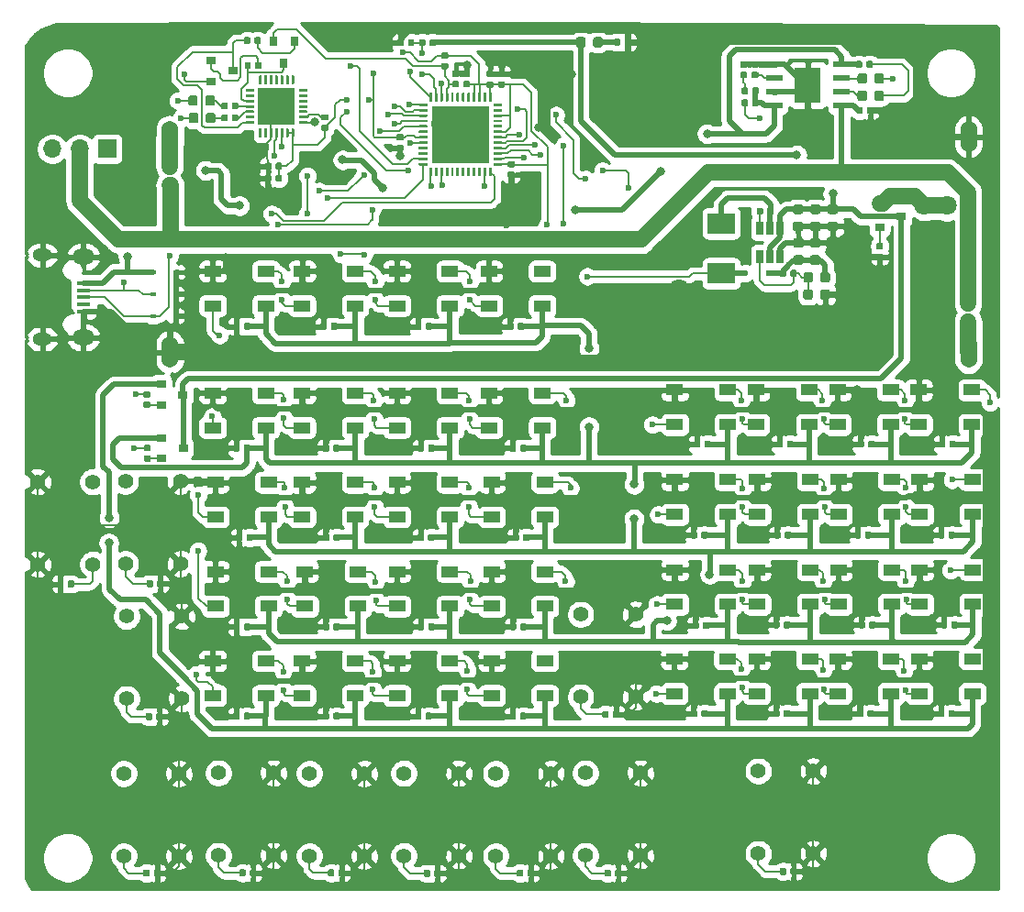
<source format=gbr>
G04 #@! TF.GenerationSoftware,KiCad,Pcbnew,5.1.5+dfsg1-2build2*
G04 #@! TF.CreationDate,2020-10-09T20:30:25+02:00*
G04 #@! TF.ProjectId,Logic_panel,4c6f6769-635f-4706-916e-656c2e6b6963,rev?*
G04 #@! TF.SameCoordinates,Original*
G04 #@! TF.FileFunction,Copper,L1,Top*
G04 #@! TF.FilePolarity,Positive*
%FSLAX46Y46*%
G04 Gerber Fmt 4.6, Leading zero omitted, Abs format (unit mm)*
G04 Created by KiCad (PCBNEW 5.1.5+dfsg1-2build2) date 2020-10-09 20:30:25*
%MOMM*%
%LPD*%
G04 APERTURE LIST*
G04 #@! TA.AperFunction,SMDPad,CuDef*
%ADD10C,0.350000*%
G04 #@! TD*
G04 #@! TA.AperFunction,SMDPad,CuDef*
%ADD11R,1.500000X1.000000*%
G04 #@! TD*
G04 #@! TA.AperFunction,SMDPad,CuDef*
%ADD12R,0.600000X0.450000*%
G04 #@! TD*
G04 #@! TA.AperFunction,SMDPad,CuDef*
%ADD13R,1.300000X0.450000*%
G04 #@! TD*
G04 #@! TA.AperFunction,ComponentPad*
%ADD14O,2.000000X1.450000*%
G04 #@! TD*
G04 #@! TA.AperFunction,ComponentPad*
%ADD15O,1.800000X1.150000*%
G04 #@! TD*
G04 #@! TA.AperFunction,SMDPad,CuDef*
%ADD16R,2.500000X1.900000*%
G04 #@! TD*
G04 #@! TA.AperFunction,SMDPad,CuDef*
%ADD17R,0.900000X0.800000*%
G04 #@! TD*
G04 #@! TA.AperFunction,SMDPad,CuDef*
%ADD18R,0.800000X0.900000*%
G04 #@! TD*
G04 #@! TA.AperFunction,ComponentPad*
%ADD19C,1.397000*%
G04 #@! TD*
G04 #@! TA.AperFunction,SMDPad,CuDef*
%ADD20R,5.300000X5.300000*%
G04 #@! TD*
G04 #@! TA.AperFunction,SMDPad,CuDef*
%ADD21R,3.350000X3.350000*%
G04 #@! TD*
G04 #@! TA.AperFunction,SMDPad,CuDef*
%ADD22R,0.650000X1.220000*%
G04 #@! TD*
G04 #@! TA.AperFunction,ComponentPad*
%ADD23R,1.700000X1.700000*%
G04 #@! TD*
G04 #@! TA.AperFunction,ComponentPad*
%ADD24O,1.700000X1.700000*%
G04 #@! TD*
G04 #@! TA.AperFunction,SMDPad,CuDef*
%ADD25R,1.500000X0.600000*%
G04 #@! TD*
G04 #@! TA.AperFunction,SMDPad,CuDef*
%ADD26R,2.400000X3.300000*%
G04 #@! TD*
G04 #@! TA.AperFunction,ComponentPad*
%ADD27O,1.524000X2.900000*%
G04 #@! TD*
G04 #@! TA.AperFunction,ViaPad*
%ADD28C,0.600000*%
G04 #@! TD*
G04 #@! TA.AperFunction,ViaPad*
%ADD29C,0.800000*%
G04 #@! TD*
G04 #@! TA.AperFunction,ViaPad*
%ADD30C,1.800000*%
G04 #@! TD*
G04 #@! TA.AperFunction,Conductor*
%ADD31C,0.150000*%
G04 #@! TD*
G04 #@! TA.AperFunction,Conductor*
%ADD32C,0.500000*%
G04 #@! TD*
G04 #@! TA.AperFunction,Conductor*
%ADD33C,1.500000*%
G04 #@! TD*
G04 #@! TA.AperFunction,Conductor*
%ADD34C,0.254000*%
G04 #@! TD*
G04 APERTURE END LIST*
G04 #@! TA.AperFunction,SMDPad,CuDef*
D10*
G04 #@! TO.P,C1,1*
G04 #@! TO.N,Board_1-GND*
G36*
X95224858Y-55301959D02*
G01*
X95239176Y-55304083D01*
X95253217Y-55307600D01*
X95266846Y-55312477D01*
X95279931Y-55318666D01*
X95292347Y-55326107D01*
X95303973Y-55334730D01*
X95314698Y-55344451D01*
X95324419Y-55355176D01*
X95333042Y-55366802D01*
X95340483Y-55379218D01*
X95346672Y-55392303D01*
X95351549Y-55405932D01*
X95355066Y-55419973D01*
X95357190Y-55434291D01*
X95357900Y-55448749D01*
X95357900Y-55743749D01*
X95357190Y-55758207D01*
X95355066Y-55772525D01*
X95351549Y-55786566D01*
X95346672Y-55800195D01*
X95340483Y-55813280D01*
X95333042Y-55825696D01*
X95324419Y-55837322D01*
X95314698Y-55848047D01*
X95303973Y-55857768D01*
X95292347Y-55866391D01*
X95279931Y-55873832D01*
X95266846Y-55880021D01*
X95253217Y-55884898D01*
X95239176Y-55888415D01*
X95224858Y-55890539D01*
X95210400Y-55891249D01*
X94865400Y-55891249D01*
X94850942Y-55890539D01*
X94836624Y-55888415D01*
X94822583Y-55884898D01*
X94808954Y-55880021D01*
X94795869Y-55873832D01*
X94783453Y-55866391D01*
X94771827Y-55857768D01*
X94761102Y-55848047D01*
X94751381Y-55837322D01*
X94742758Y-55825696D01*
X94735317Y-55813280D01*
X94729128Y-55800195D01*
X94724251Y-55786566D01*
X94720734Y-55772525D01*
X94718610Y-55758207D01*
X94717900Y-55743749D01*
X94717900Y-55448749D01*
X94718610Y-55434291D01*
X94720734Y-55419973D01*
X94724251Y-55405932D01*
X94729128Y-55392303D01*
X94735317Y-55379218D01*
X94742758Y-55366802D01*
X94751381Y-55355176D01*
X94761102Y-55344451D01*
X94771827Y-55334730D01*
X94783453Y-55326107D01*
X94795869Y-55318666D01*
X94808954Y-55312477D01*
X94822583Y-55307600D01*
X94836624Y-55304083D01*
X94850942Y-55301959D01*
X94865400Y-55301249D01*
X95210400Y-55301249D01*
X95224858Y-55301959D01*
G37*
G04 #@! TD.AperFunction*
G04 #@! TA.AperFunction,SMDPad,CuDef*
G04 #@! TO.P,C1,2*
G04 #@! TO.N,Board_1-+3V3*
G36*
X95224858Y-56271959D02*
G01*
X95239176Y-56274083D01*
X95253217Y-56277600D01*
X95266846Y-56282477D01*
X95279931Y-56288666D01*
X95292347Y-56296107D01*
X95303973Y-56304730D01*
X95314698Y-56314451D01*
X95324419Y-56325176D01*
X95333042Y-56336802D01*
X95340483Y-56349218D01*
X95346672Y-56362303D01*
X95351549Y-56375932D01*
X95355066Y-56389973D01*
X95357190Y-56404291D01*
X95357900Y-56418749D01*
X95357900Y-56713749D01*
X95357190Y-56728207D01*
X95355066Y-56742525D01*
X95351549Y-56756566D01*
X95346672Y-56770195D01*
X95340483Y-56783280D01*
X95333042Y-56795696D01*
X95324419Y-56807322D01*
X95314698Y-56818047D01*
X95303973Y-56827768D01*
X95292347Y-56836391D01*
X95279931Y-56843832D01*
X95266846Y-56850021D01*
X95253217Y-56854898D01*
X95239176Y-56858415D01*
X95224858Y-56860539D01*
X95210400Y-56861249D01*
X94865400Y-56861249D01*
X94850942Y-56860539D01*
X94836624Y-56858415D01*
X94822583Y-56854898D01*
X94808954Y-56850021D01*
X94795869Y-56843832D01*
X94783453Y-56836391D01*
X94771827Y-56827768D01*
X94761102Y-56818047D01*
X94751381Y-56807322D01*
X94742758Y-56795696D01*
X94735317Y-56783280D01*
X94729128Y-56770195D01*
X94724251Y-56756566D01*
X94720734Y-56742525D01*
X94718610Y-56728207D01*
X94717900Y-56713749D01*
X94717900Y-56418749D01*
X94718610Y-56404291D01*
X94720734Y-56389973D01*
X94724251Y-56375932D01*
X94729128Y-56362303D01*
X94735317Y-56349218D01*
X94742758Y-56336802D01*
X94751381Y-56325176D01*
X94761102Y-56314451D01*
X94771827Y-56304730D01*
X94783453Y-56296107D01*
X94795869Y-56288666D01*
X94808954Y-56282477D01*
X94822583Y-56277600D01*
X94836624Y-56274083D01*
X94850942Y-56271959D01*
X94865400Y-56271249D01*
X95210400Y-56271249D01*
X95224858Y-56271959D01*
G37*
G04 #@! TD.AperFunction*
G04 #@! TD*
G04 #@! TA.AperFunction,SMDPad,CuDef*
G04 #@! TO.P,C2,1*
G04 #@! TO.N,Board_1-+3V3*
G36*
X92024858Y-56246959D02*
G01*
X92039176Y-56249083D01*
X92053217Y-56252600D01*
X92066846Y-56257477D01*
X92079931Y-56263666D01*
X92092347Y-56271107D01*
X92103973Y-56279730D01*
X92114698Y-56289451D01*
X92124419Y-56300176D01*
X92133042Y-56311802D01*
X92140483Y-56324218D01*
X92146672Y-56337303D01*
X92151549Y-56350932D01*
X92155066Y-56364973D01*
X92157190Y-56379291D01*
X92157900Y-56393749D01*
X92157900Y-56688749D01*
X92157190Y-56703207D01*
X92155066Y-56717525D01*
X92151549Y-56731566D01*
X92146672Y-56745195D01*
X92140483Y-56758280D01*
X92133042Y-56770696D01*
X92124419Y-56782322D01*
X92114698Y-56793047D01*
X92103973Y-56802768D01*
X92092347Y-56811391D01*
X92079931Y-56818832D01*
X92066846Y-56825021D01*
X92053217Y-56829898D01*
X92039176Y-56833415D01*
X92024858Y-56835539D01*
X92010400Y-56836249D01*
X91665400Y-56836249D01*
X91650942Y-56835539D01*
X91636624Y-56833415D01*
X91622583Y-56829898D01*
X91608954Y-56825021D01*
X91595869Y-56818832D01*
X91583453Y-56811391D01*
X91571827Y-56802768D01*
X91561102Y-56793047D01*
X91551381Y-56782322D01*
X91542758Y-56770696D01*
X91535317Y-56758280D01*
X91529128Y-56745195D01*
X91524251Y-56731566D01*
X91520734Y-56717525D01*
X91518610Y-56703207D01*
X91517900Y-56688749D01*
X91517900Y-56393749D01*
X91518610Y-56379291D01*
X91520734Y-56364973D01*
X91524251Y-56350932D01*
X91529128Y-56337303D01*
X91535317Y-56324218D01*
X91542758Y-56311802D01*
X91551381Y-56300176D01*
X91561102Y-56289451D01*
X91571827Y-56279730D01*
X91583453Y-56271107D01*
X91595869Y-56263666D01*
X91608954Y-56257477D01*
X91622583Y-56252600D01*
X91636624Y-56249083D01*
X91650942Y-56246959D01*
X91665400Y-56246249D01*
X92010400Y-56246249D01*
X92024858Y-56246959D01*
G37*
G04 #@! TD.AperFunction*
G04 #@! TA.AperFunction,SMDPad,CuDef*
G04 #@! TO.P,C2,2*
G04 #@! TO.N,Board_1-GND*
G36*
X92024858Y-55276959D02*
G01*
X92039176Y-55279083D01*
X92053217Y-55282600D01*
X92066846Y-55287477D01*
X92079931Y-55293666D01*
X92092347Y-55301107D01*
X92103973Y-55309730D01*
X92114698Y-55319451D01*
X92124419Y-55330176D01*
X92133042Y-55341802D01*
X92140483Y-55354218D01*
X92146672Y-55367303D01*
X92151549Y-55380932D01*
X92155066Y-55394973D01*
X92157190Y-55409291D01*
X92157900Y-55423749D01*
X92157900Y-55718749D01*
X92157190Y-55733207D01*
X92155066Y-55747525D01*
X92151549Y-55761566D01*
X92146672Y-55775195D01*
X92140483Y-55788280D01*
X92133042Y-55800696D01*
X92124419Y-55812322D01*
X92114698Y-55823047D01*
X92103973Y-55832768D01*
X92092347Y-55841391D01*
X92079931Y-55848832D01*
X92066846Y-55855021D01*
X92053217Y-55859898D01*
X92039176Y-55863415D01*
X92024858Y-55865539D01*
X92010400Y-55866249D01*
X91665400Y-55866249D01*
X91650942Y-55865539D01*
X91636624Y-55863415D01*
X91622583Y-55859898D01*
X91608954Y-55855021D01*
X91595869Y-55848832D01*
X91583453Y-55841391D01*
X91571827Y-55832768D01*
X91561102Y-55823047D01*
X91551381Y-55812322D01*
X91542758Y-55800696D01*
X91535317Y-55788280D01*
X91529128Y-55775195D01*
X91524251Y-55761566D01*
X91520734Y-55747525D01*
X91518610Y-55733207D01*
X91517900Y-55718749D01*
X91517900Y-55423749D01*
X91518610Y-55409291D01*
X91520734Y-55394973D01*
X91524251Y-55380932D01*
X91529128Y-55367303D01*
X91535317Y-55354218D01*
X91542758Y-55341802D01*
X91551381Y-55330176D01*
X91561102Y-55319451D01*
X91571827Y-55309730D01*
X91583453Y-55301107D01*
X91595869Y-55293666D01*
X91608954Y-55287477D01*
X91622583Y-55282600D01*
X91636624Y-55279083D01*
X91650942Y-55276959D01*
X91665400Y-55276249D01*
X92010400Y-55276249D01*
X92024858Y-55276959D01*
G37*
G04 #@! TD.AperFunction*
G04 #@! TD*
G04 #@! TA.AperFunction,SMDPad,CuDef*
G04 #@! TO.P,C3,1*
G04 #@! TO.N,Board_1-GND*
G36*
X85874858Y-62121959D02*
G01*
X85889176Y-62124083D01*
X85903217Y-62127600D01*
X85916846Y-62132477D01*
X85929931Y-62138666D01*
X85942347Y-62146107D01*
X85953973Y-62154730D01*
X85964698Y-62164451D01*
X85974419Y-62175176D01*
X85983042Y-62186802D01*
X85990483Y-62199218D01*
X85996672Y-62212303D01*
X86001549Y-62225932D01*
X86005066Y-62239973D01*
X86007190Y-62254291D01*
X86007900Y-62268749D01*
X86007900Y-62563749D01*
X86007190Y-62578207D01*
X86005066Y-62592525D01*
X86001549Y-62606566D01*
X85996672Y-62620195D01*
X85990483Y-62633280D01*
X85983042Y-62645696D01*
X85974419Y-62657322D01*
X85964698Y-62668047D01*
X85953973Y-62677768D01*
X85942347Y-62686391D01*
X85929931Y-62693832D01*
X85916846Y-62700021D01*
X85903217Y-62704898D01*
X85889176Y-62708415D01*
X85874858Y-62710539D01*
X85860400Y-62711249D01*
X85515400Y-62711249D01*
X85500942Y-62710539D01*
X85486624Y-62708415D01*
X85472583Y-62704898D01*
X85458954Y-62700021D01*
X85445869Y-62693832D01*
X85433453Y-62686391D01*
X85421827Y-62677768D01*
X85411102Y-62668047D01*
X85401381Y-62657322D01*
X85392758Y-62645696D01*
X85385317Y-62633280D01*
X85379128Y-62620195D01*
X85374251Y-62606566D01*
X85370734Y-62592525D01*
X85368610Y-62578207D01*
X85367900Y-62563749D01*
X85367900Y-62268749D01*
X85368610Y-62254291D01*
X85370734Y-62239973D01*
X85374251Y-62225932D01*
X85379128Y-62212303D01*
X85385317Y-62199218D01*
X85392758Y-62186802D01*
X85401381Y-62175176D01*
X85411102Y-62164451D01*
X85421827Y-62154730D01*
X85433453Y-62146107D01*
X85445869Y-62138666D01*
X85458954Y-62132477D01*
X85472583Y-62127600D01*
X85486624Y-62124083D01*
X85500942Y-62121959D01*
X85515400Y-62121249D01*
X85860400Y-62121249D01*
X85874858Y-62121959D01*
G37*
G04 #@! TD.AperFunction*
G04 #@! TA.AperFunction,SMDPad,CuDef*
G04 #@! TO.P,C3,2*
G04 #@! TO.N,Board_1-+3V3*
G36*
X85874858Y-61151959D02*
G01*
X85889176Y-61154083D01*
X85903217Y-61157600D01*
X85916846Y-61162477D01*
X85929931Y-61168666D01*
X85942347Y-61176107D01*
X85953973Y-61184730D01*
X85964698Y-61194451D01*
X85974419Y-61205176D01*
X85983042Y-61216802D01*
X85990483Y-61229218D01*
X85996672Y-61242303D01*
X86001549Y-61255932D01*
X86005066Y-61269973D01*
X86007190Y-61284291D01*
X86007900Y-61298749D01*
X86007900Y-61593749D01*
X86007190Y-61608207D01*
X86005066Y-61622525D01*
X86001549Y-61636566D01*
X85996672Y-61650195D01*
X85990483Y-61663280D01*
X85983042Y-61675696D01*
X85974419Y-61687322D01*
X85964698Y-61698047D01*
X85953973Y-61707768D01*
X85942347Y-61716391D01*
X85929931Y-61723832D01*
X85916846Y-61730021D01*
X85903217Y-61734898D01*
X85889176Y-61738415D01*
X85874858Y-61740539D01*
X85860400Y-61741249D01*
X85515400Y-61741249D01*
X85500942Y-61740539D01*
X85486624Y-61738415D01*
X85472583Y-61734898D01*
X85458954Y-61730021D01*
X85445869Y-61723832D01*
X85433453Y-61716391D01*
X85421827Y-61707768D01*
X85411102Y-61698047D01*
X85401381Y-61687322D01*
X85392758Y-61675696D01*
X85385317Y-61663280D01*
X85379128Y-61650195D01*
X85374251Y-61636566D01*
X85370734Y-61622525D01*
X85368610Y-61608207D01*
X85367900Y-61593749D01*
X85367900Y-61298749D01*
X85368610Y-61284291D01*
X85370734Y-61269973D01*
X85374251Y-61255932D01*
X85379128Y-61242303D01*
X85385317Y-61229218D01*
X85392758Y-61216802D01*
X85401381Y-61205176D01*
X85411102Y-61194451D01*
X85421827Y-61184730D01*
X85433453Y-61176107D01*
X85445869Y-61168666D01*
X85458954Y-61162477D01*
X85472583Y-61157600D01*
X85486624Y-61154083D01*
X85500942Y-61151959D01*
X85515400Y-61151249D01*
X85860400Y-61151249D01*
X85874858Y-61151959D01*
G37*
G04 #@! TD.AperFunction*
G04 #@! TD*
G04 #@! TA.AperFunction,SMDPad,CuDef*
G04 #@! TO.P,C4,1*
G04 #@! TO.N,Board_1-+3V3*
G36*
X94174858Y-56271959D02*
G01*
X94189176Y-56274083D01*
X94203217Y-56277600D01*
X94216846Y-56282477D01*
X94229931Y-56288666D01*
X94242347Y-56296107D01*
X94253973Y-56304730D01*
X94264698Y-56314451D01*
X94274419Y-56325176D01*
X94283042Y-56336802D01*
X94290483Y-56349218D01*
X94296672Y-56362303D01*
X94301549Y-56375932D01*
X94305066Y-56389973D01*
X94307190Y-56404291D01*
X94307900Y-56418749D01*
X94307900Y-56713749D01*
X94307190Y-56728207D01*
X94305066Y-56742525D01*
X94301549Y-56756566D01*
X94296672Y-56770195D01*
X94290483Y-56783280D01*
X94283042Y-56795696D01*
X94274419Y-56807322D01*
X94264698Y-56818047D01*
X94253973Y-56827768D01*
X94242347Y-56836391D01*
X94229931Y-56843832D01*
X94216846Y-56850021D01*
X94203217Y-56854898D01*
X94189176Y-56858415D01*
X94174858Y-56860539D01*
X94160400Y-56861249D01*
X93815400Y-56861249D01*
X93800942Y-56860539D01*
X93786624Y-56858415D01*
X93772583Y-56854898D01*
X93758954Y-56850021D01*
X93745869Y-56843832D01*
X93733453Y-56836391D01*
X93721827Y-56827768D01*
X93711102Y-56818047D01*
X93701381Y-56807322D01*
X93692758Y-56795696D01*
X93685317Y-56783280D01*
X93679128Y-56770195D01*
X93674251Y-56756566D01*
X93670734Y-56742525D01*
X93668610Y-56728207D01*
X93667900Y-56713749D01*
X93667900Y-56418749D01*
X93668610Y-56404291D01*
X93670734Y-56389973D01*
X93674251Y-56375932D01*
X93679128Y-56362303D01*
X93685317Y-56349218D01*
X93692758Y-56336802D01*
X93701381Y-56325176D01*
X93711102Y-56314451D01*
X93721827Y-56304730D01*
X93733453Y-56296107D01*
X93745869Y-56288666D01*
X93758954Y-56282477D01*
X93772583Y-56277600D01*
X93786624Y-56274083D01*
X93800942Y-56271959D01*
X93815400Y-56271249D01*
X94160400Y-56271249D01*
X94174858Y-56271959D01*
G37*
G04 #@! TD.AperFunction*
G04 #@! TA.AperFunction,SMDPad,CuDef*
G04 #@! TO.P,C4,2*
G04 #@! TO.N,Board_1-GND*
G36*
X94174858Y-55301959D02*
G01*
X94189176Y-55304083D01*
X94203217Y-55307600D01*
X94216846Y-55312477D01*
X94229931Y-55318666D01*
X94242347Y-55326107D01*
X94253973Y-55334730D01*
X94264698Y-55344451D01*
X94274419Y-55355176D01*
X94283042Y-55366802D01*
X94290483Y-55379218D01*
X94296672Y-55392303D01*
X94301549Y-55405932D01*
X94305066Y-55419973D01*
X94307190Y-55434291D01*
X94307900Y-55448749D01*
X94307900Y-55743749D01*
X94307190Y-55758207D01*
X94305066Y-55772525D01*
X94301549Y-55786566D01*
X94296672Y-55800195D01*
X94290483Y-55813280D01*
X94283042Y-55825696D01*
X94274419Y-55837322D01*
X94264698Y-55848047D01*
X94253973Y-55857768D01*
X94242347Y-55866391D01*
X94229931Y-55873832D01*
X94216846Y-55880021D01*
X94203217Y-55884898D01*
X94189176Y-55888415D01*
X94174858Y-55890539D01*
X94160400Y-55891249D01*
X93815400Y-55891249D01*
X93800942Y-55890539D01*
X93786624Y-55888415D01*
X93772583Y-55884898D01*
X93758954Y-55880021D01*
X93745869Y-55873832D01*
X93733453Y-55866391D01*
X93721827Y-55857768D01*
X93711102Y-55848047D01*
X93701381Y-55837322D01*
X93692758Y-55825696D01*
X93685317Y-55813280D01*
X93679128Y-55800195D01*
X93674251Y-55786566D01*
X93670734Y-55772525D01*
X93668610Y-55758207D01*
X93667900Y-55743749D01*
X93667900Y-55448749D01*
X93668610Y-55434291D01*
X93670734Y-55419973D01*
X93674251Y-55405932D01*
X93679128Y-55392303D01*
X93685317Y-55379218D01*
X93692758Y-55366802D01*
X93701381Y-55355176D01*
X93711102Y-55344451D01*
X93721827Y-55334730D01*
X93733453Y-55326107D01*
X93745869Y-55318666D01*
X93758954Y-55312477D01*
X93772583Y-55307600D01*
X93786624Y-55304083D01*
X93800942Y-55301959D01*
X93815400Y-55301249D01*
X94160400Y-55301249D01*
X94174858Y-55301959D01*
G37*
G04 #@! TD.AperFunction*
G04 #@! TD*
G04 #@! TA.AperFunction,SMDPad,CuDef*
G04 #@! TO.P,C5,1*
G04 #@! TO.N,Board_1-GND*
G36*
X96124858Y-64596959D02*
G01*
X96139176Y-64599083D01*
X96153217Y-64602600D01*
X96166846Y-64607477D01*
X96179931Y-64613666D01*
X96192347Y-64621107D01*
X96203973Y-64629730D01*
X96214698Y-64639451D01*
X96224419Y-64650176D01*
X96233042Y-64661802D01*
X96240483Y-64674218D01*
X96246672Y-64687303D01*
X96251549Y-64700932D01*
X96255066Y-64714973D01*
X96257190Y-64729291D01*
X96257900Y-64743749D01*
X96257900Y-65038749D01*
X96257190Y-65053207D01*
X96255066Y-65067525D01*
X96251549Y-65081566D01*
X96246672Y-65095195D01*
X96240483Y-65108280D01*
X96233042Y-65120696D01*
X96224419Y-65132322D01*
X96214698Y-65143047D01*
X96203973Y-65152768D01*
X96192347Y-65161391D01*
X96179931Y-65168832D01*
X96166846Y-65175021D01*
X96153217Y-65179898D01*
X96139176Y-65183415D01*
X96124858Y-65185539D01*
X96110400Y-65186249D01*
X95765400Y-65186249D01*
X95750942Y-65185539D01*
X95736624Y-65183415D01*
X95722583Y-65179898D01*
X95708954Y-65175021D01*
X95695869Y-65168832D01*
X95683453Y-65161391D01*
X95671827Y-65152768D01*
X95661102Y-65143047D01*
X95651381Y-65132322D01*
X95642758Y-65120696D01*
X95635317Y-65108280D01*
X95629128Y-65095195D01*
X95624251Y-65081566D01*
X95620734Y-65067525D01*
X95618610Y-65053207D01*
X95617900Y-65038749D01*
X95617900Y-64743749D01*
X95618610Y-64729291D01*
X95620734Y-64714973D01*
X95624251Y-64700932D01*
X95629128Y-64687303D01*
X95635317Y-64674218D01*
X95642758Y-64661802D01*
X95651381Y-64650176D01*
X95661102Y-64639451D01*
X95671827Y-64629730D01*
X95683453Y-64621107D01*
X95695869Y-64613666D01*
X95708954Y-64607477D01*
X95722583Y-64602600D01*
X95736624Y-64599083D01*
X95750942Y-64596959D01*
X95765400Y-64596249D01*
X96110400Y-64596249D01*
X96124858Y-64596959D01*
G37*
G04 #@! TD.AperFunction*
G04 #@! TA.AperFunction,SMDPad,CuDef*
G04 #@! TO.P,C5,2*
G04 #@! TO.N,Board_1-+3V3*
G36*
X96124858Y-63626959D02*
G01*
X96139176Y-63629083D01*
X96153217Y-63632600D01*
X96166846Y-63637477D01*
X96179931Y-63643666D01*
X96192347Y-63651107D01*
X96203973Y-63659730D01*
X96214698Y-63669451D01*
X96224419Y-63680176D01*
X96233042Y-63691802D01*
X96240483Y-63704218D01*
X96246672Y-63717303D01*
X96251549Y-63730932D01*
X96255066Y-63744973D01*
X96257190Y-63759291D01*
X96257900Y-63773749D01*
X96257900Y-64068749D01*
X96257190Y-64083207D01*
X96255066Y-64097525D01*
X96251549Y-64111566D01*
X96246672Y-64125195D01*
X96240483Y-64138280D01*
X96233042Y-64150696D01*
X96224419Y-64162322D01*
X96214698Y-64173047D01*
X96203973Y-64182768D01*
X96192347Y-64191391D01*
X96179931Y-64198832D01*
X96166846Y-64205021D01*
X96153217Y-64209898D01*
X96139176Y-64213415D01*
X96124858Y-64215539D01*
X96110400Y-64216249D01*
X95765400Y-64216249D01*
X95750942Y-64215539D01*
X95736624Y-64213415D01*
X95722583Y-64209898D01*
X95708954Y-64205021D01*
X95695869Y-64198832D01*
X95683453Y-64191391D01*
X95671827Y-64182768D01*
X95661102Y-64173047D01*
X95651381Y-64162322D01*
X95642758Y-64150696D01*
X95635317Y-64138280D01*
X95629128Y-64125195D01*
X95624251Y-64111566D01*
X95620734Y-64097525D01*
X95618610Y-64083207D01*
X95617900Y-64068749D01*
X95617900Y-63773749D01*
X95618610Y-63759291D01*
X95620734Y-63744973D01*
X95624251Y-63730932D01*
X95629128Y-63717303D01*
X95635317Y-63704218D01*
X95642758Y-63691802D01*
X95651381Y-63680176D01*
X95661102Y-63669451D01*
X95671827Y-63659730D01*
X95683453Y-63651107D01*
X95695869Y-63643666D01*
X95708954Y-63637477D01*
X95722583Y-63632600D01*
X95736624Y-63629083D01*
X95750942Y-63626959D01*
X95765400Y-63626249D01*
X96110400Y-63626249D01*
X96124858Y-63626959D01*
G37*
G04 #@! TD.AperFunction*
G04 #@! TD*
G04 #@! TA.AperFunction,SMDPad,CuDef*
G04 #@! TO.P,C6,1*
G04 #@! TO.N,Board_1-GND*
G36*
X90974858Y-55276959D02*
G01*
X90989176Y-55279083D01*
X91003217Y-55282600D01*
X91016846Y-55287477D01*
X91029931Y-55293666D01*
X91042347Y-55301107D01*
X91053973Y-55309730D01*
X91064698Y-55319451D01*
X91074419Y-55330176D01*
X91083042Y-55341802D01*
X91090483Y-55354218D01*
X91096672Y-55367303D01*
X91101549Y-55380932D01*
X91105066Y-55394973D01*
X91107190Y-55409291D01*
X91107900Y-55423749D01*
X91107900Y-55718749D01*
X91107190Y-55733207D01*
X91105066Y-55747525D01*
X91101549Y-55761566D01*
X91096672Y-55775195D01*
X91090483Y-55788280D01*
X91083042Y-55800696D01*
X91074419Y-55812322D01*
X91064698Y-55823047D01*
X91053973Y-55832768D01*
X91042347Y-55841391D01*
X91029931Y-55848832D01*
X91016846Y-55855021D01*
X91003217Y-55859898D01*
X90989176Y-55863415D01*
X90974858Y-55865539D01*
X90960400Y-55866249D01*
X90615400Y-55866249D01*
X90600942Y-55865539D01*
X90586624Y-55863415D01*
X90572583Y-55859898D01*
X90558954Y-55855021D01*
X90545869Y-55848832D01*
X90533453Y-55841391D01*
X90521827Y-55832768D01*
X90511102Y-55823047D01*
X90501381Y-55812322D01*
X90492758Y-55800696D01*
X90485317Y-55788280D01*
X90479128Y-55775195D01*
X90474251Y-55761566D01*
X90470734Y-55747525D01*
X90468610Y-55733207D01*
X90467900Y-55718749D01*
X90467900Y-55423749D01*
X90468610Y-55409291D01*
X90470734Y-55394973D01*
X90474251Y-55380932D01*
X90479128Y-55367303D01*
X90485317Y-55354218D01*
X90492758Y-55341802D01*
X90501381Y-55330176D01*
X90511102Y-55319451D01*
X90521827Y-55309730D01*
X90533453Y-55301107D01*
X90545869Y-55293666D01*
X90558954Y-55287477D01*
X90572583Y-55282600D01*
X90586624Y-55279083D01*
X90600942Y-55276959D01*
X90615400Y-55276249D01*
X90960400Y-55276249D01*
X90974858Y-55276959D01*
G37*
G04 #@! TD.AperFunction*
G04 #@! TA.AperFunction,SMDPad,CuDef*
G04 #@! TO.P,C6,2*
G04 #@! TO.N,Board_1-EN*
G36*
X90974858Y-56246959D02*
G01*
X90989176Y-56249083D01*
X91003217Y-56252600D01*
X91016846Y-56257477D01*
X91029931Y-56263666D01*
X91042347Y-56271107D01*
X91053973Y-56279730D01*
X91064698Y-56289451D01*
X91074419Y-56300176D01*
X91083042Y-56311802D01*
X91090483Y-56324218D01*
X91096672Y-56337303D01*
X91101549Y-56350932D01*
X91105066Y-56364973D01*
X91107190Y-56379291D01*
X91107900Y-56393749D01*
X91107900Y-56688749D01*
X91107190Y-56703207D01*
X91105066Y-56717525D01*
X91101549Y-56731566D01*
X91096672Y-56745195D01*
X91090483Y-56758280D01*
X91083042Y-56770696D01*
X91074419Y-56782322D01*
X91064698Y-56793047D01*
X91053973Y-56802768D01*
X91042347Y-56811391D01*
X91029931Y-56818832D01*
X91016846Y-56825021D01*
X91003217Y-56829898D01*
X90989176Y-56833415D01*
X90974858Y-56835539D01*
X90960400Y-56836249D01*
X90615400Y-56836249D01*
X90600942Y-56835539D01*
X90586624Y-56833415D01*
X90572583Y-56829898D01*
X90558954Y-56825021D01*
X90545869Y-56818832D01*
X90533453Y-56811391D01*
X90521827Y-56802768D01*
X90511102Y-56793047D01*
X90501381Y-56782322D01*
X90492758Y-56770696D01*
X90485317Y-56758280D01*
X90479128Y-56745195D01*
X90474251Y-56731566D01*
X90470734Y-56717525D01*
X90468610Y-56703207D01*
X90467900Y-56688749D01*
X90467900Y-56393749D01*
X90468610Y-56379291D01*
X90470734Y-56364973D01*
X90474251Y-56350932D01*
X90479128Y-56337303D01*
X90485317Y-56324218D01*
X90492758Y-56311802D01*
X90501381Y-56300176D01*
X90511102Y-56289451D01*
X90521827Y-56279730D01*
X90533453Y-56271107D01*
X90545869Y-56263666D01*
X90558954Y-56257477D01*
X90572583Y-56252600D01*
X90586624Y-56249083D01*
X90600942Y-56246959D01*
X90615400Y-56246249D01*
X90960400Y-56246249D01*
X90974858Y-56246959D01*
G37*
G04 #@! TD.AperFunction*
G04 #@! TD*
G04 #@! TA.AperFunction,SMDPad,CuDef*
G04 #@! TO.P,C7,1*
G04 #@! TO.N,Board_1-V_BAT_1*
G36*
X71734858Y-78586959D02*
G01*
X71749176Y-78589083D01*
X71763217Y-78592600D01*
X71776846Y-78597477D01*
X71789931Y-78603666D01*
X71802347Y-78611107D01*
X71813973Y-78619730D01*
X71824698Y-78629451D01*
X71834419Y-78640176D01*
X71843042Y-78651802D01*
X71850483Y-78664218D01*
X71856672Y-78677303D01*
X71861549Y-78690932D01*
X71865066Y-78704973D01*
X71867190Y-78719291D01*
X71867900Y-78733749D01*
X71867900Y-79078749D01*
X71867190Y-79093207D01*
X71865066Y-79107525D01*
X71861549Y-79121566D01*
X71856672Y-79135195D01*
X71850483Y-79148280D01*
X71843042Y-79160696D01*
X71834419Y-79172322D01*
X71824698Y-79183047D01*
X71813973Y-79192768D01*
X71802347Y-79201391D01*
X71789931Y-79208832D01*
X71776846Y-79215021D01*
X71763217Y-79219898D01*
X71749176Y-79223415D01*
X71734858Y-79225539D01*
X71720400Y-79226249D01*
X71425400Y-79226249D01*
X71410942Y-79225539D01*
X71396624Y-79223415D01*
X71382583Y-79219898D01*
X71368954Y-79215021D01*
X71355869Y-79208832D01*
X71343453Y-79201391D01*
X71331827Y-79192768D01*
X71321102Y-79183047D01*
X71311381Y-79172322D01*
X71302758Y-79160696D01*
X71295317Y-79148280D01*
X71289128Y-79135195D01*
X71284251Y-79121566D01*
X71280734Y-79107525D01*
X71278610Y-79093207D01*
X71277900Y-79078749D01*
X71277900Y-78733749D01*
X71278610Y-78719291D01*
X71280734Y-78704973D01*
X71284251Y-78690932D01*
X71289128Y-78677303D01*
X71295317Y-78664218D01*
X71302758Y-78651802D01*
X71311381Y-78640176D01*
X71321102Y-78629451D01*
X71331827Y-78619730D01*
X71343453Y-78611107D01*
X71355869Y-78603666D01*
X71368954Y-78597477D01*
X71382583Y-78592600D01*
X71396624Y-78589083D01*
X71410942Y-78586959D01*
X71425400Y-78586249D01*
X71720400Y-78586249D01*
X71734858Y-78586959D01*
G37*
G04 #@! TD.AperFunction*
G04 #@! TA.AperFunction,SMDPad,CuDef*
G04 #@! TO.P,C7,2*
G04 #@! TO.N,Board_1-GND*
G36*
X70764858Y-78586959D02*
G01*
X70779176Y-78589083D01*
X70793217Y-78592600D01*
X70806846Y-78597477D01*
X70819931Y-78603666D01*
X70832347Y-78611107D01*
X70843973Y-78619730D01*
X70854698Y-78629451D01*
X70864419Y-78640176D01*
X70873042Y-78651802D01*
X70880483Y-78664218D01*
X70886672Y-78677303D01*
X70891549Y-78690932D01*
X70895066Y-78704973D01*
X70897190Y-78719291D01*
X70897900Y-78733749D01*
X70897900Y-79078749D01*
X70897190Y-79093207D01*
X70895066Y-79107525D01*
X70891549Y-79121566D01*
X70886672Y-79135195D01*
X70880483Y-79148280D01*
X70873042Y-79160696D01*
X70864419Y-79172322D01*
X70854698Y-79183047D01*
X70843973Y-79192768D01*
X70832347Y-79201391D01*
X70819931Y-79208832D01*
X70806846Y-79215021D01*
X70793217Y-79219898D01*
X70779176Y-79223415D01*
X70764858Y-79225539D01*
X70750400Y-79226249D01*
X70455400Y-79226249D01*
X70440942Y-79225539D01*
X70426624Y-79223415D01*
X70412583Y-79219898D01*
X70398954Y-79215021D01*
X70385869Y-79208832D01*
X70373453Y-79201391D01*
X70361827Y-79192768D01*
X70351102Y-79183047D01*
X70341381Y-79172322D01*
X70332758Y-79160696D01*
X70325317Y-79148280D01*
X70319128Y-79135195D01*
X70314251Y-79121566D01*
X70310734Y-79107525D01*
X70308610Y-79093207D01*
X70307900Y-79078749D01*
X70307900Y-78733749D01*
X70308610Y-78719291D01*
X70310734Y-78704973D01*
X70314251Y-78690932D01*
X70319128Y-78677303D01*
X70325317Y-78664218D01*
X70332758Y-78651802D01*
X70341381Y-78640176D01*
X70351102Y-78629451D01*
X70361827Y-78619730D01*
X70373453Y-78611107D01*
X70385869Y-78603666D01*
X70398954Y-78597477D01*
X70412583Y-78592600D01*
X70426624Y-78589083D01*
X70440942Y-78586959D01*
X70455400Y-78586249D01*
X70750400Y-78586249D01*
X70764858Y-78586959D01*
G37*
G04 #@! TD.AperFunction*
G04 #@! TD*
G04 #@! TA.AperFunction,SMDPad,CuDef*
G04 #@! TO.P,C8,1*
G04 #@! TO.N,Board_1-V_BAT_1*
G36*
X79749858Y-78586959D02*
G01*
X79764176Y-78589083D01*
X79778217Y-78592600D01*
X79791846Y-78597477D01*
X79804931Y-78603666D01*
X79817347Y-78611107D01*
X79828973Y-78619730D01*
X79839698Y-78629451D01*
X79849419Y-78640176D01*
X79858042Y-78651802D01*
X79865483Y-78664218D01*
X79871672Y-78677303D01*
X79876549Y-78690932D01*
X79880066Y-78704973D01*
X79882190Y-78719291D01*
X79882900Y-78733749D01*
X79882900Y-79078749D01*
X79882190Y-79093207D01*
X79880066Y-79107525D01*
X79876549Y-79121566D01*
X79871672Y-79135195D01*
X79865483Y-79148280D01*
X79858042Y-79160696D01*
X79849419Y-79172322D01*
X79839698Y-79183047D01*
X79828973Y-79192768D01*
X79817347Y-79201391D01*
X79804931Y-79208832D01*
X79791846Y-79215021D01*
X79778217Y-79219898D01*
X79764176Y-79223415D01*
X79749858Y-79225539D01*
X79735400Y-79226249D01*
X79440400Y-79226249D01*
X79425942Y-79225539D01*
X79411624Y-79223415D01*
X79397583Y-79219898D01*
X79383954Y-79215021D01*
X79370869Y-79208832D01*
X79358453Y-79201391D01*
X79346827Y-79192768D01*
X79336102Y-79183047D01*
X79326381Y-79172322D01*
X79317758Y-79160696D01*
X79310317Y-79148280D01*
X79304128Y-79135195D01*
X79299251Y-79121566D01*
X79295734Y-79107525D01*
X79293610Y-79093207D01*
X79292900Y-79078749D01*
X79292900Y-78733749D01*
X79293610Y-78719291D01*
X79295734Y-78704973D01*
X79299251Y-78690932D01*
X79304128Y-78677303D01*
X79310317Y-78664218D01*
X79317758Y-78651802D01*
X79326381Y-78640176D01*
X79336102Y-78629451D01*
X79346827Y-78619730D01*
X79358453Y-78611107D01*
X79370869Y-78603666D01*
X79383954Y-78597477D01*
X79397583Y-78592600D01*
X79411624Y-78589083D01*
X79425942Y-78586959D01*
X79440400Y-78586249D01*
X79735400Y-78586249D01*
X79749858Y-78586959D01*
G37*
G04 #@! TD.AperFunction*
G04 #@! TA.AperFunction,SMDPad,CuDef*
G04 #@! TO.P,C8,2*
G04 #@! TO.N,Board_1-GND*
G36*
X78779858Y-78586959D02*
G01*
X78794176Y-78589083D01*
X78808217Y-78592600D01*
X78821846Y-78597477D01*
X78834931Y-78603666D01*
X78847347Y-78611107D01*
X78858973Y-78619730D01*
X78869698Y-78629451D01*
X78879419Y-78640176D01*
X78888042Y-78651802D01*
X78895483Y-78664218D01*
X78901672Y-78677303D01*
X78906549Y-78690932D01*
X78910066Y-78704973D01*
X78912190Y-78719291D01*
X78912900Y-78733749D01*
X78912900Y-79078749D01*
X78912190Y-79093207D01*
X78910066Y-79107525D01*
X78906549Y-79121566D01*
X78901672Y-79135195D01*
X78895483Y-79148280D01*
X78888042Y-79160696D01*
X78879419Y-79172322D01*
X78869698Y-79183047D01*
X78858973Y-79192768D01*
X78847347Y-79201391D01*
X78834931Y-79208832D01*
X78821846Y-79215021D01*
X78808217Y-79219898D01*
X78794176Y-79223415D01*
X78779858Y-79225539D01*
X78765400Y-79226249D01*
X78470400Y-79226249D01*
X78455942Y-79225539D01*
X78441624Y-79223415D01*
X78427583Y-79219898D01*
X78413954Y-79215021D01*
X78400869Y-79208832D01*
X78388453Y-79201391D01*
X78376827Y-79192768D01*
X78366102Y-79183047D01*
X78356381Y-79172322D01*
X78347758Y-79160696D01*
X78340317Y-79148280D01*
X78334128Y-79135195D01*
X78329251Y-79121566D01*
X78325734Y-79107525D01*
X78323610Y-79093207D01*
X78322900Y-79078749D01*
X78322900Y-78733749D01*
X78323610Y-78719291D01*
X78325734Y-78704973D01*
X78329251Y-78690932D01*
X78334128Y-78677303D01*
X78340317Y-78664218D01*
X78347758Y-78651802D01*
X78356381Y-78640176D01*
X78366102Y-78629451D01*
X78376827Y-78619730D01*
X78388453Y-78611107D01*
X78400869Y-78603666D01*
X78413954Y-78597477D01*
X78427583Y-78592600D01*
X78441624Y-78589083D01*
X78455942Y-78586959D01*
X78470400Y-78586249D01*
X78765400Y-78586249D01*
X78779858Y-78586959D01*
G37*
G04 #@! TD.AperFunction*
G04 #@! TD*
G04 #@! TA.AperFunction,SMDPad,CuDef*
G04 #@! TO.P,C9,1*
G04 #@! TO.N,Board_1-V_BAT_1*
G36*
X88499858Y-78586959D02*
G01*
X88514176Y-78589083D01*
X88528217Y-78592600D01*
X88541846Y-78597477D01*
X88554931Y-78603666D01*
X88567347Y-78611107D01*
X88578973Y-78619730D01*
X88589698Y-78629451D01*
X88599419Y-78640176D01*
X88608042Y-78651802D01*
X88615483Y-78664218D01*
X88621672Y-78677303D01*
X88626549Y-78690932D01*
X88630066Y-78704973D01*
X88632190Y-78719291D01*
X88632900Y-78733749D01*
X88632900Y-79078749D01*
X88632190Y-79093207D01*
X88630066Y-79107525D01*
X88626549Y-79121566D01*
X88621672Y-79135195D01*
X88615483Y-79148280D01*
X88608042Y-79160696D01*
X88599419Y-79172322D01*
X88589698Y-79183047D01*
X88578973Y-79192768D01*
X88567347Y-79201391D01*
X88554931Y-79208832D01*
X88541846Y-79215021D01*
X88528217Y-79219898D01*
X88514176Y-79223415D01*
X88499858Y-79225539D01*
X88485400Y-79226249D01*
X88190400Y-79226249D01*
X88175942Y-79225539D01*
X88161624Y-79223415D01*
X88147583Y-79219898D01*
X88133954Y-79215021D01*
X88120869Y-79208832D01*
X88108453Y-79201391D01*
X88096827Y-79192768D01*
X88086102Y-79183047D01*
X88076381Y-79172322D01*
X88067758Y-79160696D01*
X88060317Y-79148280D01*
X88054128Y-79135195D01*
X88049251Y-79121566D01*
X88045734Y-79107525D01*
X88043610Y-79093207D01*
X88042900Y-79078749D01*
X88042900Y-78733749D01*
X88043610Y-78719291D01*
X88045734Y-78704973D01*
X88049251Y-78690932D01*
X88054128Y-78677303D01*
X88060317Y-78664218D01*
X88067758Y-78651802D01*
X88076381Y-78640176D01*
X88086102Y-78629451D01*
X88096827Y-78619730D01*
X88108453Y-78611107D01*
X88120869Y-78603666D01*
X88133954Y-78597477D01*
X88147583Y-78592600D01*
X88161624Y-78589083D01*
X88175942Y-78586959D01*
X88190400Y-78586249D01*
X88485400Y-78586249D01*
X88499858Y-78586959D01*
G37*
G04 #@! TD.AperFunction*
G04 #@! TA.AperFunction,SMDPad,CuDef*
G04 #@! TO.P,C9,2*
G04 #@! TO.N,Board_1-GND*
G36*
X87529858Y-78586959D02*
G01*
X87544176Y-78589083D01*
X87558217Y-78592600D01*
X87571846Y-78597477D01*
X87584931Y-78603666D01*
X87597347Y-78611107D01*
X87608973Y-78619730D01*
X87619698Y-78629451D01*
X87629419Y-78640176D01*
X87638042Y-78651802D01*
X87645483Y-78664218D01*
X87651672Y-78677303D01*
X87656549Y-78690932D01*
X87660066Y-78704973D01*
X87662190Y-78719291D01*
X87662900Y-78733749D01*
X87662900Y-79078749D01*
X87662190Y-79093207D01*
X87660066Y-79107525D01*
X87656549Y-79121566D01*
X87651672Y-79135195D01*
X87645483Y-79148280D01*
X87638042Y-79160696D01*
X87629419Y-79172322D01*
X87619698Y-79183047D01*
X87608973Y-79192768D01*
X87597347Y-79201391D01*
X87584931Y-79208832D01*
X87571846Y-79215021D01*
X87558217Y-79219898D01*
X87544176Y-79223415D01*
X87529858Y-79225539D01*
X87515400Y-79226249D01*
X87220400Y-79226249D01*
X87205942Y-79225539D01*
X87191624Y-79223415D01*
X87177583Y-79219898D01*
X87163954Y-79215021D01*
X87150869Y-79208832D01*
X87138453Y-79201391D01*
X87126827Y-79192768D01*
X87116102Y-79183047D01*
X87106381Y-79172322D01*
X87097758Y-79160696D01*
X87090317Y-79148280D01*
X87084128Y-79135195D01*
X87079251Y-79121566D01*
X87075734Y-79107525D01*
X87073610Y-79093207D01*
X87072900Y-79078749D01*
X87072900Y-78733749D01*
X87073610Y-78719291D01*
X87075734Y-78704973D01*
X87079251Y-78690932D01*
X87084128Y-78677303D01*
X87090317Y-78664218D01*
X87097758Y-78651802D01*
X87106381Y-78640176D01*
X87116102Y-78629451D01*
X87126827Y-78619730D01*
X87138453Y-78611107D01*
X87150869Y-78603666D01*
X87163954Y-78597477D01*
X87177583Y-78592600D01*
X87191624Y-78589083D01*
X87205942Y-78586959D01*
X87220400Y-78586249D01*
X87515400Y-78586249D01*
X87529858Y-78586959D01*
G37*
G04 #@! TD.AperFunction*
G04 #@! TD*
G04 #@! TA.AperFunction,SMDPad,CuDef*
G04 #@! TO.P,C10,1*
G04 #@! TO.N,Board_1-V_BAT_1*
G36*
X96999858Y-78586959D02*
G01*
X97014176Y-78589083D01*
X97028217Y-78592600D01*
X97041846Y-78597477D01*
X97054931Y-78603666D01*
X97067347Y-78611107D01*
X97078973Y-78619730D01*
X97089698Y-78629451D01*
X97099419Y-78640176D01*
X97108042Y-78651802D01*
X97115483Y-78664218D01*
X97121672Y-78677303D01*
X97126549Y-78690932D01*
X97130066Y-78704973D01*
X97132190Y-78719291D01*
X97132900Y-78733749D01*
X97132900Y-79078749D01*
X97132190Y-79093207D01*
X97130066Y-79107525D01*
X97126549Y-79121566D01*
X97121672Y-79135195D01*
X97115483Y-79148280D01*
X97108042Y-79160696D01*
X97099419Y-79172322D01*
X97089698Y-79183047D01*
X97078973Y-79192768D01*
X97067347Y-79201391D01*
X97054931Y-79208832D01*
X97041846Y-79215021D01*
X97028217Y-79219898D01*
X97014176Y-79223415D01*
X96999858Y-79225539D01*
X96985400Y-79226249D01*
X96690400Y-79226249D01*
X96675942Y-79225539D01*
X96661624Y-79223415D01*
X96647583Y-79219898D01*
X96633954Y-79215021D01*
X96620869Y-79208832D01*
X96608453Y-79201391D01*
X96596827Y-79192768D01*
X96586102Y-79183047D01*
X96576381Y-79172322D01*
X96567758Y-79160696D01*
X96560317Y-79148280D01*
X96554128Y-79135195D01*
X96549251Y-79121566D01*
X96545734Y-79107525D01*
X96543610Y-79093207D01*
X96542900Y-79078749D01*
X96542900Y-78733749D01*
X96543610Y-78719291D01*
X96545734Y-78704973D01*
X96549251Y-78690932D01*
X96554128Y-78677303D01*
X96560317Y-78664218D01*
X96567758Y-78651802D01*
X96576381Y-78640176D01*
X96586102Y-78629451D01*
X96596827Y-78619730D01*
X96608453Y-78611107D01*
X96620869Y-78603666D01*
X96633954Y-78597477D01*
X96647583Y-78592600D01*
X96661624Y-78589083D01*
X96675942Y-78586959D01*
X96690400Y-78586249D01*
X96985400Y-78586249D01*
X96999858Y-78586959D01*
G37*
G04 #@! TD.AperFunction*
G04 #@! TA.AperFunction,SMDPad,CuDef*
G04 #@! TO.P,C10,2*
G04 #@! TO.N,Board_1-GND*
G36*
X96029858Y-78586959D02*
G01*
X96044176Y-78589083D01*
X96058217Y-78592600D01*
X96071846Y-78597477D01*
X96084931Y-78603666D01*
X96097347Y-78611107D01*
X96108973Y-78619730D01*
X96119698Y-78629451D01*
X96129419Y-78640176D01*
X96138042Y-78651802D01*
X96145483Y-78664218D01*
X96151672Y-78677303D01*
X96156549Y-78690932D01*
X96160066Y-78704973D01*
X96162190Y-78719291D01*
X96162900Y-78733749D01*
X96162900Y-79078749D01*
X96162190Y-79093207D01*
X96160066Y-79107525D01*
X96156549Y-79121566D01*
X96151672Y-79135195D01*
X96145483Y-79148280D01*
X96138042Y-79160696D01*
X96129419Y-79172322D01*
X96119698Y-79183047D01*
X96108973Y-79192768D01*
X96097347Y-79201391D01*
X96084931Y-79208832D01*
X96071846Y-79215021D01*
X96058217Y-79219898D01*
X96044176Y-79223415D01*
X96029858Y-79225539D01*
X96015400Y-79226249D01*
X95720400Y-79226249D01*
X95705942Y-79225539D01*
X95691624Y-79223415D01*
X95677583Y-79219898D01*
X95663954Y-79215021D01*
X95650869Y-79208832D01*
X95638453Y-79201391D01*
X95626827Y-79192768D01*
X95616102Y-79183047D01*
X95606381Y-79172322D01*
X95597758Y-79160696D01*
X95590317Y-79148280D01*
X95584128Y-79135195D01*
X95579251Y-79121566D01*
X95575734Y-79107525D01*
X95573610Y-79093207D01*
X95572900Y-79078749D01*
X95572900Y-78733749D01*
X95573610Y-78719291D01*
X95575734Y-78704973D01*
X95579251Y-78690932D01*
X95584128Y-78677303D01*
X95590317Y-78664218D01*
X95597758Y-78651802D01*
X95606381Y-78640176D01*
X95616102Y-78629451D01*
X95626827Y-78619730D01*
X95638453Y-78611107D01*
X95650869Y-78603666D01*
X95663954Y-78597477D01*
X95677583Y-78592600D01*
X95691624Y-78589083D01*
X95705942Y-78586959D01*
X95720400Y-78586249D01*
X96015400Y-78586249D01*
X96029858Y-78586959D01*
G37*
G04 #@! TD.AperFunction*
G04 #@! TD*
G04 #@! TA.AperFunction,SMDPad,CuDef*
G04 #@! TO.P,C11,1*
G04 #@! TO.N,Board_1-GND*
G36*
X122159858Y-128936959D02*
G01*
X122174176Y-128939083D01*
X122188217Y-128942600D01*
X122201846Y-128947477D01*
X122214931Y-128953666D01*
X122227347Y-128961107D01*
X122238973Y-128969730D01*
X122249698Y-128979451D01*
X122259419Y-128990176D01*
X122268042Y-129001802D01*
X122275483Y-129014218D01*
X122281672Y-129027303D01*
X122286549Y-129040932D01*
X122290066Y-129054973D01*
X122292190Y-129069291D01*
X122292900Y-129083749D01*
X122292900Y-129428749D01*
X122292190Y-129443207D01*
X122290066Y-129457525D01*
X122286549Y-129471566D01*
X122281672Y-129485195D01*
X122275483Y-129498280D01*
X122268042Y-129510696D01*
X122259419Y-129522322D01*
X122249698Y-129533047D01*
X122238973Y-129542768D01*
X122227347Y-129551391D01*
X122214931Y-129558832D01*
X122201846Y-129565021D01*
X122188217Y-129569898D01*
X122174176Y-129573415D01*
X122159858Y-129575539D01*
X122145400Y-129576249D01*
X121850400Y-129576249D01*
X121835942Y-129575539D01*
X121821624Y-129573415D01*
X121807583Y-129569898D01*
X121793954Y-129565021D01*
X121780869Y-129558832D01*
X121768453Y-129551391D01*
X121756827Y-129542768D01*
X121746102Y-129533047D01*
X121736381Y-129522322D01*
X121727758Y-129510696D01*
X121720317Y-129498280D01*
X121714128Y-129485195D01*
X121709251Y-129471566D01*
X121705734Y-129457525D01*
X121703610Y-129443207D01*
X121702900Y-129428749D01*
X121702900Y-129083749D01*
X121703610Y-129069291D01*
X121705734Y-129054973D01*
X121709251Y-129040932D01*
X121714128Y-129027303D01*
X121720317Y-129014218D01*
X121727758Y-129001802D01*
X121736381Y-128990176D01*
X121746102Y-128979451D01*
X121756827Y-128969730D01*
X121768453Y-128961107D01*
X121780869Y-128953666D01*
X121793954Y-128947477D01*
X121807583Y-128942600D01*
X121821624Y-128939083D01*
X121835942Y-128936959D01*
X121850400Y-128936249D01*
X122145400Y-128936249D01*
X122159858Y-128936959D01*
G37*
G04 #@! TD.AperFunction*
G04 #@! TA.AperFunction,SMDPad,CuDef*
G04 #@! TO.P,C11,2*
G04 #@! TO.N,Board_1-BTN_ENTER*
G36*
X121189858Y-128936959D02*
G01*
X121204176Y-128939083D01*
X121218217Y-128942600D01*
X121231846Y-128947477D01*
X121244931Y-128953666D01*
X121257347Y-128961107D01*
X121268973Y-128969730D01*
X121279698Y-128979451D01*
X121289419Y-128990176D01*
X121298042Y-129001802D01*
X121305483Y-129014218D01*
X121311672Y-129027303D01*
X121316549Y-129040932D01*
X121320066Y-129054973D01*
X121322190Y-129069291D01*
X121322900Y-129083749D01*
X121322900Y-129428749D01*
X121322190Y-129443207D01*
X121320066Y-129457525D01*
X121316549Y-129471566D01*
X121311672Y-129485195D01*
X121305483Y-129498280D01*
X121298042Y-129510696D01*
X121289419Y-129522322D01*
X121279698Y-129533047D01*
X121268973Y-129542768D01*
X121257347Y-129551391D01*
X121244931Y-129558832D01*
X121231846Y-129565021D01*
X121218217Y-129569898D01*
X121204176Y-129573415D01*
X121189858Y-129575539D01*
X121175400Y-129576249D01*
X120880400Y-129576249D01*
X120865942Y-129575539D01*
X120851624Y-129573415D01*
X120837583Y-129569898D01*
X120823954Y-129565021D01*
X120810869Y-129558832D01*
X120798453Y-129551391D01*
X120786827Y-129542768D01*
X120776102Y-129533047D01*
X120766381Y-129522322D01*
X120757758Y-129510696D01*
X120750317Y-129498280D01*
X120744128Y-129485195D01*
X120739251Y-129471566D01*
X120735734Y-129457525D01*
X120733610Y-129443207D01*
X120732900Y-129428749D01*
X120732900Y-129083749D01*
X120733610Y-129069291D01*
X120735734Y-129054973D01*
X120739251Y-129040932D01*
X120744128Y-129027303D01*
X120750317Y-129014218D01*
X120757758Y-129001802D01*
X120766381Y-128990176D01*
X120776102Y-128979451D01*
X120786827Y-128969730D01*
X120798453Y-128961107D01*
X120810869Y-128953666D01*
X120823954Y-128947477D01*
X120837583Y-128942600D01*
X120851624Y-128939083D01*
X120865942Y-128936959D01*
X120880400Y-128936249D01*
X121175400Y-128936249D01*
X121189858Y-128936959D01*
G37*
G04 #@! TD.AperFunction*
G04 #@! TD*
G04 #@! TA.AperFunction,SMDPad,CuDef*
G04 #@! TO.P,C12,1*
G04 #@! TO.N,Board_1-GND*
G36*
X63709858Y-102361959D02*
G01*
X63724176Y-102364083D01*
X63738217Y-102367600D01*
X63751846Y-102372477D01*
X63764931Y-102378666D01*
X63777347Y-102386107D01*
X63788973Y-102394730D01*
X63799698Y-102404451D01*
X63809419Y-102415176D01*
X63818042Y-102426802D01*
X63825483Y-102439218D01*
X63831672Y-102452303D01*
X63836549Y-102465932D01*
X63840066Y-102479973D01*
X63842190Y-102494291D01*
X63842900Y-102508749D01*
X63842900Y-102853749D01*
X63842190Y-102868207D01*
X63840066Y-102882525D01*
X63836549Y-102896566D01*
X63831672Y-102910195D01*
X63825483Y-102923280D01*
X63818042Y-102935696D01*
X63809419Y-102947322D01*
X63799698Y-102958047D01*
X63788973Y-102967768D01*
X63777347Y-102976391D01*
X63764931Y-102983832D01*
X63751846Y-102990021D01*
X63738217Y-102994898D01*
X63724176Y-102998415D01*
X63709858Y-103000539D01*
X63695400Y-103001249D01*
X63400400Y-103001249D01*
X63385942Y-103000539D01*
X63371624Y-102998415D01*
X63357583Y-102994898D01*
X63343954Y-102990021D01*
X63330869Y-102983832D01*
X63318453Y-102976391D01*
X63306827Y-102967768D01*
X63296102Y-102958047D01*
X63286381Y-102947322D01*
X63277758Y-102935696D01*
X63270317Y-102923280D01*
X63264128Y-102910195D01*
X63259251Y-102896566D01*
X63255734Y-102882525D01*
X63253610Y-102868207D01*
X63252900Y-102853749D01*
X63252900Y-102508749D01*
X63253610Y-102494291D01*
X63255734Y-102479973D01*
X63259251Y-102465932D01*
X63264128Y-102452303D01*
X63270317Y-102439218D01*
X63277758Y-102426802D01*
X63286381Y-102415176D01*
X63296102Y-102404451D01*
X63306827Y-102394730D01*
X63318453Y-102386107D01*
X63330869Y-102378666D01*
X63343954Y-102372477D01*
X63357583Y-102367600D01*
X63371624Y-102364083D01*
X63385942Y-102361959D01*
X63400400Y-102361249D01*
X63695400Y-102361249D01*
X63709858Y-102361959D01*
G37*
G04 #@! TD.AperFunction*
G04 #@! TA.AperFunction,SMDPad,CuDef*
G04 #@! TO.P,C12,2*
G04 #@! TO.N,Board_1-BTN_END*
G36*
X62739858Y-102361959D02*
G01*
X62754176Y-102364083D01*
X62768217Y-102367600D01*
X62781846Y-102372477D01*
X62794931Y-102378666D01*
X62807347Y-102386107D01*
X62818973Y-102394730D01*
X62829698Y-102404451D01*
X62839419Y-102415176D01*
X62848042Y-102426802D01*
X62855483Y-102439218D01*
X62861672Y-102452303D01*
X62866549Y-102465932D01*
X62870066Y-102479973D01*
X62872190Y-102494291D01*
X62872900Y-102508749D01*
X62872900Y-102853749D01*
X62872190Y-102868207D01*
X62870066Y-102882525D01*
X62866549Y-102896566D01*
X62861672Y-102910195D01*
X62855483Y-102923280D01*
X62848042Y-102935696D01*
X62839419Y-102947322D01*
X62829698Y-102958047D01*
X62818973Y-102967768D01*
X62807347Y-102976391D01*
X62794931Y-102983832D01*
X62781846Y-102990021D01*
X62768217Y-102994898D01*
X62754176Y-102998415D01*
X62739858Y-103000539D01*
X62725400Y-103001249D01*
X62430400Y-103001249D01*
X62415942Y-103000539D01*
X62401624Y-102998415D01*
X62387583Y-102994898D01*
X62373954Y-102990021D01*
X62360869Y-102983832D01*
X62348453Y-102976391D01*
X62336827Y-102967768D01*
X62326102Y-102958047D01*
X62316381Y-102947322D01*
X62307758Y-102935696D01*
X62300317Y-102923280D01*
X62294128Y-102910195D01*
X62289251Y-102896566D01*
X62285734Y-102882525D01*
X62283610Y-102868207D01*
X62282900Y-102853749D01*
X62282900Y-102508749D01*
X62283610Y-102494291D01*
X62285734Y-102479973D01*
X62289251Y-102465932D01*
X62294128Y-102452303D01*
X62300317Y-102439218D01*
X62307758Y-102426802D01*
X62316381Y-102415176D01*
X62326102Y-102404451D01*
X62336827Y-102394730D01*
X62348453Y-102386107D01*
X62360869Y-102378666D01*
X62373954Y-102372477D01*
X62387583Y-102367600D01*
X62401624Y-102364083D01*
X62415942Y-102361959D01*
X62430400Y-102361249D01*
X62725400Y-102361249D01*
X62739858Y-102361959D01*
G37*
G04 #@! TD.AperFunction*
G04 #@! TD*
G04 #@! TA.AperFunction,SMDPad,CuDef*
G04 #@! TO.P,C13,1*
G04 #@! TO.N,Board_1-GND*
G36*
X54514858Y-102386959D02*
G01*
X54529176Y-102389083D01*
X54543217Y-102392600D01*
X54556846Y-102397477D01*
X54569931Y-102403666D01*
X54582347Y-102411107D01*
X54593973Y-102419730D01*
X54604698Y-102429451D01*
X54614419Y-102440176D01*
X54623042Y-102451802D01*
X54630483Y-102464218D01*
X54636672Y-102477303D01*
X54641549Y-102490932D01*
X54645066Y-102504973D01*
X54647190Y-102519291D01*
X54647900Y-102533749D01*
X54647900Y-102878749D01*
X54647190Y-102893207D01*
X54645066Y-102907525D01*
X54641549Y-102921566D01*
X54636672Y-102935195D01*
X54630483Y-102948280D01*
X54623042Y-102960696D01*
X54614419Y-102972322D01*
X54604698Y-102983047D01*
X54593973Y-102992768D01*
X54582347Y-103001391D01*
X54569931Y-103008832D01*
X54556846Y-103015021D01*
X54543217Y-103019898D01*
X54529176Y-103023415D01*
X54514858Y-103025539D01*
X54500400Y-103026249D01*
X54205400Y-103026249D01*
X54190942Y-103025539D01*
X54176624Y-103023415D01*
X54162583Y-103019898D01*
X54148954Y-103015021D01*
X54135869Y-103008832D01*
X54123453Y-103001391D01*
X54111827Y-102992768D01*
X54101102Y-102983047D01*
X54091381Y-102972322D01*
X54082758Y-102960696D01*
X54075317Y-102948280D01*
X54069128Y-102935195D01*
X54064251Y-102921566D01*
X54060734Y-102907525D01*
X54058610Y-102893207D01*
X54057900Y-102878749D01*
X54057900Y-102533749D01*
X54058610Y-102519291D01*
X54060734Y-102504973D01*
X54064251Y-102490932D01*
X54069128Y-102477303D01*
X54075317Y-102464218D01*
X54082758Y-102451802D01*
X54091381Y-102440176D01*
X54101102Y-102429451D01*
X54111827Y-102419730D01*
X54123453Y-102411107D01*
X54135869Y-102403666D01*
X54148954Y-102397477D01*
X54162583Y-102392600D01*
X54176624Y-102389083D01*
X54190942Y-102386959D01*
X54205400Y-102386249D01*
X54500400Y-102386249D01*
X54514858Y-102386959D01*
G37*
G04 #@! TD.AperFunction*
G04 #@! TA.AperFunction,SMDPad,CuDef*
G04 #@! TO.P,C13,2*
G04 #@! TO.N,Board_1-BTN_NEW_GAME*
G36*
X55484858Y-102386959D02*
G01*
X55499176Y-102389083D01*
X55513217Y-102392600D01*
X55526846Y-102397477D01*
X55539931Y-102403666D01*
X55552347Y-102411107D01*
X55563973Y-102419730D01*
X55574698Y-102429451D01*
X55584419Y-102440176D01*
X55593042Y-102451802D01*
X55600483Y-102464218D01*
X55606672Y-102477303D01*
X55611549Y-102490932D01*
X55615066Y-102504973D01*
X55617190Y-102519291D01*
X55617900Y-102533749D01*
X55617900Y-102878749D01*
X55617190Y-102893207D01*
X55615066Y-102907525D01*
X55611549Y-102921566D01*
X55606672Y-102935195D01*
X55600483Y-102948280D01*
X55593042Y-102960696D01*
X55584419Y-102972322D01*
X55574698Y-102983047D01*
X55563973Y-102992768D01*
X55552347Y-103001391D01*
X55539931Y-103008832D01*
X55526846Y-103015021D01*
X55513217Y-103019898D01*
X55499176Y-103023415D01*
X55484858Y-103025539D01*
X55470400Y-103026249D01*
X55175400Y-103026249D01*
X55160942Y-103025539D01*
X55146624Y-103023415D01*
X55132583Y-103019898D01*
X55118954Y-103015021D01*
X55105869Y-103008832D01*
X55093453Y-103001391D01*
X55081827Y-102992768D01*
X55071102Y-102983047D01*
X55061381Y-102972322D01*
X55052758Y-102960696D01*
X55045317Y-102948280D01*
X55039128Y-102935195D01*
X55034251Y-102921566D01*
X55030734Y-102907525D01*
X55028610Y-102893207D01*
X55027900Y-102878749D01*
X55027900Y-102533749D01*
X55028610Y-102519291D01*
X55030734Y-102504973D01*
X55034251Y-102490932D01*
X55039128Y-102477303D01*
X55045317Y-102464218D01*
X55052758Y-102451802D01*
X55061381Y-102440176D01*
X55071102Y-102429451D01*
X55081827Y-102419730D01*
X55093453Y-102411107D01*
X55105869Y-102403666D01*
X55118954Y-102397477D01*
X55132583Y-102392600D01*
X55146624Y-102389083D01*
X55160942Y-102386959D01*
X55175400Y-102386249D01*
X55470400Y-102386249D01*
X55484858Y-102386959D01*
G37*
G04 #@! TD.AperFunction*
G04 #@! TD*
G04 #@! TA.AperFunction,SMDPad,CuDef*
G04 #@! TO.P,C14,1*
G04 #@! TO.N,Board_1-GND*
G36*
X63634858Y-114636959D02*
G01*
X63649176Y-114639083D01*
X63663217Y-114642600D01*
X63676846Y-114647477D01*
X63689931Y-114653666D01*
X63702347Y-114661107D01*
X63713973Y-114669730D01*
X63724698Y-114679451D01*
X63734419Y-114690176D01*
X63743042Y-114701802D01*
X63750483Y-114714218D01*
X63756672Y-114727303D01*
X63761549Y-114740932D01*
X63765066Y-114754973D01*
X63767190Y-114769291D01*
X63767900Y-114783749D01*
X63767900Y-115128749D01*
X63767190Y-115143207D01*
X63765066Y-115157525D01*
X63761549Y-115171566D01*
X63756672Y-115185195D01*
X63750483Y-115198280D01*
X63743042Y-115210696D01*
X63734419Y-115222322D01*
X63724698Y-115233047D01*
X63713973Y-115242768D01*
X63702347Y-115251391D01*
X63689931Y-115258832D01*
X63676846Y-115265021D01*
X63663217Y-115269898D01*
X63649176Y-115273415D01*
X63634858Y-115275539D01*
X63620400Y-115276249D01*
X63325400Y-115276249D01*
X63310942Y-115275539D01*
X63296624Y-115273415D01*
X63282583Y-115269898D01*
X63268954Y-115265021D01*
X63255869Y-115258832D01*
X63243453Y-115251391D01*
X63231827Y-115242768D01*
X63221102Y-115233047D01*
X63211381Y-115222322D01*
X63202758Y-115210696D01*
X63195317Y-115198280D01*
X63189128Y-115185195D01*
X63184251Y-115171566D01*
X63180734Y-115157525D01*
X63178610Y-115143207D01*
X63177900Y-115128749D01*
X63177900Y-114783749D01*
X63178610Y-114769291D01*
X63180734Y-114754973D01*
X63184251Y-114740932D01*
X63189128Y-114727303D01*
X63195317Y-114714218D01*
X63202758Y-114701802D01*
X63211381Y-114690176D01*
X63221102Y-114679451D01*
X63231827Y-114669730D01*
X63243453Y-114661107D01*
X63255869Y-114653666D01*
X63268954Y-114647477D01*
X63282583Y-114642600D01*
X63296624Y-114639083D01*
X63310942Y-114636959D01*
X63325400Y-114636249D01*
X63620400Y-114636249D01*
X63634858Y-114636959D01*
G37*
G04 #@! TD.AperFunction*
G04 #@! TA.AperFunction,SMDPad,CuDef*
G04 #@! TO.P,C14,2*
G04 #@! TO.N,Board_1-BTN_SIPKA_VLEVO*
G36*
X62664858Y-114636959D02*
G01*
X62679176Y-114639083D01*
X62693217Y-114642600D01*
X62706846Y-114647477D01*
X62719931Y-114653666D01*
X62732347Y-114661107D01*
X62743973Y-114669730D01*
X62754698Y-114679451D01*
X62764419Y-114690176D01*
X62773042Y-114701802D01*
X62780483Y-114714218D01*
X62786672Y-114727303D01*
X62791549Y-114740932D01*
X62795066Y-114754973D01*
X62797190Y-114769291D01*
X62797900Y-114783749D01*
X62797900Y-115128749D01*
X62797190Y-115143207D01*
X62795066Y-115157525D01*
X62791549Y-115171566D01*
X62786672Y-115185195D01*
X62780483Y-115198280D01*
X62773042Y-115210696D01*
X62764419Y-115222322D01*
X62754698Y-115233047D01*
X62743973Y-115242768D01*
X62732347Y-115251391D01*
X62719931Y-115258832D01*
X62706846Y-115265021D01*
X62693217Y-115269898D01*
X62679176Y-115273415D01*
X62664858Y-115275539D01*
X62650400Y-115276249D01*
X62355400Y-115276249D01*
X62340942Y-115275539D01*
X62326624Y-115273415D01*
X62312583Y-115269898D01*
X62298954Y-115265021D01*
X62285869Y-115258832D01*
X62273453Y-115251391D01*
X62261827Y-115242768D01*
X62251102Y-115233047D01*
X62241381Y-115222322D01*
X62232758Y-115210696D01*
X62225317Y-115198280D01*
X62219128Y-115185195D01*
X62214251Y-115171566D01*
X62210734Y-115157525D01*
X62208610Y-115143207D01*
X62207900Y-115128749D01*
X62207900Y-114783749D01*
X62208610Y-114769291D01*
X62210734Y-114754973D01*
X62214251Y-114740932D01*
X62219128Y-114727303D01*
X62225317Y-114714218D01*
X62232758Y-114701802D01*
X62241381Y-114690176D01*
X62251102Y-114679451D01*
X62261827Y-114669730D01*
X62273453Y-114661107D01*
X62285869Y-114653666D01*
X62298954Y-114647477D01*
X62312583Y-114642600D01*
X62326624Y-114639083D01*
X62340942Y-114636959D01*
X62355400Y-114636249D01*
X62650400Y-114636249D01*
X62664858Y-114636959D01*
G37*
G04 #@! TD.AperFunction*
G04 #@! TD*
G04 #@! TA.AperFunction,SMDPad,CuDef*
G04 #@! TO.P,C15,1*
G04 #@! TO.N,Board_1-GND*
G36*
X105759858Y-114436959D02*
G01*
X105774176Y-114439083D01*
X105788217Y-114442600D01*
X105801846Y-114447477D01*
X105814931Y-114453666D01*
X105827347Y-114461107D01*
X105838973Y-114469730D01*
X105849698Y-114479451D01*
X105859419Y-114490176D01*
X105868042Y-114501802D01*
X105875483Y-114514218D01*
X105881672Y-114527303D01*
X105886549Y-114540932D01*
X105890066Y-114554973D01*
X105892190Y-114569291D01*
X105892900Y-114583749D01*
X105892900Y-114928749D01*
X105892190Y-114943207D01*
X105890066Y-114957525D01*
X105886549Y-114971566D01*
X105881672Y-114985195D01*
X105875483Y-114998280D01*
X105868042Y-115010696D01*
X105859419Y-115022322D01*
X105849698Y-115033047D01*
X105838973Y-115042768D01*
X105827347Y-115051391D01*
X105814931Y-115058832D01*
X105801846Y-115065021D01*
X105788217Y-115069898D01*
X105774176Y-115073415D01*
X105759858Y-115075539D01*
X105745400Y-115076249D01*
X105450400Y-115076249D01*
X105435942Y-115075539D01*
X105421624Y-115073415D01*
X105407583Y-115069898D01*
X105393954Y-115065021D01*
X105380869Y-115058832D01*
X105368453Y-115051391D01*
X105356827Y-115042768D01*
X105346102Y-115033047D01*
X105336381Y-115022322D01*
X105327758Y-115010696D01*
X105320317Y-114998280D01*
X105314128Y-114985195D01*
X105309251Y-114971566D01*
X105305734Y-114957525D01*
X105303610Y-114943207D01*
X105302900Y-114928749D01*
X105302900Y-114583749D01*
X105303610Y-114569291D01*
X105305734Y-114554973D01*
X105309251Y-114540932D01*
X105314128Y-114527303D01*
X105320317Y-114514218D01*
X105327758Y-114501802D01*
X105336381Y-114490176D01*
X105346102Y-114479451D01*
X105356827Y-114469730D01*
X105368453Y-114461107D01*
X105380869Y-114453666D01*
X105393954Y-114447477D01*
X105407583Y-114442600D01*
X105421624Y-114439083D01*
X105435942Y-114436959D01*
X105450400Y-114436249D01*
X105745400Y-114436249D01*
X105759858Y-114436959D01*
G37*
G04 #@! TD.AperFunction*
G04 #@! TA.AperFunction,SMDPad,CuDef*
G04 #@! TO.P,C15,2*
G04 #@! TO.N,Board_1-BTN_SIPKA_VPRAVO*
G36*
X104789858Y-114436959D02*
G01*
X104804176Y-114439083D01*
X104818217Y-114442600D01*
X104831846Y-114447477D01*
X104844931Y-114453666D01*
X104857347Y-114461107D01*
X104868973Y-114469730D01*
X104879698Y-114479451D01*
X104889419Y-114490176D01*
X104898042Y-114501802D01*
X104905483Y-114514218D01*
X104911672Y-114527303D01*
X104916549Y-114540932D01*
X104920066Y-114554973D01*
X104922190Y-114569291D01*
X104922900Y-114583749D01*
X104922900Y-114928749D01*
X104922190Y-114943207D01*
X104920066Y-114957525D01*
X104916549Y-114971566D01*
X104911672Y-114985195D01*
X104905483Y-114998280D01*
X104898042Y-115010696D01*
X104889419Y-115022322D01*
X104879698Y-115033047D01*
X104868973Y-115042768D01*
X104857347Y-115051391D01*
X104844931Y-115058832D01*
X104831846Y-115065021D01*
X104818217Y-115069898D01*
X104804176Y-115073415D01*
X104789858Y-115075539D01*
X104775400Y-115076249D01*
X104480400Y-115076249D01*
X104465942Y-115075539D01*
X104451624Y-115073415D01*
X104437583Y-115069898D01*
X104423954Y-115065021D01*
X104410869Y-115058832D01*
X104398453Y-115051391D01*
X104386827Y-115042768D01*
X104376102Y-115033047D01*
X104366381Y-115022322D01*
X104357758Y-115010696D01*
X104350317Y-114998280D01*
X104344128Y-114985195D01*
X104339251Y-114971566D01*
X104335734Y-114957525D01*
X104333610Y-114943207D01*
X104332900Y-114928749D01*
X104332900Y-114583749D01*
X104333610Y-114569291D01*
X104335734Y-114554973D01*
X104339251Y-114540932D01*
X104344128Y-114527303D01*
X104350317Y-114514218D01*
X104357758Y-114501802D01*
X104366381Y-114490176D01*
X104376102Y-114479451D01*
X104386827Y-114469730D01*
X104398453Y-114461107D01*
X104410869Y-114453666D01*
X104423954Y-114447477D01*
X104437583Y-114442600D01*
X104451624Y-114439083D01*
X104465942Y-114436959D01*
X104480400Y-114436249D01*
X104775400Y-114436249D01*
X104789858Y-114436959D01*
G37*
G04 #@! TD.AperFunction*
G04 #@! TD*
G04 #@! TA.AperFunction,SMDPad,CuDef*
G04 #@! TO.P,C16,1*
G04 #@! TO.N,Board_1-GND*
G36*
X63409858Y-129086959D02*
G01*
X63424176Y-129089083D01*
X63438217Y-129092600D01*
X63451846Y-129097477D01*
X63464931Y-129103666D01*
X63477347Y-129111107D01*
X63488973Y-129119730D01*
X63499698Y-129129451D01*
X63509419Y-129140176D01*
X63518042Y-129151802D01*
X63525483Y-129164218D01*
X63531672Y-129177303D01*
X63536549Y-129190932D01*
X63540066Y-129204973D01*
X63542190Y-129219291D01*
X63542900Y-129233749D01*
X63542900Y-129578749D01*
X63542190Y-129593207D01*
X63540066Y-129607525D01*
X63536549Y-129621566D01*
X63531672Y-129635195D01*
X63525483Y-129648280D01*
X63518042Y-129660696D01*
X63509419Y-129672322D01*
X63499698Y-129683047D01*
X63488973Y-129692768D01*
X63477347Y-129701391D01*
X63464931Y-129708832D01*
X63451846Y-129715021D01*
X63438217Y-129719898D01*
X63424176Y-129723415D01*
X63409858Y-129725539D01*
X63395400Y-129726249D01*
X63100400Y-129726249D01*
X63085942Y-129725539D01*
X63071624Y-129723415D01*
X63057583Y-129719898D01*
X63043954Y-129715021D01*
X63030869Y-129708832D01*
X63018453Y-129701391D01*
X63006827Y-129692768D01*
X62996102Y-129683047D01*
X62986381Y-129672322D01*
X62977758Y-129660696D01*
X62970317Y-129648280D01*
X62964128Y-129635195D01*
X62959251Y-129621566D01*
X62955734Y-129607525D01*
X62953610Y-129593207D01*
X62952900Y-129578749D01*
X62952900Y-129233749D01*
X62953610Y-129219291D01*
X62955734Y-129204973D01*
X62959251Y-129190932D01*
X62964128Y-129177303D01*
X62970317Y-129164218D01*
X62977758Y-129151802D01*
X62986381Y-129140176D01*
X62996102Y-129129451D01*
X63006827Y-129119730D01*
X63018453Y-129111107D01*
X63030869Y-129103666D01*
X63043954Y-129097477D01*
X63057583Y-129092600D01*
X63071624Y-129089083D01*
X63085942Y-129086959D01*
X63100400Y-129086249D01*
X63395400Y-129086249D01*
X63409858Y-129086959D01*
G37*
G04 #@! TD.AperFunction*
G04 #@! TA.AperFunction,SMDPad,CuDef*
G04 #@! TO.P,C16,2*
G04 #@! TO.N,Board_1-BARVA_1*
G36*
X62439858Y-129086959D02*
G01*
X62454176Y-129089083D01*
X62468217Y-129092600D01*
X62481846Y-129097477D01*
X62494931Y-129103666D01*
X62507347Y-129111107D01*
X62518973Y-129119730D01*
X62529698Y-129129451D01*
X62539419Y-129140176D01*
X62548042Y-129151802D01*
X62555483Y-129164218D01*
X62561672Y-129177303D01*
X62566549Y-129190932D01*
X62570066Y-129204973D01*
X62572190Y-129219291D01*
X62572900Y-129233749D01*
X62572900Y-129578749D01*
X62572190Y-129593207D01*
X62570066Y-129607525D01*
X62566549Y-129621566D01*
X62561672Y-129635195D01*
X62555483Y-129648280D01*
X62548042Y-129660696D01*
X62539419Y-129672322D01*
X62529698Y-129683047D01*
X62518973Y-129692768D01*
X62507347Y-129701391D01*
X62494931Y-129708832D01*
X62481846Y-129715021D01*
X62468217Y-129719898D01*
X62454176Y-129723415D01*
X62439858Y-129725539D01*
X62425400Y-129726249D01*
X62130400Y-129726249D01*
X62115942Y-129725539D01*
X62101624Y-129723415D01*
X62087583Y-129719898D01*
X62073954Y-129715021D01*
X62060869Y-129708832D01*
X62048453Y-129701391D01*
X62036827Y-129692768D01*
X62026102Y-129683047D01*
X62016381Y-129672322D01*
X62007758Y-129660696D01*
X62000317Y-129648280D01*
X61994128Y-129635195D01*
X61989251Y-129621566D01*
X61985734Y-129607525D01*
X61983610Y-129593207D01*
X61982900Y-129578749D01*
X61982900Y-129233749D01*
X61983610Y-129219291D01*
X61985734Y-129204973D01*
X61989251Y-129190932D01*
X61994128Y-129177303D01*
X62000317Y-129164218D01*
X62007758Y-129151802D01*
X62016381Y-129140176D01*
X62026102Y-129129451D01*
X62036827Y-129119730D01*
X62048453Y-129111107D01*
X62060869Y-129103666D01*
X62073954Y-129097477D01*
X62087583Y-129092600D01*
X62101624Y-129089083D01*
X62115942Y-129086959D01*
X62130400Y-129086249D01*
X62425400Y-129086249D01*
X62439858Y-129086959D01*
G37*
G04 #@! TD.AperFunction*
G04 #@! TD*
G04 #@! TA.AperFunction,SMDPad,CuDef*
G04 #@! TO.P,C17,1*
G04 #@! TO.N,Board_1-GND*
G36*
X72284858Y-129061959D02*
G01*
X72299176Y-129064083D01*
X72313217Y-129067600D01*
X72326846Y-129072477D01*
X72339931Y-129078666D01*
X72352347Y-129086107D01*
X72363973Y-129094730D01*
X72374698Y-129104451D01*
X72384419Y-129115176D01*
X72393042Y-129126802D01*
X72400483Y-129139218D01*
X72406672Y-129152303D01*
X72411549Y-129165932D01*
X72415066Y-129179973D01*
X72417190Y-129194291D01*
X72417900Y-129208749D01*
X72417900Y-129553749D01*
X72417190Y-129568207D01*
X72415066Y-129582525D01*
X72411549Y-129596566D01*
X72406672Y-129610195D01*
X72400483Y-129623280D01*
X72393042Y-129635696D01*
X72384419Y-129647322D01*
X72374698Y-129658047D01*
X72363973Y-129667768D01*
X72352347Y-129676391D01*
X72339931Y-129683832D01*
X72326846Y-129690021D01*
X72313217Y-129694898D01*
X72299176Y-129698415D01*
X72284858Y-129700539D01*
X72270400Y-129701249D01*
X71975400Y-129701249D01*
X71960942Y-129700539D01*
X71946624Y-129698415D01*
X71932583Y-129694898D01*
X71918954Y-129690021D01*
X71905869Y-129683832D01*
X71893453Y-129676391D01*
X71881827Y-129667768D01*
X71871102Y-129658047D01*
X71861381Y-129647322D01*
X71852758Y-129635696D01*
X71845317Y-129623280D01*
X71839128Y-129610195D01*
X71834251Y-129596566D01*
X71830734Y-129582525D01*
X71828610Y-129568207D01*
X71827900Y-129553749D01*
X71827900Y-129208749D01*
X71828610Y-129194291D01*
X71830734Y-129179973D01*
X71834251Y-129165932D01*
X71839128Y-129152303D01*
X71845317Y-129139218D01*
X71852758Y-129126802D01*
X71861381Y-129115176D01*
X71871102Y-129104451D01*
X71881827Y-129094730D01*
X71893453Y-129086107D01*
X71905869Y-129078666D01*
X71918954Y-129072477D01*
X71932583Y-129067600D01*
X71946624Y-129064083D01*
X71960942Y-129061959D01*
X71975400Y-129061249D01*
X72270400Y-129061249D01*
X72284858Y-129061959D01*
G37*
G04 #@! TD.AperFunction*
G04 #@! TA.AperFunction,SMDPad,CuDef*
G04 #@! TO.P,C17,2*
G04 #@! TO.N,Board_1-BARVA_2*
G36*
X71314858Y-129061959D02*
G01*
X71329176Y-129064083D01*
X71343217Y-129067600D01*
X71356846Y-129072477D01*
X71369931Y-129078666D01*
X71382347Y-129086107D01*
X71393973Y-129094730D01*
X71404698Y-129104451D01*
X71414419Y-129115176D01*
X71423042Y-129126802D01*
X71430483Y-129139218D01*
X71436672Y-129152303D01*
X71441549Y-129165932D01*
X71445066Y-129179973D01*
X71447190Y-129194291D01*
X71447900Y-129208749D01*
X71447900Y-129553749D01*
X71447190Y-129568207D01*
X71445066Y-129582525D01*
X71441549Y-129596566D01*
X71436672Y-129610195D01*
X71430483Y-129623280D01*
X71423042Y-129635696D01*
X71414419Y-129647322D01*
X71404698Y-129658047D01*
X71393973Y-129667768D01*
X71382347Y-129676391D01*
X71369931Y-129683832D01*
X71356846Y-129690021D01*
X71343217Y-129694898D01*
X71329176Y-129698415D01*
X71314858Y-129700539D01*
X71300400Y-129701249D01*
X71005400Y-129701249D01*
X70990942Y-129700539D01*
X70976624Y-129698415D01*
X70962583Y-129694898D01*
X70948954Y-129690021D01*
X70935869Y-129683832D01*
X70923453Y-129676391D01*
X70911827Y-129667768D01*
X70901102Y-129658047D01*
X70891381Y-129647322D01*
X70882758Y-129635696D01*
X70875317Y-129623280D01*
X70869128Y-129610195D01*
X70864251Y-129596566D01*
X70860734Y-129582525D01*
X70858610Y-129568207D01*
X70857900Y-129553749D01*
X70857900Y-129208749D01*
X70858610Y-129194291D01*
X70860734Y-129179973D01*
X70864251Y-129165932D01*
X70869128Y-129152303D01*
X70875317Y-129139218D01*
X70882758Y-129126802D01*
X70891381Y-129115176D01*
X70901102Y-129104451D01*
X70911827Y-129094730D01*
X70923453Y-129086107D01*
X70935869Y-129078666D01*
X70948954Y-129072477D01*
X70962583Y-129067600D01*
X70976624Y-129064083D01*
X70990942Y-129061959D01*
X71005400Y-129061249D01*
X71300400Y-129061249D01*
X71314858Y-129061959D01*
G37*
G04 #@! TD.AperFunction*
G04 #@! TD*
G04 #@! TA.AperFunction,SMDPad,CuDef*
G04 #@! TO.P,C19,1*
G04 #@! TO.N,Board_1-GND*
G36*
X73689858Y-63786959D02*
G01*
X73704176Y-63789083D01*
X73718217Y-63792600D01*
X73731846Y-63797477D01*
X73744931Y-63803666D01*
X73757347Y-63811107D01*
X73768973Y-63819730D01*
X73779698Y-63829451D01*
X73789419Y-63840176D01*
X73798042Y-63851802D01*
X73805483Y-63864218D01*
X73811672Y-63877303D01*
X73816549Y-63890932D01*
X73820066Y-63904973D01*
X73822190Y-63919291D01*
X73822900Y-63933749D01*
X73822900Y-64278749D01*
X73822190Y-64293207D01*
X73820066Y-64307525D01*
X73816549Y-64321566D01*
X73811672Y-64335195D01*
X73805483Y-64348280D01*
X73798042Y-64360696D01*
X73789419Y-64372322D01*
X73779698Y-64383047D01*
X73768973Y-64392768D01*
X73757347Y-64401391D01*
X73744931Y-64408832D01*
X73731846Y-64415021D01*
X73718217Y-64419898D01*
X73704176Y-64423415D01*
X73689858Y-64425539D01*
X73675400Y-64426249D01*
X73380400Y-64426249D01*
X73365942Y-64425539D01*
X73351624Y-64423415D01*
X73337583Y-64419898D01*
X73323954Y-64415021D01*
X73310869Y-64408832D01*
X73298453Y-64401391D01*
X73286827Y-64392768D01*
X73276102Y-64383047D01*
X73266381Y-64372322D01*
X73257758Y-64360696D01*
X73250317Y-64348280D01*
X73244128Y-64335195D01*
X73239251Y-64321566D01*
X73235734Y-64307525D01*
X73233610Y-64293207D01*
X73232900Y-64278749D01*
X73232900Y-63933749D01*
X73233610Y-63919291D01*
X73235734Y-63904973D01*
X73239251Y-63890932D01*
X73244128Y-63877303D01*
X73250317Y-63864218D01*
X73257758Y-63851802D01*
X73266381Y-63840176D01*
X73276102Y-63829451D01*
X73286827Y-63819730D01*
X73298453Y-63811107D01*
X73310869Y-63803666D01*
X73323954Y-63797477D01*
X73337583Y-63792600D01*
X73351624Y-63789083D01*
X73365942Y-63786959D01*
X73380400Y-63786249D01*
X73675400Y-63786249D01*
X73689858Y-63786959D01*
G37*
G04 #@! TD.AperFunction*
G04 #@! TA.AperFunction,SMDPad,CuDef*
G04 #@! TO.P,C19,2*
G04 #@! TO.N,Board_1-+3V3*
G36*
X74659858Y-63786959D02*
G01*
X74674176Y-63789083D01*
X74688217Y-63792600D01*
X74701846Y-63797477D01*
X74714931Y-63803666D01*
X74727347Y-63811107D01*
X74738973Y-63819730D01*
X74749698Y-63829451D01*
X74759419Y-63840176D01*
X74768042Y-63851802D01*
X74775483Y-63864218D01*
X74781672Y-63877303D01*
X74786549Y-63890932D01*
X74790066Y-63904973D01*
X74792190Y-63919291D01*
X74792900Y-63933749D01*
X74792900Y-64278749D01*
X74792190Y-64293207D01*
X74790066Y-64307525D01*
X74786549Y-64321566D01*
X74781672Y-64335195D01*
X74775483Y-64348280D01*
X74768042Y-64360696D01*
X74759419Y-64372322D01*
X74749698Y-64383047D01*
X74738973Y-64392768D01*
X74727347Y-64401391D01*
X74714931Y-64408832D01*
X74701846Y-64415021D01*
X74688217Y-64419898D01*
X74674176Y-64423415D01*
X74659858Y-64425539D01*
X74645400Y-64426249D01*
X74350400Y-64426249D01*
X74335942Y-64425539D01*
X74321624Y-64423415D01*
X74307583Y-64419898D01*
X74293954Y-64415021D01*
X74280869Y-64408832D01*
X74268453Y-64401391D01*
X74256827Y-64392768D01*
X74246102Y-64383047D01*
X74236381Y-64372322D01*
X74227758Y-64360696D01*
X74220317Y-64348280D01*
X74214128Y-64335195D01*
X74209251Y-64321566D01*
X74205734Y-64307525D01*
X74203610Y-64293207D01*
X74202900Y-64278749D01*
X74202900Y-63933749D01*
X74203610Y-63919291D01*
X74205734Y-63904973D01*
X74209251Y-63890932D01*
X74214128Y-63877303D01*
X74220317Y-63864218D01*
X74227758Y-63851802D01*
X74236381Y-63840176D01*
X74246102Y-63829451D01*
X74256827Y-63819730D01*
X74268453Y-63811107D01*
X74280869Y-63803666D01*
X74293954Y-63797477D01*
X74307583Y-63792600D01*
X74321624Y-63789083D01*
X74335942Y-63786959D01*
X74350400Y-63786249D01*
X74645400Y-63786249D01*
X74659858Y-63786959D01*
G37*
G04 #@! TD.AperFunction*
G04 #@! TD*
G04 #@! TA.AperFunction,SMDPad,CuDef*
G04 #@! TO.P,C20,1*
G04 #@! TO.N,Board_1-Net-(C20-Pad1)*
G36*
X120009858Y-67961959D02*
G01*
X120024176Y-67964083D01*
X120038217Y-67967600D01*
X120051846Y-67972477D01*
X120064931Y-67978666D01*
X120077347Y-67986107D01*
X120088973Y-67994730D01*
X120099698Y-68004451D01*
X120109419Y-68015176D01*
X120118042Y-68026802D01*
X120125483Y-68039218D01*
X120131672Y-68052303D01*
X120136549Y-68065932D01*
X120140066Y-68079973D01*
X120142190Y-68094291D01*
X120142900Y-68108749D01*
X120142900Y-68453749D01*
X120142190Y-68468207D01*
X120140066Y-68482525D01*
X120136549Y-68496566D01*
X120131672Y-68510195D01*
X120125483Y-68523280D01*
X120118042Y-68535696D01*
X120109419Y-68547322D01*
X120099698Y-68558047D01*
X120088973Y-68567768D01*
X120077347Y-68576391D01*
X120064931Y-68583832D01*
X120051846Y-68590021D01*
X120038217Y-68594898D01*
X120024176Y-68598415D01*
X120009858Y-68600539D01*
X119995400Y-68601249D01*
X119700400Y-68601249D01*
X119685942Y-68600539D01*
X119671624Y-68598415D01*
X119657583Y-68594898D01*
X119643954Y-68590021D01*
X119630869Y-68583832D01*
X119618453Y-68576391D01*
X119606827Y-68567768D01*
X119596102Y-68558047D01*
X119586381Y-68547322D01*
X119577758Y-68535696D01*
X119570317Y-68523280D01*
X119564128Y-68510195D01*
X119559251Y-68496566D01*
X119555734Y-68482525D01*
X119553610Y-68468207D01*
X119552900Y-68453749D01*
X119552900Y-68108749D01*
X119553610Y-68094291D01*
X119555734Y-68079973D01*
X119559251Y-68065932D01*
X119564128Y-68052303D01*
X119570317Y-68039218D01*
X119577758Y-68026802D01*
X119586381Y-68015176D01*
X119596102Y-68004451D01*
X119606827Y-67994730D01*
X119618453Y-67986107D01*
X119630869Y-67978666D01*
X119643954Y-67972477D01*
X119657583Y-67967600D01*
X119671624Y-67964083D01*
X119685942Y-67961959D01*
X119700400Y-67961249D01*
X119995400Y-67961249D01*
X120009858Y-67961959D01*
G37*
G04 #@! TD.AperFunction*
G04 #@! TA.AperFunction,SMDPad,CuDef*
G04 #@! TO.P,C20,2*
G04 #@! TO.N,Board_1-Net-(C20-Pad2)*
G36*
X119039858Y-67961959D02*
G01*
X119054176Y-67964083D01*
X119068217Y-67967600D01*
X119081846Y-67972477D01*
X119094931Y-67978666D01*
X119107347Y-67986107D01*
X119118973Y-67994730D01*
X119129698Y-68004451D01*
X119139419Y-68015176D01*
X119148042Y-68026802D01*
X119155483Y-68039218D01*
X119161672Y-68052303D01*
X119166549Y-68065932D01*
X119170066Y-68079973D01*
X119172190Y-68094291D01*
X119172900Y-68108749D01*
X119172900Y-68453749D01*
X119172190Y-68468207D01*
X119170066Y-68482525D01*
X119166549Y-68496566D01*
X119161672Y-68510195D01*
X119155483Y-68523280D01*
X119148042Y-68535696D01*
X119139419Y-68547322D01*
X119129698Y-68558047D01*
X119118973Y-68567768D01*
X119107347Y-68576391D01*
X119094931Y-68583832D01*
X119081846Y-68590021D01*
X119068217Y-68594898D01*
X119054176Y-68598415D01*
X119039858Y-68600539D01*
X119025400Y-68601249D01*
X118730400Y-68601249D01*
X118715942Y-68600539D01*
X118701624Y-68598415D01*
X118687583Y-68594898D01*
X118673954Y-68590021D01*
X118660869Y-68583832D01*
X118648453Y-68576391D01*
X118636827Y-68567768D01*
X118626102Y-68558047D01*
X118616381Y-68547322D01*
X118607758Y-68535696D01*
X118600317Y-68523280D01*
X118594128Y-68510195D01*
X118589251Y-68496566D01*
X118585734Y-68482525D01*
X118583610Y-68468207D01*
X118582900Y-68453749D01*
X118582900Y-68108749D01*
X118583610Y-68094291D01*
X118585734Y-68079973D01*
X118589251Y-68065932D01*
X118594128Y-68052303D01*
X118600317Y-68039218D01*
X118607758Y-68026802D01*
X118616381Y-68015176D01*
X118626102Y-68004451D01*
X118636827Y-67994730D01*
X118648453Y-67986107D01*
X118660869Y-67978666D01*
X118673954Y-67972477D01*
X118687583Y-67967600D01*
X118701624Y-67964083D01*
X118715942Y-67961959D01*
X118730400Y-67961249D01*
X119025400Y-67961249D01*
X119039858Y-67961959D01*
G37*
G04 #@! TD.AperFunction*
G04 #@! TD*
G04 #@! TA.AperFunction,SMDPad,CuDef*
G04 #@! TO.P,C21,1*
G04 #@! TO.N,Board_1-Net-(C21-Pad1)*
G36*
X122159858Y-73686959D02*
G01*
X122174176Y-73689083D01*
X122188217Y-73692600D01*
X122201846Y-73697477D01*
X122214931Y-73703666D01*
X122227347Y-73711107D01*
X122238973Y-73719730D01*
X122249698Y-73729451D01*
X122259419Y-73740176D01*
X122268042Y-73751802D01*
X122275483Y-73764218D01*
X122281672Y-73777303D01*
X122286549Y-73790932D01*
X122290066Y-73804973D01*
X122292190Y-73819291D01*
X122292900Y-73833749D01*
X122292900Y-74178749D01*
X122292190Y-74193207D01*
X122290066Y-74207525D01*
X122286549Y-74221566D01*
X122281672Y-74235195D01*
X122275483Y-74248280D01*
X122268042Y-74260696D01*
X122259419Y-74272322D01*
X122249698Y-74283047D01*
X122238973Y-74292768D01*
X122227347Y-74301391D01*
X122214931Y-74308832D01*
X122201846Y-74315021D01*
X122188217Y-74319898D01*
X122174176Y-74323415D01*
X122159858Y-74325539D01*
X122145400Y-74326249D01*
X121850400Y-74326249D01*
X121835942Y-74325539D01*
X121821624Y-74323415D01*
X121807583Y-74319898D01*
X121793954Y-74315021D01*
X121780869Y-74308832D01*
X121768453Y-74301391D01*
X121756827Y-74292768D01*
X121746102Y-74283047D01*
X121736381Y-74272322D01*
X121727758Y-74260696D01*
X121720317Y-74248280D01*
X121714128Y-74235195D01*
X121709251Y-74221566D01*
X121705734Y-74207525D01*
X121703610Y-74193207D01*
X121702900Y-74178749D01*
X121702900Y-73833749D01*
X121703610Y-73819291D01*
X121705734Y-73804973D01*
X121709251Y-73790932D01*
X121714128Y-73777303D01*
X121720317Y-73764218D01*
X121727758Y-73751802D01*
X121736381Y-73740176D01*
X121746102Y-73729451D01*
X121756827Y-73719730D01*
X121768453Y-73711107D01*
X121780869Y-73703666D01*
X121793954Y-73697477D01*
X121807583Y-73692600D01*
X121821624Y-73689083D01*
X121835942Y-73686959D01*
X121850400Y-73686249D01*
X122145400Y-73686249D01*
X122159858Y-73686959D01*
G37*
G04 #@! TD.AperFunction*
G04 #@! TA.AperFunction,SMDPad,CuDef*
G04 #@! TO.P,C21,2*
G04 #@! TO.N,Board_1-+3V3*
G36*
X121189858Y-73686959D02*
G01*
X121204176Y-73689083D01*
X121218217Y-73692600D01*
X121231846Y-73697477D01*
X121244931Y-73703666D01*
X121257347Y-73711107D01*
X121268973Y-73719730D01*
X121279698Y-73729451D01*
X121289419Y-73740176D01*
X121298042Y-73751802D01*
X121305483Y-73764218D01*
X121311672Y-73777303D01*
X121316549Y-73790932D01*
X121320066Y-73804973D01*
X121322190Y-73819291D01*
X121322900Y-73833749D01*
X121322900Y-74178749D01*
X121322190Y-74193207D01*
X121320066Y-74207525D01*
X121316549Y-74221566D01*
X121311672Y-74235195D01*
X121305483Y-74248280D01*
X121298042Y-74260696D01*
X121289419Y-74272322D01*
X121279698Y-74283047D01*
X121268973Y-74292768D01*
X121257347Y-74301391D01*
X121244931Y-74308832D01*
X121231846Y-74315021D01*
X121218217Y-74319898D01*
X121204176Y-74323415D01*
X121189858Y-74325539D01*
X121175400Y-74326249D01*
X120880400Y-74326249D01*
X120865942Y-74325539D01*
X120851624Y-74323415D01*
X120837583Y-74319898D01*
X120823954Y-74315021D01*
X120810869Y-74308832D01*
X120798453Y-74301391D01*
X120786827Y-74292768D01*
X120776102Y-74283047D01*
X120766381Y-74272322D01*
X120757758Y-74260696D01*
X120750317Y-74248280D01*
X120744128Y-74235195D01*
X120739251Y-74221566D01*
X120735734Y-74207525D01*
X120733610Y-74193207D01*
X120732900Y-74178749D01*
X120732900Y-73833749D01*
X120733610Y-73819291D01*
X120735734Y-73804973D01*
X120739251Y-73790932D01*
X120744128Y-73777303D01*
X120750317Y-73764218D01*
X120757758Y-73751802D01*
X120766381Y-73740176D01*
X120776102Y-73729451D01*
X120786827Y-73719730D01*
X120798453Y-73711107D01*
X120810869Y-73703666D01*
X120823954Y-73697477D01*
X120837583Y-73692600D01*
X120851624Y-73689083D01*
X120865942Y-73686959D01*
X120880400Y-73686249D01*
X121175400Y-73686249D01*
X121189858Y-73686959D01*
G37*
G04 #@! TD.AperFunction*
G04 #@! TD*
G04 #@! TA.AperFunction,SMDPad,CuDef*
G04 #@! TO.P,C22,1*
G04 #@! TO.N,Board_1-GND*
G36*
X122715591Y-70757302D02*
G01*
X122736826Y-70760452D01*
X122757650Y-70765668D01*
X122777862Y-70772900D01*
X122797268Y-70782079D01*
X122815681Y-70793115D01*
X122832924Y-70805903D01*
X122848830Y-70820319D01*
X122863246Y-70836225D01*
X122876034Y-70853468D01*
X122887070Y-70871881D01*
X122896249Y-70891287D01*
X122903481Y-70911499D01*
X122908697Y-70932323D01*
X122911847Y-70953558D01*
X122912900Y-70974999D01*
X122912900Y-71412499D01*
X122911847Y-71433940D01*
X122908697Y-71455175D01*
X122903481Y-71475999D01*
X122896249Y-71496211D01*
X122887070Y-71515617D01*
X122876034Y-71534030D01*
X122863246Y-71551273D01*
X122848830Y-71567179D01*
X122832924Y-71581595D01*
X122815681Y-71594383D01*
X122797268Y-71605419D01*
X122777862Y-71614598D01*
X122757650Y-71621830D01*
X122736826Y-71627046D01*
X122715591Y-71630196D01*
X122694150Y-71631249D01*
X122181650Y-71631249D01*
X122160209Y-71630196D01*
X122138974Y-71627046D01*
X122118150Y-71621830D01*
X122097938Y-71614598D01*
X122078532Y-71605419D01*
X122060119Y-71594383D01*
X122042876Y-71581595D01*
X122026970Y-71567179D01*
X122012554Y-71551273D01*
X121999766Y-71534030D01*
X121988730Y-71515617D01*
X121979551Y-71496211D01*
X121972319Y-71475999D01*
X121967103Y-71455175D01*
X121963953Y-71433940D01*
X121962900Y-71412499D01*
X121962900Y-70974999D01*
X121963953Y-70953558D01*
X121967103Y-70932323D01*
X121972319Y-70911499D01*
X121979551Y-70891287D01*
X121988730Y-70871881D01*
X121999766Y-70853468D01*
X122012554Y-70836225D01*
X122026970Y-70820319D01*
X122042876Y-70805903D01*
X122060119Y-70793115D01*
X122078532Y-70782079D01*
X122097938Y-70772900D01*
X122118150Y-70765668D01*
X122138974Y-70760452D01*
X122160209Y-70757302D01*
X122181650Y-70756249D01*
X122694150Y-70756249D01*
X122715591Y-70757302D01*
G37*
G04 #@! TD.AperFunction*
G04 #@! TA.AperFunction,SMDPad,CuDef*
G04 #@! TO.P,C22,2*
G04 #@! TO.N,Board_1-+3V3*
G36*
X122715591Y-72332302D02*
G01*
X122736826Y-72335452D01*
X122757650Y-72340668D01*
X122777862Y-72347900D01*
X122797268Y-72357079D01*
X122815681Y-72368115D01*
X122832924Y-72380903D01*
X122848830Y-72395319D01*
X122863246Y-72411225D01*
X122876034Y-72428468D01*
X122887070Y-72446881D01*
X122896249Y-72466287D01*
X122903481Y-72486499D01*
X122908697Y-72507323D01*
X122911847Y-72528558D01*
X122912900Y-72549999D01*
X122912900Y-72987499D01*
X122911847Y-73008940D01*
X122908697Y-73030175D01*
X122903481Y-73050999D01*
X122896249Y-73071211D01*
X122887070Y-73090617D01*
X122876034Y-73109030D01*
X122863246Y-73126273D01*
X122848830Y-73142179D01*
X122832924Y-73156595D01*
X122815681Y-73169383D01*
X122797268Y-73180419D01*
X122777862Y-73189598D01*
X122757650Y-73196830D01*
X122736826Y-73202046D01*
X122715591Y-73205196D01*
X122694150Y-73206249D01*
X122181650Y-73206249D01*
X122160209Y-73205196D01*
X122138974Y-73202046D01*
X122118150Y-73196830D01*
X122097938Y-73189598D01*
X122078532Y-73180419D01*
X122060119Y-73169383D01*
X122042876Y-73156595D01*
X122026970Y-73142179D01*
X122012554Y-73126273D01*
X121999766Y-73109030D01*
X121988730Y-73090617D01*
X121979551Y-73071211D01*
X121972319Y-73050999D01*
X121967103Y-73030175D01*
X121963953Y-73008940D01*
X121962900Y-72987499D01*
X121962900Y-72549999D01*
X121963953Y-72528558D01*
X121967103Y-72507323D01*
X121972319Y-72486499D01*
X121979551Y-72466287D01*
X121988730Y-72446881D01*
X121999766Y-72428468D01*
X122012554Y-72411225D01*
X122026970Y-72395319D01*
X122042876Y-72380903D01*
X122060119Y-72368115D01*
X122078532Y-72357079D01*
X122097938Y-72347900D01*
X122118150Y-72340668D01*
X122138974Y-72335452D01*
X122160209Y-72332302D01*
X122181650Y-72331249D01*
X122694150Y-72331249D01*
X122715591Y-72332302D01*
G37*
G04 #@! TD.AperFunction*
G04 #@! TD*
G04 #@! TA.AperFunction,SMDPad,CuDef*
G04 #@! TO.P,C23,1*
G04 #@! TO.N,Board_1-GND*
G36*
X124265591Y-70757302D02*
G01*
X124286826Y-70760452D01*
X124307650Y-70765668D01*
X124327862Y-70772900D01*
X124347268Y-70782079D01*
X124365681Y-70793115D01*
X124382924Y-70805903D01*
X124398830Y-70820319D01*
X124413246Y-70836225D01*
X124426034Y-70853468D01*
X124437070Y-70871881D01*
X124446249Y-70891287D01*
X124453481Y-70911499D01*
X124458697Y-70932323D01*
X124461847Y-70953558D01*
X124462900Y-70974999D01*
X124462900Y-71412499D01*
X124461847Y-71433940D01*
X124458697Y-71455175D01*
X124453481Y-71475999D01*
X124446249Y-71496211D01*
X124437070Y-71515617D01*
X124426034Y-71534030D01*
X124413246Y-71551273D01*
X124398830Y-71567179D01*
X124382924Y-71581595D01*
X124365681Y-71594383D01*
X124347268Y-71605419D01*
X124327862Y-71614598D01*
X124307650Y-71621830D01*
X124286826Y-71627046D01*
X124265591Y-71630196D01*
X124244150Y-71631249D01*
X123731650Y-71631249D01*
X123710209Y-71630196D01*
X123688974Y-71627046D01*
X123668150Y-71621830D01*
X123647938Y-71614598D01*
X123628532Y-71605419D01*
X123610119Y-71594383D01*
X123592876Y-71581595D01*
X123576970Y-71567179D01*
X123562554Y-71551273D01*
X123549766Y-71534030D01*
X123538730Y-71515617D01*
X123529551Y-71496211D01*
X123522319Y-71475999D01*
X123517103Y-71455175D01*
X123513953Y-71433940D01*
X123512900Y-71412499D01*
X123512900Y-70974999D01*
X123513953Y-70953558D01*
X123517103Y-70932323D01*
X123522319Y-70911499D01*
X123529551Y-70891287D01*
X123538730Y-70871881D01*
X123549766Y-70853468D01*
X123562554Y-70836225D01*
X123576970Y-70820319D01*
X123592876Y-70805903D01*
X123610119Y-70793115D01*
X123628532Y-70782079D01*
X123647938Y-70772900D01*
X123668150Y-70765668D01*
X123688974Y-70760452D01*
X123710209Y-70757302D01*
X123731650Y-70756249D01*
X124244150Y-70756249D01*
X124265591Y-70757302D01*
G37*
G04 #@! TD.AperFunction*
G04 #@! TA.AperFunction,SMDPad,CuDef*
G04 #@! TO.P,C23,2*
G04 #@! TO.N,Board_1-+3V3*
G36*
X124265591Y-72332302D02*
G01*
X124286826Y-72335452D01*
X124307650Y-72340668D01*
X124327862Y-72347900D01*
X124347268Y-72357079D01*
X124365681Y-72368115D01*
X124382924Y-72380903D01*
X124398830Y-72395319D01*
X124413246Y-72411225D01*
X124426034Y-72428468D01*
X124437070Y-72446881D01*
X124446249Y-72466287D01*
X124453481Y-72486499D01*
X124458697Y-72507323D01*
X124461847Y-72528558D01*
X124462900Y-72549999D01*
X124462900Y-72987499D01*
X124461847Y-73008940D01*
X124458697Y-73030175D01*
X124453481Y-73050999D01*
X124446249Y-73071211D01*
X124437070Y-73090617D01*
X124426034Y-73109030D01*
X124413246Y-73126273D01*
X124398830Y-73142179D01*
X124382924Y-73156595D01*
X124365681Y-73169383D01*
X124347268Y-73180419D01*
X124327862Y-73189598D01*
X124307650Y-73196830D01*
X124286826Y-73202046D01*
X124265591Y-73205196D01*
X124244150Y-73206249D01*
X123731650Y-73206249D01*
X123710209Y-73205196D01*
X123688974Y-73202046D01*
X123668150Y-73196830D01*
X123647938Y-73189598D01*
X123628532Y-73180419D01*
X123610119Y-73169383D01*
X123592876Y-73156595D01*
X123576970Y-73142179D01*
X123562554Y-73126273D01*
X123549766Y-73109030D01*
X123538730Y-73090617D01*
X123529551Y-73071211D01*
X123522319Y-73050999D01*
X123517103Y-73030175D01*
X123513953Y-73008940D01*
X123512900Y-72987499D01*
X123512900Y-72549999D01*
X123513953Y-72528558D01*
X123517103Y-72507323D01*
X123522319Y-72486499D01*
X123529551Y-72466287D01*
X123538730Y-72446881D01*
X123549766Y-72428468D01*
X123562554Y-72411225D01*
X123576970Y-72395319D01*
X123592876Y-72380903D01*
X123610119Y-72368115D01*
X123628532Y-72357079D01*
X123647938Y-72347900D01*
X123668150Y-72340668D01*
X123688974Y-72335452D01*
X123710209Y-72332302D01*
X123731650Y-72331249D01*
X124244150Y-72331249D01*
X124265591Y-72332302D01*
G37*
G04 #@! TD.AperFunction*
G04 #@! TD*
G04 #@! TA.AperFunction,SMDPad,CuDef*
G04 #@! TO.P,C24,1*
G04 #@! TO.N,Board_1-V_BAT*
G36*
X125890591Y-67657302D02*
G01*
X125911826Y-67660452D01*
X125932650Y-67665668D01*
X125952862Y-67672900D01*
X125972268Y-67682079D01*
X125990681Y-67693115D01*
X126007924Y-67705903D01*
X126023830Y-67720319D01*
X126038246Y-67736225D01*
X126051034Y-67753468D01*
X126062070Y-67771881D01*
X126071249Y-67791287D01*
X126078481Y-67811499D01*
X126083697Y-67832323D01*
X126086847Y-67853558D01*
X126087900Y-67874999D01*
X126087900Y-68312499D01*
X126086847Y-68333940D01*
X126083697Y-68355175D01*
X126078481Y-68375999D01*
X126071249Y-68396211D01*
X126062070Y-68415617D01*
X126051034Y-68434030D01*
X126038246Y-68451273D01*
X126023830Y-68467179D01*
X126007924Y-68481595D01*
X125990681Y-68494383D01*
X125972268Y-68505419D01*
X125952862Y-68514598D01*
X125932650Y-68521830D01*
X125911826Y-68527046D01*
X125890591Y-68530196D01*
X125869150Y-68531249D01*
X125356650Y-68531249D01*
X125335209Y-68530196D01*
X125313974Y-68527046D01*
X125293150Y-68521830D01*
X125272938Y-68514598D01*
X125253532Y-68505419D01*
X125235119Y-68494383D01*
X125217876Y-68481595D01*
X125201970Y-68467179D01*
X125187554Y-68451273D01*
X125174766Y-68434030D01*
X125163730Y-68415617D01*
X125154551Y-68396211D01*
X125147319Y-68375999D01*
X125142103Y-68355175D01*
X125138953Y-68333940D01*
X125137900Y-68312499D01*
X125137900Y-67874999D01*
X125138953Y-67853558D01*
X125142103Y-67832323D01*
X125147319Y-67811499D01*
X125154551Y-67791287D01*
X125163730Y-67771881D01*
X125174766Y-67753468D01*
X125187554Y-67736225D01*
X125201970Y-67720319D01*
X125217876Y-67705903D01*
X125235119Y-67693115D01*
X125253532Y-67682079D01*
X125272938Y-67672900D01*
X125293150Y-67665668D01*
X125313974Y-67660452D01*
X125335209Y-67657302D01*
X125356650Y-67656249D01*
X125869150Y-67656249D01*
X125890591Y-67657302D01*
G37*
G04 #@! TD.AperFunction*
G04 #@! TA.AperFunction,SMDPad,CuDef*
G04 #@! TO.P,C24,2*
G04 #@! TO.N,Board_1-GND*
G36*
X125890591Y-69232302D02*
G01*
X125911826Y-69235452D01*
X125932650Y-69240668D01*
X125952862Y-69247900D01*
X125972268Y-69257079D01*
X125990681Y-69268115D01*
X126007924Y-69280903D01*
X126023830Y-69295319D01*
X126038246Y-69311225D01*
X126051034Y-69328468D01*
X126062070Y-69346881D01*
X126071249Y-69366287D01*
X126078481Y-69386499D01*
X126083697Y-69407323D01*
X126086847Y-69428558D01*
X126087900Y-69449999D01*
X126087900Y-69887499D01*
X126086847Y-69908940D01*
X126083697Y-69930175D01*
X126078481Y-69950999D01*
X126071249Y-69971211D01*
X126062070Y-69990617D01*
X126051034Y-70009030D01*
X126038246Y-70026273D01*
X126023830Y-70042179D01*
X126007924Y-70056595D01*
X125990681Y-70069383D01*
X125972268Y-70080419D01*
X125952862Y-70089598D01*
X125932650Y-70096830D01*
X125911826Y-70102046D01*
X125890591Y-70105196D01*
X125869150Y-70106249D01*
X125356650Y-70106249D01*
X125335209Y-70105196D01*
X125313974Y-70102046D01*
X125293150Y-70096830D01*
X125272938Y-70089598D01*
X125253532Y-70080419D01*
X125235119Y-70069383D01*
X125217876Y-70056595D01*
X125201970Y-70042179D01*
X125187554Y-70026273D01*
X125174766Y-70009030D01*
X125163730Y-69990617D01*
X125154551Y-69971211D01*
X125147319Y-69950999D01*
X125142103Y-69930175D01*
X125138953Y-69908940D01*
X125137900Y-69887499D01*
X125137900Y-69449999D01*
X125138953Y-69428558D01*
X125142103Y-69407323D01*
X125147319Y-69386499D01*
X125154551Y-69366287D01*
X125163730Y-69346881D01*
X125174766Y-69328468D01*
X125187554Y-69311225D01*
X125201970Y-69295319D01*
X125217876Y-69280903D01*
X125235119Y-69268115D01*
X125253532Y-69257079D01*
X125272938Y-69247900D01*
X125293150Y-69240668D01*
X125313974Y-69235452D01*
X125335209Y-69232302D01*
X125356650Y-69231249D01*
X125869150Y-69231249D01*
X125890591Y-69232302D01*
G37*
G04 #@! TD.AperFunction*
G04 #@! TD*
G04 #@! TA.AperFunction,SMDPad,CuDef*
G04 #@! TO.P,C25,1*
G04 #@! TO.N,Board_1-V_BAT*
G36*
X124290591Y-67657302D02*
G01*
X124311826Y-67660452D01*
X124332650Y-67665668D01*
X124352862Y-67672900D01*
X124372268Y-67682079D01*
X124390681Y-67693115D01*
X124407924Y-67705903D01*
X124423830Y-67720319D01*
X124438246Y-67736225D01*
X124451034Y-67753468D01*
X124462070Y-67771881D01*
X124471249Y-67791287D01*
X124478481Y-67811499D01*
X124483697Y-67832323D01*
X124486847Y-67853558D01*
X124487900Y-67874999D01*
X124487900Y-68312499D01*
X124486847Y-68333940D01*
X124483697Y-68355175D01*
X124478481Y-68375999D01*
X124471249Y-68396211D01*
X124462070Y-68415617D01*
X124451034Y-68434030D01*
X124438246Y-68451273D01*
X124423830Y-68467179D01*
X124407924Y-68481595D01*
X124390681Y-68494383D01*
X124372268Y-68505419D01*
X124352862Y-68514598D01*
X124332650Y-68521830D01*
X124311826Y-68527046D01*
X124290591Y-68530196D01*
X124269150Y-68531249D01*
X123756650Y-68531249D01*
X123735209Y-68530196D01*
X123713974Y-68527046D01*
X123693150Y-68521830D01*
X123672938Y-68514598D01*
X123653532Y-68505419D01*
X123635119Y-68494383D01*
X123617876Y-68481595D01*
X123601970Y-68467179D01*
X123587554Y-68451273D01*
X123574766Y-68434030D01*
X123563730Y-68415617D01*
X123554551Y-68396211D01*
X123547319Y-68375999D01*
X123542103Y-68355175D01*
X123538953Y-68333940D01*
X123537900Y-68312499D01*
X123537900Y-67874999D01*
X123538953Y-67853558D01*
X123542103Y-67832323D01*
X123547319Y-67811499D01*
X123554551Y-67791287D01*
X123563730Y-67771881D01*
X123574766Y-67753468D01*
X123587554Y-67736225D01*
X123601970Y-67720319D01*
X123617876Y-67705903D01*
X123635119Y-67693115D01*
X123653532Y-67682079D01*
X123672938Y-67672900D01*
X123693150Y-67665668D01*
X123713974Y-67660452D01*
X123735209Y-67657302D01*
X123756650Y-67656249D01*
X124269150Y-67656249D01*
X124290591Y-67657302D01*
G37*
G04 #@! TD.AperFunction*
G04 #@! TA.AperFunction,SMDPad,CuDef*
G04 #@! TO.P,C25,2*
G04 #@! TO.N,Board_1-GND*
G36*
X124290591Y-69232302D02*
G01*
X124311826Y-69235452D01*
X124332650Y-69240668D01*
X124352862Y-69247900D01*
X124372268Y-69257079D01*
X124390681Y-69268115D01*
X124407924Y-69280903D01*
X124423830Y-69295319D01*
X124438246Y-69311225D01*
X124451034Y-69328468D01*
X124462070Y-69346881D01*
X124471249Y-69366287D01*
X124478481Y-69386499D01*
X124483697Y-69407323D01*
X124486847Y-69428558D01*
X124487900Y-69449999D01*
X124487900Y-69887499D01*
X124486847Y-69908940D01*
X124483697Y-69930175D01*
X124478481Y-69950999D01*
X124471249Y-69971211D01*
X124462070Y-69990617D01*
X124451034Y-70009030D01*
X124438246Y-70026273D01*
X124423830Y-70042179D01*
X124407924Y-70056595D01*
X124390681Y-70069383D01*
X124372268Y-70080419D01*
X124352862Y-70089598D01*
X124332650Y-70096830D01*
X124311826Y-70102046D01*
X124290591Y-70105196D01*
X124269150Y-70106249D01*
X123756650Y-70106249D01*
X123735209Y-70105196D01*
X123713974Y-70102046D01*
X123693150Y-70096830D01*
X123672938Y-70089598D01*
X123653532Y-70080419D01*
X123635119Y-70069383D01*
X123617876Y-70056595D01*
X123601970Y-70042179D01*
X123587554Y-70026273D01*
X123574766Y-70009030D01*
X123563730Y-69990617D01*
X123554551Y-69971211D01*
X123547319Y-69950999D01*
X123542103Y-69930175D01*
X123538953Y-69908940D01*
X123537900Y-69887499D01*
X123537900Y-69449999D01*
X123538953Y-69428558D01*
X123542103Y-69407323D01*
X123547319Y-69386499D01*
X123554551Y-69366287D01*
X123563730Y-69346881D01*
X123574766Y-69328468D01*
X123587554Y-69311225D01*
X123601970Y-69295319D01*
X123617876Y-69280903D01*
X123635119Y-69268115D01*
X123653532Y-69257079D01*
X123672938Y-69247900D01*
X123693150Y-69240668D01*
X123713974Y-69235452D01*
X123735209Y-69232302D01*
X123756650Y-69231249D01*
X124269150Y-69231249D01*
X124290591Y-69232302D01*
G37*
G04 #@! TD.AperFunction*
G04 #@! TD*
G04 #@! TA.AperFunction,SMDPad,CuDef*
G04 #@! TO.P,C26,1*
G04 #@! TO.N,Board_1-V_BAT*
G36*
X122690591Y-67657302D02*
G01*
X122711826Y-67660452D01*
X122732650Y-67665668D01*
X122752862Y-67672900D01*
X122772268Y-67682079D01*
X122790681Y-67693115D01*
X122807924Y-67705903D01*
X122823830Y-67720319D01*
X122838246Y-67736225D01*
X122851034Y-67753468D01*
X122862070Y-67771881D01*
X122871249Y-67791287D01*
X122878481Y-67811499D01*
X122883697Y-67832323D01*
X122886847Y-67853558D01*
X122887900Y-67874999D01*
X122887900Y-68312499D01*
X122886847Y-68333940D01*
X122883697Y-68355175D01*
X122878481Y-68375999D01*
X122871249Y-68396211D01*
X122862070Y-68415617D01*
X122851034Y-68434030D01*
X122838246Y-68451273D01*
X122823830Y-68467179D01*
X122807924Y-68481595D01*
X122790681Y-68494383D01*
X122772268Y-68505419D01*
X122752862Y-68514598D01*
X122732650Y-68521830D01*
X122711826Y-68527046D01*
X122690591Y-68530196D01*
X122669150Y-68531249D01*
X122156650Y-68531249D01*
X122135209Y-68530196D01*
X122113974Y-68527046D01*
X122093150Y-68521830D01*
X122072938Y-68514598D01*
X122053532Y-68505419D01*
X122035119Y-68494383D01*
X122017876Y-68481595D01*
X122001970Y-68467179D01*
X121987554Y-68451273D01*
X121974766Y-68434030D01*
X121963730Y-68415617D01*
X121954551Y-68396211D01*
X121947319Y-68375999D01*
X121942103Y-68355175D01*
X121938953Y-68333940D01*
X121937900Y-68312499D01*
X121937900Y-67874999D01*
X121938953Y-67853558D01*
X121942103Y-67832323D01*
X121947319Y-67811499D01*
X121954551Y-67791287D01*
X121963730Y-67771881D01*
X121974766Y-67753468D01*
X121987554Y-67736225D01*
X122001970Y-67720319D01*
X122017876Y-67705903D01*
X122035119Y-67693115D01*
X122053532Y-67682079D01*
X122072938Y-67672900D01*
X122093150Y-67665668D01*
X122113974Y-67660452D01*
X122135209Y-67657302D01*
X122156650Y-67656249D01*
X122669150Y-67656249D01*
X122690591Y-67657302D01*
G37*
G04 #@! TD.AperFunction*
G04 #@! TA.AperFunction,SMDPad,CuDef*
G04 #@! TO.P,C26,2*
G04 #@! TO.N,Board_1-GND*
G36*
X122690591Y-69232302D02*
G01*
X122711826Y-69235452D01*
X122732650Y-69240668D01*
X122752862Y-69247900D01*
X122772268Y-69257079D01*
X122790681Y-69268115D01*
X122807924Y-69280903D01*
X122823830Y-69295319D01*
X122838246Y-69311225D01*
X122851034Y-69328468D01*
X122862070Y-69346881D01*
X122871249Y-69366287D01*
X122878481Y-69386499D01*
X122883697Y-69407323D01*
X122886847Y-69428558D01*
X122887900Y-69449999D01*
X122887900Y-69887499D01*
X122886847Y-69908940D01*
X122883697Y-69930175D01*
X122878481Y-69950999D01*
X122871249Y-69971211D01*
X122862070Y-69990617D01*
X122851034Y-70009030D01*
X122838246Y-70026273D01*
X122823830Y-70042179D01*
X122807924Y-70056595D01*
X122790681Y-70069383D01*
X122772268Y-70080419D01*
X122752862Y-70089598D01*
X122732650Y-70096830D01*
X122711826Y-70102046D01*
X122690591Y-70105196D01*
X122669150Y-70106249D01*
X122156650Y-70106249D01*
X122135209Y-70105196D01*
X122113974Y-70102046D01*
X122093150Y-70096830D01*
X122072938Y-70089598D01*
X122053532Y-70080419D01*
X122035119Y-70069383D01*
X122017876Y-70056595D01*
X122001970Y-70042179D01*
X121987554Y-70026273D01*
X121974766Y-70009030D01*
X121963730Y-69990617D01*
X121954551Y-69971211D01*
X121947319Y-69950999D01*
X121942103Y-69930175D01*
X121938953Y-69908940D01*
X121937900Y-69887499D01*
X121937900Y-69449999D01*
X121938953Y-69428558D01*
X121942103Y-69407323D01*
X121947319Y-69386499D01*
X121954551Y-69366287D01*
X121963730Y-69346881D01*
X121974766Y-69328468D01*
X121987554Y-69311225D01*
X122001970Y-69295319D01*
X122017876Y-69280903D01*
X122035119Y-69268115D01*
X122053532Y-69257079D01*
X122072938Y-69247900D01*
X122093150Y-69240668D01*
X122113974Y-69235452D01*
X122135209Y-69232302D01*
X122156650Y-69231249D01*
X122669150Y-69231249D01*
X122690591Y-69232302D01*
G37*
G04 #@! TD.AperFunction*
G04 #@! TD*
G04 #@! TA.AperFunction,SMDPad,CuDef*
G04 #@! TO.P,C27,1*
G04 #@! TO.N,Board_1-Net-(C27-Pad1)*
G36*
X117574858Y-55396959D02*
G01*
X117589176Y-55399083D01*
X117603217Y-55402600D01*
X117616846Y-55407477D01*
X117629931Y-55413666D01*
X117642347Y-55421107D01*
X117653973Y-55429730D01*
X117664698Y-55439451D01*
X117674419Y-55450176D01*
X117683042Y-55461802D01*
X117690483Y-55474218D01*
X117696672Y-55487303D01*
X117701549Y-55500932D01*
X117705066Y-55514973D01*
X117707190Y-55529291D01*
X117707900Y-55543749D01*
X117707900Y-55838749D01*
X117707190Y-55853207D01*
X117705066Y-55867525D01*
X117701549Y-55881566D01*
X117696672Y-55895195D01*
X117690483Y-55908280D01*
X117683042Y-55920696D01*
X117674419Y-55932322D01*
X117664698Y-55943047D01*
X117653973Y-55952768D01*
X117642347Y-55961391D01*
X117629931Y-55968832D01*
X117616846Y-55975021D01*
X117603217Y-55979898D01*
X117589176Y-55983415D01*
X117574858Y-55985539D01*
X117560400Y-55986249D01*
X117215400Y-55986249D01*
X117200942Y-55985539D01*
X117186624Y-55983415D01*
X117172583Y-55979898D01*
X117158954Y-55975021D01*
X117145869Y-55968832D01*
X117133453Y-55961391D01*
X117121827Y-55952768D01*
X117111102Y-55943047D01*
X117101381Y-55932322D01*
X117092758Y-55920696D01*
X117085317Y-55908280D01*
X117079128Y-55895195D01*
X117074251Y-55881566D01*
X117070734Y-55867525D01*
X117068610Y-55853207D01*
X117067900Y-55838749D01*
X117067900Y-55543749D01*
X117068610Y-55529291D01*
X117070734Y-55514973D01*
X117074251Y-55500932D01*
X117079128Y-55487303D01*
X117085317Y-55474218D01*
X117092758Y-55461802D01*
X117101381Y-55450176D01*
X117111102Y-55439451D01*
X117121827Y-55429730D01*
X117133453Y-55421107D01*
X117145869Y-55413666D01*
X117158954Y-55407477D01*
X117172583Y-55402600D01*
X117186624Y-55399083D01*
X117200942Y-55396959D01*
X117215400Y-55396249D01*
X117560400Y-55396249D01*
X117574858Y-55396959D01*
G37*
G04 #@! TD.AperFunction*
G04 #@! TA.AperFunction,SMDPad,CuDef*
G04 #@! TO.P,C27,2*
G04 #@! TO.N,Board_1-GND*
G36*
X117574858Y-54426959D02*
G01*
X117589176Y-54429083D01*
X117603217Y-54432600D01*
X117616846Y-54437477D01*
X117629931Y-54443666D01*
X117642347Y-54451107D01*
X117653973Y-54459730D01*
X117664698Y-54469451D01*
X117674419Y-54480176D01*
X117683042Y-54491802D01*
X117690483Y-54504218D01*
X117696672Y-54517303D01*
X117701549Y-54530932D01*
X117705066Y-54544973D01*
X117707190Y-54559291D01*
X117707900Y-54573749D01*
X117707900Y-54868749D01*
X117707190Y-54883207D01*
X117705066Y-54897525D01*
X117701549Y-54911566D01*
X117696672Y-54925195D01*
X117690483Y-54938280D01*
X117683042Y-54950696D01*
X117674419Y-54962322D01*
X117664698Y-54973047D01*
X117653973Y-54982768D01*
X117642347Y-54991391D01*
X117629931Y-54998832D01*
X117616846Y-55005021D01*
X117603217Y-55009898D01*
X117589176Y-55013415D01*
X117574858Y-55015539D01*
X117560400Y-55016249D01*
X117215400Y-55016249D01*
X117200942Y-55015539D01*
X117186624Y-55013415D01*
X117172583Y-55009898D01*
X117158954Y-55005021D01*
X117145869Y-54998832D01*
X117133453Y-54991391D01*
X117121827Y-54982768D01*
X117111102Y-54973047D01*
X117101381Y-54962322D01*
X117092758Y-54950696D01*
X117085317Y-54938280D01*
X117079128Y-54925195D01*
X117074251Y-54911566D01*
X117070734Y-54897525D01*
X117068610Y-54883207D01*
X117067900Y-54868749D01*
X117067900Y-54573749D01*
X117068610Y-54559291D01*
X117070734Y-54544973D01*
X117074251Y-54530932D01*
X117079128Y-54517303D01*
X117085317Y-54504218D01*
X117092758Y-54491802D01*
X117101381Y-54480176D01*
X117111102Y-54469451D01*
X117121827Y-54459730D01*
X117133453Y-54451107D01*
X117145869Y-54443666D01*
X117158954Y-54437477D01*
X117172583Y-54432600D01*
X117186624Y-54429083D01*
X117200942Y-54426959D01*
X117215400Y-54426249D01*
X117560400Y-54426249D01*
X117574858Y-54426959D01*
G37*
G04 #@! TD.AperFunction*
G04 #@! TD*
G04 #@! TA.AperFunction,SMDPad,CuDef*
G04 #@! TO.P,C28,1*
G04 #@! TO.N,Board_1-V_BAT_PRIME*
G36*
X128239858Y-58636959D02*
G01*
X128254176Y-58639083D01*
X128268217Y-58642600D01*
X128281846Y-58647477D01*
X128294931Y-58653666D01*
X128307347Y-58661107D01*
X128318973Y-58669730D01*
X128329698Y-58679451D01*
X128339419Y-58690176D01*
X128348042Y-58701802D01*
X128355483Y-58714218D01*
X128361672Y-58727303D01*
X128366549Y-58740932D01*
X128370066Y-58754973D01*
X128372190Y-58769291D01*
X128372900Y-58783749D01*
X128372900Y-59128749D01*
X128372190Y-59143207D01*
X128370066Y-59157525D01*
X128366549Y-59171566D01*
X128361672Y-59185195D01*
X128355483Y-59198280D01*
X128348042Y-59210696D01*
X128339419Y-59222322D01*
X128329698Y-59233047D01*
X128318973Y-59242768D01*
X128307347Y-59251391D01*
X128294931Y-59258832D01*
X128281846Y-59265021D01*
X128268217Y-59269898D01*
X128254176Y-59273415D01*
X128239858Y-59275539D01*
X128225400Y-59276249D01*
X127930400Y-59276249D01*
X127915942Y-59275539D01*
X127901624Y-59273415D01*
X127887583Y-59269898D01*
X127873954Y-59265021D01*
X127860869Y-59258832D01*
X127848453Y-59251391D01*
X127836827Y-59242768D01*
X127826102Y-59233047D01*
X127816381Y-59222322D01*
X127807758Y-59210696D01*
X127800317Y-59198280D01*
X127794128Y-59185195D01*
X127789251Y-59171566D01*
X127785734Y-59157525D01*
X127783610Y-59143207D01*
X127782900Y-59128749D01*
X127782900Y-58783749D01*
X127783610Y-58769291D01*
X127785734Y-58754973D01*
X127789251Y-58740932D01*
X127794128Y-58727303D01*
X127800317Y-58714218D01*
X127807758Y-58701802D01*
X127816381Y-58690176D01*
X127826102Y-58679451D01*
X127836827Y-58669730D01*
X127848453Y-58661107D01*
X127860869Y-58653666D01*
X127873954Y-58647477D01*
X127887583Y-58642600D01*
X127901624Y-58639083D01*
X127915942Y-58636959D01*
X127930400Y-58636249D01*
X128225400Y-58636249D01*
X128239858Y-58636959D01*
G37*
G04 #@! TD.AperFunction*
G04 #@! TA.AperFunction,SMDPad,CuDef*
G04 #@! TO.P,C28,2*
G04 #@! TO.N,Board_1-GND*
G36*
X129209858Y-58636959D02*
G01*
X129224176Y-58639083D01*
X129238217Y-58642600D01*
X129251846Y-58647477D01*
X129264931Y-58653666D01*
X129277347Y-58661107D01*
X129288973Y-58669730D01*
X129299698Y-58679451D01*
X129309419Y-58690176D01*
X129318042Y-58701802D01*
X129325483Y-58714218D01*
X129331672Y-58727303D01*
X129336549Y-58740932D01*
X129340066Y-58754973D01*
X129342190Y-58769291D01*
X129342900Y-58783749D01*
X129342900Y-59128749D01*
X129342190Y-59143207D01*
X129340066Y-59157525D01*
X129336549Y-59171566D01*
X129331672Y-59185195D01*
X129325483Y-59198280D01*
X129318042Y-59210696D01*
X129309419Y-59222322D01*
X129299698Y-59233047D01*
X129288973Y-59242768D01*
X129277347Y-59251391D01*
X129264931Y-59258832D01*
X129251846Y-59265021D01*
X129238217Y-59269898D01*
X129224176Y-59273415D01*
X129209858Y-59275539D01*
X129195400Y-59276249D01*
X128900400Y-59276249D01*
X128885942Y-59275539D01*
X128871624Y-59273415D01*
X128857583Y-59269898D01*
X128843954Y-59265021D01*
X128830869Y-59258832D01*
X128818453Y-59251391D01*
X128806827Y-59242768D01*
X128796102Y-59233047D01*
X128786381Y-59222322D01*
X128777758Y-59210696D01*
X128770317Y-59198280D01*
X128764128Y-59185195D01*
X128759251Y-59171566D01*
X128755734Y-59157525D01*
X128753610Y-59143207D01*
X128752900Y-59128749D01*
X128752900Y-58783749D01*
X128753610Y-58769291D01*
X128755734Y-58754973D01*
X128759251Y-58740932D01*
X128764128Y-58727303D01*
X128770317Y-58714218D01*
X128777758Y-58701802D01*
X128786381Y-58690176D01*
X128796102Y-58679451D01*
X128806827Y-58669730D01*
X128818453Y-58661107D01*
X128830869Y-58653666D01*
X128843954Y-58647477D01*
X128857583Y-58642600D01*
X128871624Y-58639083D01*
X128885942Y-58636959D01*
X128900400Y-58636249D01*
X129195400Y-58636249D01*
X129209858Y-58636959D01*
G37*
G04 #@! TD.AperFunction*
G04 #@! TD*
G04 #@! TA.AperFunction,SMDPad,CuDef*
G04 #@! TO.P,C29,1*
G04 #@! TO.N,Board_1-V_BAT_1*
G36*
X71719858Y-89836959D02*
G01*
X71734176Y-89839083D01*
X71748217Y-89842600D01*
X71761846Y-89847477D01*
X71774931Y-89853666D01*
X71787347Y-89861107D01*
X71798973Y-89869730D01*
X71809698Y-89879451D01*
X71819419Y-89890176D01*
X71828042Y-89901802D01*
X71835483Y-89914218D01*
X71841672Y-89927303D01*
X71846549Y-89940932D01*
X71850066Y-89954973D01*
X71852190Y-89969291D01*
X71852900Y-89983749D01*
X71852900Y-90328749D01*
X71852190Y-90343207D01*
X71850066Y-90357525D01*
X71846549Y-90371566D01*
X71841672Y-90385195D01*
X71835483Y-90398280D01*
X71828042Y-90410696D01*
X71819419Y-90422322D01*
X71809698Y-90433047D01*
X71798973Y-90442768D01*
X71787347Y-90451391D01*
X71774931Y-90458832D01*
X71761846Y-90465021D01*
X71748217Y-90469898D01*
X71734176Y-90473415D01*
X71719858Y-90475539D01*
X71705400Y-90476249D01*
X71410400Y-90476249D01*
X71395942Y-90475539D01*
X71381624Y-90473415D01*
X71367583Y-90469898D01*
X71353954Y-90465021D01*
X71340869Y-90458832D01*
X71328453Y-90451391D01*
X71316827Y-90442768D01*
X71306102Y-90433047D01*
X71296381Y-90422322D01*
X71287758Y-90410696D01*
X71280317Y-90398280D01*
X71274128Y-90385195D01*
X71269251Y-90371566D01*
X71265734Y-90357525D01*
X71263610Y-90343207D01*
X71262900Y-90328749D01*
X71262900Y-89983749D01*
X71263610Y-89969291D01*
X71265734Y-89954973D01*
X71269251Y-89940932D01*
X71274128Y-89927303D01*
X71280317Y-89914218D01*
X71287758Y-89901802D01*
X71296381Y-89890176D01*
X71306102Y-89879451D01*
X71316827Y-89869730D01*
X71328453Y-89861107D01*
X71340869Y-89853666D01*
X71353954Y-89847477D01*
X71367583Y-89842600D01*
X71381624Y-89839083D01*
X71395942Y-89836959D01*
X71410400Y-89836249D01*
X71705400Y-89836249D01*
X71719858Y-89836959D01*
G37*
G04 #@! TD.AperFunction*
G04 #@! TA.AperFunction,SMDPad,CuDef*
G04 #@! TO.P,C29,2*
G04 #@! TO.N,Board_1-GND*
G36*
X70749858Y-89836959D02*
G01*
X70764176Y-89839083D01*
X70778217Y-89842600D01*
X70791846Y-89847477D01*
X70804931Y-89853666D01*
X70817347Y-89861107D01*
X70828973Y-89869730D01*
X70839698Y-89879451D01*
X70849419Y-89890176D01*
X70858042Y-89901802D01*
X70865483Y-89914218D01*
X70871672Y-89927303D01*
X70876549Y-89940932D01*
X70880066Y-89954973D01*
X70882190Y-89969291D01*
X70882900Y-89983749D01*
X70882900Y-90328749D01*
X70882190Y-90343207D01*
X70880066Y-90357525D01*
X70876549Y-90371566D01*
X70871672Y-90385195D01*
X70865483Y-90398280D01*
X70858042Y-90410696D01*
X70849419Y-90422322D01*
X70839698Y-90433047D01*
X70828973Y-90442768D01*
X70817347Y-90451391D01*
X70804931Y-90458832D01*
X70791846Y-90465021D01*
X70778217Y-90469898D01*
X70764176Y-90473415D01*
X70749858Y-90475539D01*
X70735400Y-90476249D01*
X70440400Y-90476249D01*
X70425942Y-90475539D01*
X70411624Y-90473415D01*
X70397583Y-90469898D01*
X70383954Y-90465021D01*
X70370869Y-90458832D01*
X70358453Y-90451391D01*
X70346827Y-90442768D01*
X70336102Y-90433047D01*
X70326381Y-90422322D01*
X70317758Y-90410696D01*
X70310317Y-90398280D01*
X70304128Y-90385195D01*
X70299251Y-90371566D01*
X70295734Y-90357525D01*
X70293610Y-90343207D01*
X70292900Y-90328749D01*
X70292900Y-89983749D01*
X70293610Y-89969291D01*
X70295734Y-89954973D01*
X70299251Y-89940932D01*
X70304128Y-89927303D01*
X70310317Y-89914218D01*
X70317758Y-89901802D01*
X70326381Y-89890176D01*
X70336102Y-89879451D01*
X70346827Y-89869730D01*
X70358453Y-89861107D01*
X70370869Y-89853666D01*
X70383954Y-89847477D01*
X70397583Y-89842600D01*
X70411624Y-89839083D01*
X70425942Y-89836959D01*
X70440400Y-89836249D01*
X70735400Y-89836249D01*
X70749858Y-89836959D01*
G37*
G04 #@! TD.AperFunction*
G04 #@! TD*
G04 #@! TA.AperFunction,SMDPad,CuDef*
G04 #@! TO.P,C31,1*
G04 #@! TO.N,Board_1-V_BAT_1*
G36*
X79969858Y-89836959D02*
G01*
X79984176Y-89839083D01*
X79998217Y-89842600D01*
X80011846Y-89847477D01*
X80024931Y-89853666D01*
X80037347Y-89861107D01*
X80048973Y-89869730D01*
X80059698Y-89879451D01*
X80069419Y-89890176D01*
X80078042Y-89901802D01*
X80085483Y-89914218D01*
X80091672Y-89927303D01*
X80096549Y-89940932D01*
X80100066Y-89954973D01*
X80102190Y-89969291D01*
X80102900Y-89983749D01*
X80102900Y-90328749D01*
X80102190Y-90343207D01*
X80100066Y-90357525D01*
X80096549Y-90371566D01*
X80091672Y-90385195D01*
X80085483Y-90398280D01*
X80078042Y-90410696D01*
X80069419Y-90422322D01*
X80059698Y-90433047D01*
X80048973Y-90442768D01*
X80037347Y-90451391D01*
X80024931Y-90458832D01*
X80011846Y-90465021D01*
X79998217Y-90469898D01*
X79984176Y-90473415D01*
X79969858Y-90475539D01*
X79955400Y-90476249D01*
X79660400Y-90476249D01*
X79645942Y-90475539D01*
X79631624Y-90473415D01*
X79617583Y-90469898D01*
X79603954Y-90465021D01*
X79590869Y-90458832D01*
X79578453Y-90451391D01*
X79566827Y-90442768D01*
X79556102Y-90433047D01*
X79546381Y-90422322D01*
X79537758Y-90410696D01*
X79530317Y-90398280D01*
X79524128Y-90385195D01*
X79519251Y-90371566D01*
X79515734Y-90357525D01*
X79513610Y-90343207D01*
X79512900Y-90328749D01*
X79512900Y-89983749D01*
X79513610Y-89969291D01*
X79515734Y-89954973D01*
X79519251Y-89940932D01*
X79524128Y-89927303D01*
X79530317Y-89914218D01*
X79537758Y-89901802D01*
X79546381Y-89890176D01*
X79556102Y-89879451D01*
X79566827Y-89869730D01*
X79578453Y-89861107D01*
X79590869Y-89853666D01*
X79603954Y-89847477D01*
X79617583Y-89842600D01*
X79631624Y-89839083D01*
X79645942Y-89836959D01*
X79660400Y-89836249D01*
X79955400Y-89836249D01*
X79969858Y-89836959D01*
G37*
G04 #@! TD.AperFunction*
G04 #@! TA.AperFunction,SMDPad,CuDef*
G04 #@! TO.P,C31,2*
G04 #@! TO.N,Board_1-GND*
G36*
X78999858Y-89836959D02*
G01*
X79014176Y-89839083D01*
X79028217Y-89842600D01*
X79041846Y-89847477D01*
X79054931Y-89853666D01*
X79067347Y-89861107D01*
X79078973Y-89869730D01*
X79089698Y-89879451D01*
X79099419Y-89890176D01*
X79108042Y-89901802D01*
X79115483Y-89914218D01*
X79121672Y-89927303D01*
X79126549Y-89940932D01*
X79130066Y-89954973D01*
X79132190Y-89969291D01*
X79132900Y-89983749D01*
X79132900Y-90328749D01*
X79132190Y-90343207D01*
X79130066Y-90357525D01*
X79126549Y-90371566D01*
X79121672Y-90385195D01*
X79115483Y-90398280D01*
X79108042Y-90410696D01*
X79099419Y-90422322D01*
X79089698Y-90433047D01*
X79078973Y-90442768D01*
X79067347Y-90451391D01*
X79054931Y-90458832D01*
X79041846Y-90465021D01*
X79028217Y-90469898D01*
X79014176Y-90473415D01*
X78999858Y-90475539D01*
X78985400Y-90476249D01*
X78690400Y-90476249D01*
X78675942Y-90475539D01*
X78661624Y-90473415D01*
X78647583Y-90469898D01*
X78633954Y-90465021D01*
X78620869Y-90458832D01*
X78608453Y-90451391D01*
X78596827Y-90442768D01*
X78586102Y-90433047D01*
X78576381Y-90422322D01*
X78567758Y-90410696D01*
X78560317Y-90398280D01*
X78554128Y-90385195D01*
X78549251Y-90371566D01*
X78545734Y-90357525D01*
X78543610Y-90343207D01*
X78542900Y-90328749D01*
X78542900Y-89983749D01*
X78543610Y-89969291D01*
X78545734Y-89954973D01*
X78549251Y-89940932D01*
X78554128Y-89927303D01*
X78560317Y-89914218D01*
X78567758Y-89901802D01*
X78576381Y-89890176D01*
X78586102Y-89879451D01*
X78596827Y-89869730D01*
X78608453Y-89861107D01*
X78620869Y-89853666D01*
X78633954Y-89847477D01*
X78647583Y-89842600D01*
X78661624Y-89839083D01*
X78675942Y-89836959D01*
X78690400Y-89836249D01*
X78985400Y-89836249D01*
X78999858Y-89836959D01*
G37*
G04 #@! TD.AperFunction*
G04 #@! TD*
G04 #@! TA.AperFunction,SMDPad,CuDef*
G04 #@! TO.P,C33,1*
G04 #@! TO.N,Board_1-V_BAT_1*
G36*
X88734858Y-89836959D02*
G01*
X88749176Y-89839083D01*
X88763217Y-89842600D01*
X88776846Y-89847477D01*
X88789931Y-89853666D01*
X88802347Y-89861107D01*
X88813973Y-89869730D01*
X88824698Y-89879451D01*
X88834419Y-89890176D01*
X88843042Y-89901802D01*
X88850483Y-89914218D01*
X88856672Y-89927303D01*
X88861549Y-89940932D01*
X88865066Y-89954973D01*
X88867190Y-89969291D01*
X88867900Y-89983749D01*
X88867900Y-90328749D01*
X88867190Y-90343207D01*
X88865066Y-90357525D01*
X88861549Y-90371566D01*
X88856672Y-90385195D01*
X88850483Y-90398280D01*
X88843042Y-90410696D01*
X88834419Y-90422322D01*
X88824698Y-90433047D01*
X88813973Y-90442768D01*
X88802347Y-90451391D01*
X88789931Y-90458832D01*
X88776846Y-90465021D01*
X88763217Y-90469898D01*
X88749176Y-90473415D01*
X88734858Y-90475539D01*
X88720400Y-90476249D01*
X88425400Y-90476249D01*
X88410942Y-90475539D01*
X88396624Y-90473415D01*
X88382583Y-90469898D01*
X88368954Y-90465021D01*
X88355869Y-90458832D01*
X88343453Y-90451391D01*
X88331827Y-90442768D01*
X88321102Y-90433047D01*
X88311381Y-90422322D01*
X88302758Y-90410696D01*
X88295317Y-90398280D01*
X88289128Y-90385195D01*
X88284251Y-90371566D01*
X88280734Y-90357525D01*
X88278610Y-90343207D01*
X88277900Y-90328749D01*
X88277900Y-89983749D01*
X88278610Y-89969291D01*
X88280734Y-89954973D01*
X88284251Y-89940932D01*
X88289128Y-89927303D01*
X88295317Y-89914218D01*
X88302758Y-89901802D01*
X88311381Y-89890176D01*
X88321102Y-89879451D01*
X88331827Y-89869730D01*
X88343453Y-89861107D01*
X88355869Y-89853666D01*
X88368954Y-89847477D01*
X88382583Y-89842600D01*
X88396624Y-89839083D01*
X88410942Y-89836959D01*
X88425400Y-89836249D01*
X88720400Y-89836249D01*
X88734858Y-89836959D01*
G37*
G04 #@! TD.AperFunction*
G04 #@! TA.AperFunction,SMDPad,CuDef*
G04 #@! TO.P,C33,2*
G04 #@! TO.N,Board_1-GND*
G36*
X87764858Y-89836959D02*
G01*
X87779176Y-89839083D01*
X87793217Y-89842600D01*
X87806846Y-89847477D01*
X87819931Y-89853666D01*
X87832347Y-89861107D01*
X87843973Y-89869730D01*
X87854698Y-89879451D01*
X87864419Y-89890176D01*
X87873042Y-89901802D01*
X87880483Y-89914218D01*
X87886672Y-89927303D01*
X87891549Y-89940932D01*
X87895066Y-89954973D01*
X87897190Y-89969291D01*
X87897900Y-89983749D01*
X87897900Y-90328749D01*
X87897190Y-90343207D01*
X87895066Y-90357525D01*
X87891549Y-90371566D01*
X87886672Y-90385195D01*
X87880483Y-90398280D01*
X87873042Y-90410696D01*
X87864419Y-90422322D01*
X87854698Y-90433047D01*
X87843973Y-90442768D01*
X87832347Y-90451391D01*
X87819931Y-90458832D01*
X87806846Y-90465021D01*
X87793217Y-90469898D01*
X87779176Y-90473415D01*
X87764858Y-90475539D01*
X87750400Y-90476249D01*
X87455400Y-90476249D01*
X87440942Y-90475539D01*
X87426624Y-90473415D01*
X87412583Y-90469898D01*
X87398954Y-90465021D01*
X87385869Y-90458832D01*
X87373453Y-90451391D01*
X87361827Y-90442768D01*
X87351102Y-90433047D01*
X87341381Y-90422322D01*
X87332758Y-90410696D01*
X87325317Y-90398280D01*
X87319128Y-90385195D01*
X87314251Y-90371566D01*
X87310734Y-90357525D01*
X87308610Y-90343207D01*
X87307900Y-90328749D01*
X87307900Y-89983749D01*
X87308610Y-89969291D01*
X87310734Y-89954973D01*
X87314251Y-89940932D01*
X87319128Y-89927303D01*
X87325317Y-89914218D01*
X87332758Y-89901802D01*
X87341381Y-89890176D01*
X87351102Y-89879451D01*
X87361827Y-89869730D01*
X87373453Y-89861107D01*
X87385869Y-89853666D01*
X87398954Y-89847477D01*
X87412583Y-89842600D01*
X87426624Y-89839083D01*
X87440942Y-89836959D01*
X87455400Y-89836249D01*
X87750400Y-89836249D01*
X87764858Y-89836959D01*
G37*
G04 #@! TD.AperFunction*
G04 #@! TD*
G04 #@! TA.AperFunction,SMDPad,CuDef*
G04 #@! TO.P,C35,1*
G04 #@! TO.N,Board_1-V_BAT_1*
G36*
X97219858Y-89836959D02*
G01*
X97234176Y-89839083D01*
X97248217Y-89842600D01*
X97261846Y-89847477D01*
X97274931Y-89853666D01*
X97287347Y-89861107D01*
X97298973Y-89869730D01*
X97309698Y-89879451D01*
X97319419Y-89890176D01*
X97328042Y-89901802D01*
X97335483Y-89914218D01*
X97341672Y-89927303D01*
X97346549Y-89940932D01*
X97350066Y-89954973D01*
X97352190Y-89969291D01*
X97352900Y-89983749D01*
X97352900Y-90328749D01*
X97352190Y-90343207D01*
X97350066Y-90357525D01*
X97346549Y-90371566D01*
X97341672Y-90385195D01*
X97335483Y-90398280D01*
X97328042Y-90410696D01*
X97319419Y-90422322D01*
X97309698Y-90433047D01*
X97298973Y-90442768D01*
X97287347Y-90451391D01*
X97274931Y-90458832D01*
X97261846Y-90465021D01*
X97248217Y-90469898D01*
X97234176Y-90473415D01*
X97219858Y-90475539D01*
X97205400Y-90476249D01*
X96910400Y-90476249D01*
X96895942Y-90475539D01*
X96881624Y-90473415D01*
X96867583Y-90469898D01*
X96853954Y-90465021D01*
X96840869Y-90458832D01*
X96828453Y-90451391D01*
X96816827Y-90442768D01*
X96806102Y-90433047D01*
X96796381Y-90422322D01*
X96787758Y-90410696D01*
X96780317Y-90398280D01*
X96774128Y-90385195D01*
X96769251Y-90371566D01*
X96765734Y-90357525D01*
X96763610Y-90343207D01*
X96762900Y-90328749D01*
X96762900Y-89983749D01*
X96763610Y-89969291D01*
X96765734Y-89954973D01*
X96769251Y-89940932D01*
X96774128Y-89927303D01*
X96780317Y-89914218D01*
X96787758Y-89901802D01*
X96796381Y-89890176D01*
X96806102Y-89879451D01*
X96816827Y-89869730D01*
X96828453Y-89861107D01*
X96840869Y-89853666D01*
X96853954Y-89847477D01*
X96867583Y-89842600D01*
X96881624Y-89839083D01*
X96895942Y-89836959D01*
X96910400Y-89836249D01*
X97205400Y-89836249D01*
X97219858Y-89836959D01*
G37*
G04 #@! TD.AperFunction*
G04 #@! TA.AperFunction,SMDPad,CuDef*
G04 #@! TO.P,C35,2*
G04 #@! TO.N,Board_1-GND*
G36*
X96249858Y-89836959D02*
G01*
X96264176Y-89839083D01*
X96278217Y-89842600D01*
X96291846Y-89847477D01*
X96304931Y-89853666D01*
X96317347Y-89861107D01*
X96328973Y-89869730D01*
X96339698Y-89879451D01*
X96349419Y-89890176D01*
X96358042Y-89901802D01*
X96365483Y-89914218D01*
X96371672Y-89927303D01*
X96376549Y-89940932D01*
X96380066Y-89954973D01*
X96382190Y-89969291D01*
X96382900Y-89983749D01*
X96382900Y-90328749D01*
X96382190Y-90343207D01*
X96380066Y-90357525D01*
X96376549Y-90371566D01*
X96371672Y-90385195D01*
X96365483Y-90398280D01*
X96358042Y-90410696D01*
X96349419Y-90422322D01*
X96339698Y-90433047D01*
X96328973Y-90442768D01*
X96317347Y-90451391D01*
X96304931Y-90458832D01*
X96291846Y-90465021D01*
X96278217Y-90469898D01*
X96264176Y-90473415D01*
X96249858Y-90475539D01*
X96235400Y-90476249D01*
X95940400Y-90476249D01*
X95925942Y-90475539D01*
X95911624Y-90473415D01*
X95897583Y-90469898D01*
X95883954Y-90465021D01*
X95870869Y-90458832D01*
X95858453Y-90451391D01*
X95846827Y-90442768D01*
X95836102Y-90433047D01*
X95826381Y-90422322D01*
X95817758Y-90410696D01*
X95810317Y-90398280D01*
X95804128Y-90385195D01*
X95799251Y-90371566D01*
X95795734Y-90357525D01*
X95793610Y-90343207D01*
X95792900Y-90328749D01*
X95792900Y-89983749D01*
X95793610Y-89969291D01*
X95795734Y-89954973D01*
X95799251Y-89940932D01*
X95804128Y-89927303D01*
X95810317Y-89914218D01*
X95817758Y-89901802D01*
X95826381Y-89890176D01*
X95836102Y-89879451D01*
X95846827Y-89869730D01*
X95858453Y-89861107D01*
X95870869Y-89853666D01*
X95883954Y-89847477D01*
X95897583Y-89842600D01*
X95911624Y-89839083D01*
X95925942Y-89836959D01*
X95940400Y-89836249D01*
X96235400Y-89836249D01*
X96249858Y-89836959D01*
G37*
G04 #@! TD.AperFunction*
G04 #@! TD*
G04 #@! TA.AperFunction,SMDPad,CuDef*
G04 #@! TO.P,C37,1*
G04 #@! TO.N,Board_1-V_BAT_1*
G36*
X71969858Y-98086959D02*
G01*
X71984176Y-98089083D01*
X71998217Y-98092600D01*
X72011846Y-98097477D01*
X72024931Y-98103666D01*
X72037347Y-98111107D01*
X72048973Y-98119730D01*
X72059698Y-98129451D01*
X72069419Y-98140176D01*
X72078042Y-98151802D01*
X72085483Y-98164218D01*
X72091672Y-98177303D01*
X72096549Y-98190932D01*
X72100066Y-98204973D01*
X72102190Y-98219291D01*
X72102900Y-98233749D01*
X72102900Y-98578749D01*
X72102190Y-98593207D01*
X72100066Y-98607525D01*
X72096549Y-98621566D01*
X72091672Y-98635195D01*
X72085483Y-98648280D01*
X72078042Y-98660696D01*
X72069419Y-98672322D01*
X72059698Y-98683047D01*
X72048973Y-98692768D01*
X72037347Y-98701391D01*
X72024931Y-98708832D01*
X72011846Y-98715021D01*
X71998217Y-98719898D01*
X71984176Y-98723415D01*
X71969858Y-98725539D01*
X71955400Y-98726249D01*
X71660400Y-98726249D01*
X71645942Y-98725539D01*
X71631624Y-98723415D01*
X71617583Y-98719898D01*
X71603954Y-98715021D01*
X71590869Y-98708832D01*
X71578453Y-98701391D01*
X71566827Y-98692768D01*
X71556102Y-98683047D01*
X71546381Y-98672322D01*
X71537758Y-98660696D01*
X71530317Y-98648280D01*
X71524128Y-98635195D01*
X71519251Y-98621566D01*
X71515734Y-98607525D01*
X71513610Y-98593207D01*
X71512900Y-98578749D01*
X71512900Y-98233749D01*
X71513610Y-98219291D01*
X71515734Y-98204973D01*
X71519251Y-98190932D01*
X71524128Y-98177303D01*
X71530317Y-98164218D01*
X71537758Y-98151802D01*
X71546381Y-98140176D01*
X71556102Y-98129451D01*
X71566827Y-98119730D01*
X71578453Y-98111107D01*
X71590869Y-98103666D01*
X71603954Y-98097477D01*
X71617583Y-98092600D01*
X71631624Y-98089083D01*
X71645942Y-98086959D01*
X71660400Y-98086249D01*
X71955400Y-98086249D01*
X71969858Y-98086959D01*
G37*
G04 #@! TD.AperFunction*
G04 #@! TA.AperFunction,SMDPad,CuDef*
G04 #@! TO.P,C37,2*
G04 #@! TO.N,Board_1-GND*
G36*
X70999858Y-98086959D02*
G01*
X71014176Y-98089083D01*
X71028217Y-98092600D01*
X71041846Y-98097477D01*
X71054931Y-98103666D01*
X71067347Y-98111107D01*
X71078973Y-98119730D01*
X71089698Y-98129451D01*
X71099419Y-98140176D01*
X71108042Y-98151802D01*
X71115483Y-98164218D01*
X71121672Y-98177303D01*
X71126549Y-98190932D01*
X71130066Y-98204973D01*
X71132190Y-98219291D01*
X71132900Y-98233749D01*
X71132900Y-98578749D01*
X71132190Y-98593207D01*
X71130066Y-98607525D01*
X71126549Y-98621566D01*
X71121672Y-98635195D01*
X71115483Y-98648280D01*
X71108042Y-98660696D01*
X71099419Y-98672322D01*
X71089698Y-98683047D01*
X71078973Y-98692768D01*
X71067347Y-98701391D01*
X71054931Y-98708832D01*
X71041846Y-98715021D01*
X71028217Y-98719898D01*
X71014176Y-98723415D01*
X70999858Y-98725539D01*
X70985400Y-98726249D01*
X70690400Y-98726249D01*
X70675942Y-98725539D01*
X70661624Y-98723415D01*
X70647583Y-98719898D01*
X70633954Y-98715021D01*
X70620869Y-98708832D01*
X70608453Y-98701391D01*
X70596827Y-98692768D01*
X70586102Y-98683047D01*
X70576381Y-98672322D01*
X70567758Y-98660696D01*
X70560317Y-98648280D01*
X70554128Y-98635195D01*
X70549251Y-98621566D01*
X70545734Y-98607525D01*
X70543610Y-98593207D01*
X70542900Y-98578749D01*
X70542900Y-98233749D01*
X70543610Y-98219291D01*
X70545734Y-98204973D01*
X70549251Y-98190932D01*
X70554128Y-98177303D01*
X70560317Y-98164218D01*
X70567758Y-98151802D01*
X70576381Y-98140176D01*
X70586102Y-98129451D01*
X70596827Y-98119730D01*
X70608453Y-98111107D01*
X70620869Y-98103666D01*
X70633954Y-98097477D01*
X70647583Y-98092600D01*
X70661624Y-98089083D01*
X70675942Y-98086959D01*
X70690400Y-98086249D01*
X70985400Y-98086249D01*
X70999858Y-98086959D01*
G37*
G04 #@! TD.AperFunction*
G04 #@! TD*
G04 #@! TA.AperFunction,SMDPad,CuDef*
G04 #@! TO.P,C39,1*
G04 #@! TO.N,Board_1-V_BAT_1*
G36*
X79984858Y-98086959D02*
G01*
X79999176Y-98089083D01*
X80013217Y-98092600D01*
X80026846Y-98097477D01*
X80039931Y-98103666D01*
X80052347Y-98111107D01*
X80063973Y-98119730D01*
X80074698Y-98129451D01*
X80084419Y-98140176D01*
X80093042Y-98151802D01*
X80100483Y-98164218D01*
X80106672Y-98177303D01*
X80111549Y-98190932D01*
X80115066Y-98204973D01*
X80117190Y-98219291D01*
X80117900Y-98233749D01*
X80117900Y-98578749D01*
X80117190Y-98593207D01*
X80115066Y-98607525D01*
X80111549Y-98621566D01*
X80106672Y-98635195D01*
X80100483Y-98648280D01*
X80093042Y-98660696D01*
X80084419Y-98672322D01*
X80074698Y-98683047D01*
X80063973Y-98692768D01*
X80052347Y-98701391D01*
X80039931Y-98708832D01*
X80026846Y-98715021D01*
X80013217Y-98719898D01*
X79999176Y-98723415D01*
X79984858Y-98725539D01*
X79970400Y-98726249D01*
X79675400Y-98726249D01*
X79660942Y-98725539D01*
X79646624Y-98723415D01*
X79632583Y-98719898D01*
X79618954Y-98715021D01*
X79605869Y-98708832D01*
X79593453Y-98701391D01*
X79581827Y-98692768D01*
X79571102Y-98683047D01*
X79561381Y-98672322D01*
X79552758Y-98660696D01*
X79545317Y-98648280D01*
X79539128Y-98635195D01*
X79534251Y-98621566D01*
X79530734Y-98607525D01*
X79528610Y-98593207D01*
X79527900Y-98578749D01*
X79527900Y-98233749D01*
X79528610Y-98219291D01*
X79530734Y-98204973D01*
X79534251Y-98190932D01*
X79539128Y-98177303D01*
X79545317Y-98164218D01*
X79552758Y-98151802D01*
X79561381Y-98140176D01*
X79571102Y-98129451D01*
X79581827Y-98119730D01*
X79593453Y-98111107D01*
X79605869Y-98103666D01*
X79618954Y-98097477D01*
X79632583Y-98092600D01*
X79646624Y-98089083D01*
X79660942Y-98086959D01*
X79675400Y-98086249D01*
X79970400Y-98086249D01*
X79984858Y-98086959D01*
G37*
G04 #@! TD.AperFunction*
G04 #@! TA.AperFunction,SMDPad,CuDef*
G04 #@! TO.P,C39,2*
G04 #@! TO.N,Board_1-GND*
G36*
X79014858Y-98086959D02*
G01*
X79029176Y-98089083D01*
X79043217Y-98092600D01*
X79056846Y-98097477D01*
X79069931Y-98103666D01*
X79082347Y-98111107D01*
X79093973Y-98119730D01*
X79104698Y-98129451D01*
X79114419Y-98140176D01*
X79123042Y-98151802D01*
X79130483Y-98164218D01*
X79136672Y-98177303D01*
X79141549Y-98190932D01*
X79145066Y-98204973D01*
X79147190Y-98219291D01*
X79147900Y-98233749D01*
X79147900Y-98578749D01*
X79147190Y-98593207D01*
X79145066Y-98607525D01*
X79141549Y-98621566D01*
X79136672Y-98635195D01*
X79130483Y-98648280D01*
X79123042Y-98660696D01*
X79114419Y-98672322D01*
X79104698Y-98683047D01*
X79093973Y-98692768D01*
X79082347Y-98701391D01*
X79069931Y-98708832D01*
X79056846Y-98715021D01*
X79043217Y-98719898D01*
X79029176Y-98723415D01*
X79014858Y-98725539D01*
X79000400Y-98726249D01*
X78705400Y-98726249D01*
X78690942Y-98725539D01*
X78676624Y-98723415D01*
X78662583Y-98719898D01*
X78648954Y-98715021D01*
X78635869Y-98708832D01*
X78623453Y-98701391D01*
X78611827Y-98692768D01*
X78601102Y-98683047D01*
X78591381Y-98672322D01*
X78582758Y-98660696D01*
X78575317Y-98648280D01*
X78569128Y-98635195D01*
X78564251Y-98621566D01*
X78560734Y-98607525D01*
X78558610Y-98593207D01*
X78557900Y-98578749D01*
X78557900Y-98233749D01*
X78558610Y-98219291D01*
X78560734Y-98204973D01*
X78564251Y-98190932D01*
X78569128Y-98177303D01*
X78575317Y-98164218D01*
X78582758Y-98151802D01*
X78591381Y-98140176D01*
X78601102Y-98129451D01*
X78611827Y-98119730D01*
X78623453Y-98111107D01*
X78635869Y-98103666D01*
X78648954Y-98097477D01*
X78662583Y-98092600D01*
X78676624Y-98089083D01*
X78690942Y-98086959D01*
X78705400Y-98086249D01*
X79000400Y-98086249D01*
X79014858Y-98086959D01*
G37*
G04 #@! TD.AperFunction*
G04 #@! TD*
G04 #@! TA.AperFunction,SMDPad,CuDef*
G04 #@! TO.P,C41,1*
G04 #@! TO.N,Board_1-V_BAT_1*
G36*
X88719858Y-98086959D02*
G01*
X88734176Y-98089083D01*
X88748217Y-98092600D01*
X88761846Y-98097477D01*
X88774931Y-98103666D01*
X88787347Y-98111107D01*
X88798973Y-98119730D01*
X88809698Y-98129451D01*
X88819419Y-98140176D01*
X88828042Y-98151802D01*
X88835483Y-98164218D01*
X88841672Y-98177303D01*
X88846549Y-98190932D01*
X88850066Y-98204973D01*
X88852190Y-98219291D01*
X88852900Y-98233749D01*
X88852900Y-98578749D01*
X88852190Y-98593207D01*
X88850066Y-98607525D01*
X88846549Y-98621566D01*
X88841672Y-98635195D01*
X88835483Y-98648280D01*
X88828042Y-98660696D01*
X88819419Y-98672322D01*
X88809698Y-98683047D01*
X88798973Y-98692768D01*
X88787347Y-98701391D01*
X88774931Y-98708832D01*
X88761846Y-98715021D01*
X88748217Y-98719898D01*
X88734176Y-98723415D01*
X88719858Y-98725539D01*
X88705400Y-98726249D01*
X88410400Y-98726249D01*
X88395942Y-98725539D01*
X88381624Y-98723415D01*
X88367583Y-98719898D01*
X88353954Y-98715021D01*
X88340869Y-98708832D01*
X88328453Y-98701391D01*
X88316827Y-98692768D01*
X88306102Y-98683047D01*
X88296381Y-98672322D01*
X88287758Y-98660696D01*
X88280317Y-98648280D01*
X88274128Y-98635195D01*
X88269251Y-98621566D01*
X88265734Y-98607525D01*
X88263610Y-98593207D01*
X88262900Y-98578749D01*
X88262900Y-98233749D01*
X88263610Y-98219291D01*
X88265734Y-98204973D01*
X88269251Y-98190932D01*
X88274128Y-98177303D01*
X88280317Y-98164218D01*
X88287758Y-98151802D01*
X88296381Y-98140176D01*
X88306102Y-98129451D01*
X88316827Y-98119730D01*
X88328453Y-98111107D01*
X88340869Y-98103666D01*
X88353954Y-98097477D01*
X88367583Y-98092600D01*
X88381624Y-98089083D01*
X88395942Y-98086959D01*
X88410400Y-98086249D01*
X88705400Y-98086249D01*
X88719858Y-98086959D01*
G37*
G04 #@! TD.AperFunction*
G04 #@! TA.AperFunction,SMDPad,CuDef*
G04 #@! TO.P,C41,2*
G04 #@! TO.N,Board_1-GND*
G36*
X87749858Y-98086959D02*
G01*
X87764176Y-98089083D01*
X87778217Y-98092600D01*
X87791846Y-98097477D01*
X87804931Y-98103666D01*
X87817347Y-98111107D01*
X87828973Y-98119730D01*
X87839698Y-98129451D01*
X87849419Y-98140176D01*
X87858042Y-98151802D01*
X87865483Y-98164218D01*
X87871672Y-98177303D01*
X87876549Y-98190932D01*
X87880066Y-98204973D01*
X87882190Y-98219291D01*
X87882900Y-98233749D01*
X87882900Y-98578749D01*
X87882190Y-98593207D01*
X87880066Y-98607525D01*
X87876549Y-98621566D01*
X87871672Y-98635195D01*
X87865483Y-98648280D01*
X87858042Y-98660696D01*
X87849419Y-98672322D01*
X87839698Y-98683047D01*
X87828973Y-98692768D01*
X87817347Y-98701391D01*
X87804931Y-98708832D01*
X87791846Y-98715021D01*
X87778217Y-98719898D01*
X87764176Y-98723415D01*
X87749858Y-98725539D01*
X87735400Y-98726249D01*
X87440400Y-98726249D01*
X87425942Y-98725539D01*
X87411624Y-98723415D01*
X87397583Y-98719898D01*
X87383954Y-98715021D01*
X87370869Y-98708832D01*
X87358453Y-98701391D01*
X87346827Y-98692768D01*
X87336102Y-98683047D01*
X87326381Y-98672322D01*
X87317758Y-98660696D01*
X87310317Y-98648280D01*
X87304128Y-98635195D01*
X87299251Y-98621566D01*
X87295734Y-98607525D01*
X87293610Y-98593207D01*
X87292900Y-98578749D01*
X87292900Y-98233749D01*
X87293610Y-98219291D01*
X87295734Y-98204973D01*
X87299251Y-98190932D01*
X87304128Y-98177303D01*
X87310317Y-98164218D01*
X87317758Y-98151802D01*
X87326381Y-98140176D01*
X87336102Y-98129451D01*
X87346827Y-98119730D01*
X87358453Y-98111107D01*
X87370869Y-98103666D01*
X87383954Y-98097477D01*
X87397583Y-98092600D01*
X87411624Y-98089083D01*
X87425942Y-98086959D01*
X87440400Y-98086249D01*
X87735400Y-98086249D01*
X87749858Y-98086959D01*
G37*
G04 #@! TD.AperFunction*
G04 #@! TD*
G04 #@! TA.AperFunction,SMDPad,CuDef*
G04 #@! TO.P,C43,1*
G04 #@! TO.N,Board_1-V_BAT_1*
G36*
X97484858Y-98086959D02*
G01*
X97499176Y-98089083D01*
X97513217Y-98092600D01*
X97526846Y-98097477D01*
X97539931Y-98103666D01*
X97552347Y-98111107D01*
X97563973Y-98119730D01*
X97574698Y-98129451D01*
X97584419Y-98140176D01*
X97593042Y-98151802D01*
X97600483Y-98164218D01*
X97606672Y-98177303D01*
X97611549Y-98190932D01*
X97615066Y-98204973D01*
X97617190Y-98219291D01*
X97617900Y-98233749D01*
X97617900Y-98578749D01*
X97617190Y-98593207D01*
X97615066Y-98607525D01*
X97611549Y-98621566D01*
X97606672Y-98635195D01*
X97600483Y-98648280D01*
X97593042Y-98660696D01*
X97584419Y-98672322D01*
X97574698Y-98683047D01*
X97563973Y-98692768D01*
X97552347Y-98701391D01*
X97539931Y-98708832D01*
X97526846Y-98715021D01*
X97513217Y-98719898D01*
X97499176Y-98723415D01*
X97484858Y-98725539D01*
X97470400Y-98726249D01*
X97175400Y-98726249D01*
X97160942Y-98725539D01*
X97146624Y-98723415D01*
X97132583Y-98719898D01*
X97118954Y-98715021D01*
X97105869Y-98708832D01*
X97093453Y-98701391D01*
X97081827Y-98692768D01*
X97071102Y-98683047D01*
X97061381Y-98672322D01*
X97052758Y-98660696D01*
X97045317Y-98648280D01*
X97039128Y-98635195D01*
X97034251Y-98621566D01*
X97030734Y-98607525D01*
X97028610Y-98593207D01*
X97027900Y-98578749D01*
X97027900Y-98233749D01*
X97028610Y-98219291D01*
X97030734Y-98204973D01*
X97034251Y-98190932D01*
X97039128Y-98177303D01*
X97045317Y-98164218D01*
X97052758Y-98151802D01*
X97061381Y-98140176D01*
X97071102Y-98129451D01*
X97081827Y-98119730D01*
X97093453Y-98111107D01*
X97105869Y-98103666D01*
X97118954Y-98097477D01*
X97132583Y-98092600D01*
X97146624Y-98089083D01*
X97160942Y-98086959D01*
X97175400Y-98086249D01*
X97470400Y-98086249D01*
X97484858Y-98086959D01*
G37*
G04 #@! TD.AperFunction*
G04 #@! TA.AperFunction,SMDPad,CuDef*
G04 #@! TO.P,C43,2*
G04 #@! TO.N,Board_1-GND*
G36*
X96514858Y-98086959D02*
G01*
X96529176Y-98089083D01*
X96543217Y-98092600D01*
X96556846Y-98097477D01*
X96569931Y-98103666D01*
X96582347Y-98111107D01*
X96593973Y-98119730D01*
X96604698Y-98129451D01*
X96614419Y-98140176D01*
X96623042Y-98151802D01*
X96630483Y-98164218D01*
X96636672Y-98177303D01*
X96641549Y-98190932D01*
X96645066Y-98204973D01*
X96647190Y-98219291D01*
X96647900Y-98233749D01*
X96647900Y-98578749D01*
X96647190Y-98593207D01*
X96645066Y-98607525D01*
X96641549Y-98621566D01*
X96636672Y-98635195D01*
X96630483Y-98648280D01*
X96623042Y-98660696D01*
X96614419Y-98672322D01*
X96604698Y-98683047D01*
X96593973Y-98692768D01*
X96582347Y-98701391D01*
X96569931Y-98708832D01*
X96556846Y-98715021D01*
X96543217Y-98719898D01*
X96529176Y-98723415D01*
X96514858Y-98725539D01*
X96500400Y-98726249D01*
X96205400Y-98726249D01*
X96190942Y-98725539D01*
X96176624Y-98723415D01*
X96162583Y-98719898D01*
X96148954Y-98715021D01*
X96135869Y-98708832D01*
X96123453Y-98701391D01*
X96111827Y-98692768D01*
X96101102Y-98683047D01*
X96091381Y-98672322D01*
X96082758Y-98660696D01*
X96075317Y-98648280D01*
X96069128Y-98635195D01*
X96064251Y-98621566D01*
X96060734Y-98607525D01*
X96058610Y-98593207D01*
X96057900Y-98578749D01*
X96057900Y-98233749D01*
X96058610Y-98219291D01*
X96060734Y-98204973D01*
X96064251Y-98190932D01*
X96069128Y-98177303D01*
X96075317Y-98164218D01*
X96082758Y-98151802D01*
X96091381Y-98140176D01*
X96101102Y-98129451D01*
X96111827Y-98119730D01*
X96123453Y-98111107D01*
X96135869Y-98103666D01*
X96148954Y-98097477D01*
X96162583Y-98092600D01*
X96176624Y-98089083D01*
X96190942Y-98086959D01*
X96205400Y-98086249D01*
X96500400Y-98086249D01*
X96514858Y-98086959D01*
G37*
G04 #@! TD.AperFunction*
G04 #@! TD*
G04 #@! TA.AperFunction,SMDPad,CuDef*
G04 #@! TO.P,C45,1*
G04 #@! TO.N,Board_1-V_BAT_1*
G36*
X71734858Y-106336959D02*
G01*
X71749176Y-106339083D01*
X71763217Y-106342600D01*
X71776846Y-106347477D01*
X71789931Y-106353666D01*
X71802347Y-106361107D01*
X71813973Y-106369730D01*
X71824698Y-106379451D01*
X71834419Y-106390176D01*
X71843042Y-106401802D01*
X71850483Y-106414218D01*
X71856672Y-106427303D01*
X71861549Y-106440932D01*
X71865066Y-106454973D01*
X71867190Y-106469291D01*
X71867900Y-106483749D01*
X71867900Y-106828749D01*
X71867190Y-106843207D01*
X71865066Y-106857525D01*
X71861549Y-106871566D01*
X71856672Y-106885195D01*
X71850483Y-106898280D01*
X71843042Y-106910696D01*
X71834419Y-106922322D01*
X71824698Y-106933047D01*
X71813973Y-106942768D01*
X71802347Y-106951391D01*
X71789931Y-106958832D01*
X71776846Y-106965021D01*
X71763217Y-106969898D01*
X71749176Y-106973415D01*
X71734858Y-106975539D01*
X71720400Y-106976249D01*
X71425400Y-106976249D01*
X71410942Y-106975539D01*
X71396624Y-106973415D01*
X71382583Y-106969898D01*
X71368954Y-106965021D01*
X71355869Y-106958832D01*
X71343453Y-106951391D01*
X71331827Y-106942768D01*
X71321102Y-106933047D01*
X71311381Y-106922322D01*
X71302758Y-106910696D01*
X71295317Y-106898280D01*
X71289128Y-106885195D01*
X71284251Y-106871566D01*
X71280734Y-106857525D01*
X71278610Y-106843207D01*
X71277900Y-106828749D01*
X71277900Y-106483749D01*
X71278610Y-106469291D01*
X71280734Y-106454973D01*
X71284251Y-106440932D01*
X71289128Y-106427303D01*
X71295317Y-106414218D01*
X71302758Y-106401802D01*
X71311381Y-106390176D01*
X71321102Y-106379451D01*
X71331827Y-106369730D01*
X71343453Y-106361107D01*
X71355869Y-106353666D01*
X71368954Y-106347477D01*
X71382583Y-106342600D01*
X71396624Y-106339083D01*
X71410942Y-106336959D01*
X71425400Y-106336249D01*
X71720400Y-106336249D01*
X71734858Y-106336959D01*
G37*
G04 #@! TD.AperFunction*
G04 #@! TA.AperFunction,SMDPad,CuDef*
G04 #@! TO.P,C45,2*
G04 #@! TO.N,Board_1-GND*
G36*
X70764858Y-106336959D02*
G01*
X70779176Y-106339083D01*
X70793217Y-106342600D01*
X70806846Y-106347477D01*
X70819931Y-106353666D01*
X70832347Y-106361107D01*
X70843973Y-106369730D01*
X70854698Y-106379451D01*
X70864419Y-106390176D01*
X70873042Y-106401802D01*
X70880483Y-106414218D01*
X70886672Y-106427303D01*
X70891549Y-106440932D01*
X70895066Y-106454973D01*
X70897190Y-106469291D01*
X70897900Y-106483749D01*
X70897900Y-106828749D01*
X70897190Y-106843207D01*
X70895066Y-106857525D01*
X70891549Y-106871566D01*
X70886672Y-106885195D01*
X70880483Y-106898280D01*
X70873042Y-106910696D01*
X70864419Y-106922322D01*
X70854698Y-106933047D01*
X70843973Y-106942768D01*
X70832347Y-106951391D01*
X70819931Y-106958832D01*
X70806846Y-106965021D01*
X70793217Y-106969898D01*
X70779176Y-106973415D01*
X70764858Y-106975539D01*
X70750400Y-106976249D01*
X70455400Y-106976249D01*
X70440942Y-106975539D01*
X70426624Y-106973415D01*
X70412583Y-106969898D01*
X70398954Y-106965021D01*
X70385869Y-106958832D01*
X70373453Y-106951391D01*
X70361827Y-106942768D01*
X70351102Y-106933047D01*
X70341381Y-106922322D01*
X70332758Y-106910696D01*
X70325317Y-106898280D01*
X70319128Y-106885195D01*
X70314251Y-106871566D01*
X70310734Y-106857525D01*
X70308610Y-106843207D01*
X70307900Y-106828749D01*
X70307900Y-106483749D01*
X70308610Y-106469291D01*
X70310734Y-106454973D01*
X70314251Y-106440932D01*
X70319128Y-106427303D01*
X70325317Y-106414218D01*
X70332758Y-106401802D01*
X70341381Y-106390176D01*
X70351102Y-106379451D01*
X70361827Y-106369730D01*
X70373453Y-106361107D01*
X70385869Y-106353666D01*
X70398954Y-106347477D01*
X70412583Y-106342600D01*
X70426624Y-106339083D01*
X70440942Y-106336959D01*
X70455400Y-106336249D01*
X70750400Y-106336249D01*
X70764858Y-106336959D01*
G37*
G04 #@! TD.AperFunction*
G04 #@! TD*
G04 #@! TA.AperFunction,SMDPad,CuDef*
G04 #@! TO.P,C47,1*
G04 #@! TO.N,Board_1-V_BAT_1*
G36*
X79984858Y-106336959D02*
G01*
X79999176Y-106339083D01*
X80013217Y-106342600D01*
X80026846Y-106347477D01*
X80039931Y-106353666D01*
X80052347Y-106361107D01*
X80063973Y-106369730D01*
X80074698Y-106379451D01*
X80084419Y-106390176D01*
X80093042Y-106401802D01*
X80100483Y-106414218D01*
X80106672Y-106427303D01*
X80111549Y-106440932D01*
X80115066Y-106454973D01*
X80117190Y-106469291D01*
X80117900Y-106483749D01*
X80117900Y-106828749D01*
X80117190Y-106843207D01*
X80115066Y-106857525D01*
X80111549Y-106871566D01*
X80106672Y-106885195D01*
X80100483Y-106898280D01*
X80093042Y-106910696D01*
X80084419Y-106922322D01*
X80074698Y-106933047D01*
X80063973Y-106942768D01*
X80052347Y-106951391D01*
X80039931Y-106958832D01*
X80026846Y-106965021D01*
X80013217Y-106969898D01*
X79999176Y-106973415D01*
X79984858Y-106975539D01*
X79970400Y-106976249D01*
X79675400Y-106976249D01*
X79660942Y-106975539D01*
X79646624Y-106973415D01*
X79632583Y-106969898D01*
X79618954Y-106965021D01*
X79605869Y-106958832D01*
X79593453Y-106951391D01*
X79581827Y-106942768D01*
X79571102Y-106933047D01*
X79561381Y-106922322D01*
X79552758Y-106910696D01*
X79545317Y-106898280D01*
X79539128Y-106885195D01*
X79534251Y-106871566D01*
X79530734Y-106857525D01*
X79528610Y-106843207D01*
X79527900Y-106828749D01*
X79527900Y-106483749D01*
X79528610Y-106469291D01*
X79530734Y-106454973D01*
X79534251Y-106440932D01*
X79539128Y-106427303D01*
X79545317Y-106414218D01*
X79552758Y-106401802D01*
X79561381Y-106390176D01*
X79571102Y-106379451D01*
X79581827Y-106369730D01*
X79593453Y-106361107D01*
X79605869Y-106353666D01*
X79618954Y-106347477D01*
X79632583Y-106342600D01*
X79646624Y-106339083D01*
X79660942Y-106336959D01*
X79675400Y-106336249D01*
X79970400Y-106336249D01*
X79984858Y-106336959D01*
G37*
G04 #@! TD.AperFunction*
G04 #@! TA.AperFunction,SMDPad,CuDef*
G04 #@! TO.P,C47,2*
G04 #@! TO.N,Board_1-GND*
G36*
X79014858Y-106336959D02*
G01*
X79029176Y-106339083D01*
X79043217Y-106342600D01*
X79056846Y-106347477D01*
X79069931Y-106353666D01*
X79082347Y-106361107D01*
X79093973Y-106369730D01*
X79104698Y-106379451D01*
X79114419Y-106390176D01*
X79123042Y-106401802D01*
X79130483Y-106414218D01*
X79136672Y-106427303D01*
X79141549Y-106440932D01*
X79145066Y-106454973D01*
X79147190Y-106469291D01*
X79147900Y-106483749D01*
X79147900Y-106828749D01*
X79147190Y-106843207D01*
X79145066Y-106857525D01*
X79141549Y-106871566D01*
X79136672Y-106885195D01*
X79130483Y-106898280D01*
X79123042Y-106910696D01*
X79114419Y-106922322D01*
X79104698Y-106933047D01*
X79093973Y-106942768D01*
X79082347Y-106951391D01*
X79069931Y-106958832D01*
X79056846Y-106965021D01*
X79043217Y-106969898D01*
X79029176Y-106973415D01*
X79014858Y-106975539D01*
X79000400Y-106976249D01*
X78705400Y-106976249D01*
X78690942Y-106975539D01*
X78676624Y-106973415D01*
X78662583Y-106969898D01*
X78648954Y-106965021D01*
X78635869Y-106958832D01*
X78623453Y-106951391D01*
X78611827Y-106942768D01*
X78601102Y-106933047D01*
X78591381Y-106922322D01*
X78582758Y-106910696D01*
X78575317Y-106898280D01*
X78569128Y-106885195D01*
X78564251Y-106871566D01*
X78560734Y-106857525D01*
X78558610Y-106843207D01*
X78557900Y-106828749D01*
X78557900Y-106483749D01*
X78558610Y-106469291D01*
X78560734Y-106454973D01*
X78564251Y-106440932D01*
X78569128Y-106427303D01*
X78575317Y-106414218D01*
X78582758Y-106401802D01*
X78591381Y-106390176D01*
X78601102Y-106379451D01*
X78611827Y-106369730D01*
X78623453Y-106361107D01*
X78635869Y-106353666D01*
X78648954Y-106347477D01*
X78662583Y-106342600D01*
X78676624Y-106339083D01*
X78690942Y-106336959D01*
X78705400Y-106336249D01*
X79000400Y-106336249D01*
X79014858Y-106336959D01*
G37*
G04 #@! TD.AperFunction*
G04 #@! TD*
G04 #@! TA.AperFunction,SMDPad,CuDef*
G04 #@! TO.P,C49,1*
G04 #@! TO.N,Board_1-V_BAT_1*
G36*
X88734858Y-106336959D02*
G01*
X88749176Y-106339083D01*
X88763217Y-106342600D01*
X88776846Y-106347477D01*
X88789931Y-106353666D01*
X88802347Y-106361107D01*
X88813973Y-106369730D01*
X88824698Y-106379451D01*
X88834419Y-106390176D01*
X88843042Y-106401802D01*
X88850483Y-106414218D01*
X88856672Y-106427303D01*
X88861549Y-106440932D01*
X88865066Y-106454973D01*
X88867190Y-106469291D01*
X88867900Y-106483749D01*
X88867900Y-106828749D01*
X88867190Y-106843207D01*
X88865066Y-106857525D01*
X88861549Y-106871566D01*
X88856672Y-106885195D01*
X88850483Y-106898280D01*
X88843042Y-106910696D01*
X88834419Y-106922322D01*
X88824698Y-106933047D01*
X88813973Y-106942768D01*
X88802347Y-106951391D01*
X88789931Y-106958832D01*
X88776846Y-106965021D01*
X88763217Y-106969898D01*
X88749176Y-106973415D01*
X88734858Y-106975539D01*
X88720400Y-106976249D01*
X88425400Y-106976249D01*
X88410942Y-106975539D01*
X88396624Y-106973415D01*
X88382583Y-106969898D01*
X88368954Y-106965021D01*
X88355869Y-106958832D01*
X88343453Y-106951391D01*
X88331827Y-106942768D01*
X88321102Y-106933047D01*
X88311381Y-106922322D01*
X88302758Y-106910696D01*
X88295317Y-106898280D01*
X88289128Y-106885195D01*
X88284251Y-106871566D01*
X88280734Y-106857525D01*
X88278610Y-106843207D01*
X88277900Y-106828749D01*
X88277900Y-106483749D01*
X88278610Y-106469291D01*
X88280734Y-106454973D01*
X88284251Y-106440932D01*
X88289128Y-106427303D01*
X88295317Y-106414218D01*
X88302758Y-106401802D01*
X88311381Y-106390176D01*
X88321102Y-106379451D01*
X88331827Y-106369730D01*
X88343453Y-106361107D01*
X88355869Y-106353666D01*
X88368954Y-106347477D01*
X88382583Y-106342600D01*
X88396624Y-106339083D01*
X88410942Y-106336959D01*
X88425400Y-106336249D01*
X88720400Y-106336249D01*
X88734858Y-106336959D01*
G37*
G04 #@! TD.AperFunction*
G04 #@! TA.AperFunction,SMDPad,CuDef*
G04 #@! TO.P,C49,2*
G04 #@! TO.N,Board_1-GND*
G36*
X87764858Y-106336959D02*
G01*
X87779176Y-106339083D01*
X87793217Y-106342600D01*
X87806846Y-106347477D01*
X87819931Y-106353666D01*
X87832347Y-106361107D01*
X87843973Y-106369730D01*
X87854698Y-106379451D01*
X87864419Y-106390176D01*
X87873042Y-106401802D01*
X87880483Y-106414218D01*
X87886672Y-106427303D01*
X87891549Y-106440932D01*
X87895066Y-106454973D01*
X87897190Y-106469291D01*
X87897900Y-106483749D01*
X87897900Y-106828749D01*
X87897190Y-106843207D01*
X87895066Y-106857525D01*
X87891549Y-106871566D01*
X87886672Y-106885195D01*
X87880483Y-106898280D01*
X87873042Y-106910696D01*
X87864419Y-106922322D01*
X87854698Y-106933047D01*
X87843973Y-106942768D01*
X87832347Y-106951391D01*
X87819931Y-106958832D01*
X87806846Y-106965021D01*
X87793217Y-106969898D01*
X87779176Y-106973415D01*
X87764858Y-106975539D01*
X87750400Y-106976249D01*
X87455400Y-106976249D01*
X87440942Y-106975539D01*
X87426624Y-106973415D01*
X87412583Y-106969898D01*
X87398954Y-106965021D01*
X87385869Y-106958832D01*
X87373453Y-106951391D01*
X87361827Y-106942768D01*
X87351102Y-106933047D01*
X87341381Y-106922322D01*
X87332758Y-106910696D01*
X87325317Y-106898280D01*
X87319128Y-106885195D01*
X87314251Y-106871566D01*
X87310734Y-106857525D01*
X87308610Y-106843207D01*
X87307900Y-106828749D01*
X87307900Y-106483749D01*
X87308610Y-106469291D01*
X87310734Y-106454973D01*
X87314251Y-106440932D01*
X87319128Y-106427303D01*
X87325317Y-106414218D01*
X87332758Y-106401802D01*
X87341381Y-106390176D01*
X87351102Y-106379451D01*
X87361827Y-106369730D01*
X87373453Y-106361107D01*
X87385869Y-106353666D01*
X87398954Y-106347477D01*
X87412583Y-106342600D01*
X87426624Y-106339083D01*
X87440942Y-106336959D01*
X87455400Y-106336249D01*
X87750400Y-106336249D01*
X87764858Y-106336959D01*
G37*
G04 #@! TD.AperFunction*
G04 #@! TD*
G04 #@! TA.AperFunction,SMDPad,CuDef*
G04 #@! TO.P,C51,1*
G04 #@! TO.N,Board_1-V_BAT_1*
G36*
X97234858Y-106336959D02*
G01*
X97249176Y-106339083D01*
X97263217Y-106342600D01*
X97276846Y-106347477D01*
X97289931Y-106353666D01*
X97302347Y-106361107D01*
X97313973Y-106369730D01*
X97324698Y-106379451D01*
X97334419Y-106390176D01*
X97343042Y-106401802D01*
X97350483Y-106414218D01*
X97356672Y-106427303D01*
X97361549Y-106440932D01*
X97365066Y-106454973D01*
X97367190Y-106469291D01*
X97367900Y-106483749D01*
X97367900Y-106828749D01*
X97367190Y-106843207D01*
X97365066Y-106857525D01*
X97361549Y-106871566D01*
X97356672Y-106885195D01*
X97350483Y-106898280D01*
X97343042Y-106910696D01*
X97334419Y-106922322D01*
X97324698Y-106933047D01*
X97313973Y-106942768D01*
X97302347Y-106951391D01*
X97289931Y-106958832D01*
X97276846Y-106965021D01*
X97263217Y-106969898D01*
X97249176Y-106973415D01*
X97234858Y-106975539D01*
X97220400Y-106976249D01*
X96925400Y-106976249D01*
X96910942Y-106975539D01*
X96896624Y-106973415D01*
X96882583Y-106969898D01*
X96868954Y-106965021D01*
X96855869Y-106958832D01*
X96843453Y-106951391D01*
X96831827Y-106942768D01*
X96821102Y-106933047D01*
X96811381Y-106922322D01*
X96802758Y-106910696D01*
X96795317Y-106898280D01*
X96789128Y-106885195D01*
X96784251Y-106871566D01*
X96780734Y-106857525D01*
X96778610Y-106843207D01*
X96777900Y-106828749D01*
X96777900Y-106483749D01*
X96778610Y-106469291D01*
X96780734Y-106454973D01*
X96784251Y-106440932D01*
X96789128Y-106427303D01*
X96795317Y-106414218D01*
X96802758Y-106401802D01*
X96811381Y-106390176D01*
X96821102Y-106379451D01*
X96831827Y-106369730D01*
X96843453Y-106361107D01*
X96855869Y-106353666D01*
X96868954Y-106347477D01*
X96882583Y-106342600D01*
X96896624Y-106339083D01*
X96910942Y-106336959D01*
X96925400Y-106336249D01*
X97220400Y-106336249D01*
X97234858Y-106336959D01*
G37*
G04 #@! TD.AperFunction*
G04 #@! TA.AperFunction,SMDPad,CuDef*
G04 #@! TO.P,C51,2*
G04 #@! TO.N,Board_1-GND*
G36*
X96264858Y-106336959D02*
G01*
X96279176Y-106339083D01*
X96293217Y-106342600D01*
X96306846Y-106347477D01*
X96319931Y-106353666D01*
X96332347Y-106361107D01*
X96343973Y-106369730D01*
X96354698Y-106379451D01*
X96364419Y-106390176D01*
X96373042Y-106401802D01*
X96380483Y-106414218D01*
X96386672Y-106427303D01*
X96391549Y-106440932D01*
X96395066Y-106454973D01*
X96397190Y-106469291D01*
X96397900Y-106483749D01*
X96397900Y-106828749D01*
X96397190Y-106843207D01*
X96395066Y-106857525D01*
X96391549Y-106871566D01*
X96386672Y-106885195D01*
X96380483Y-106898280D01*
X96373042Y-106910696D01*
X96364419Y-106922322D01*
X96354698Y-106933047D01*
X96343973Y-106942768D01*
X96332347Y-106951391D01*
X96319931Y-106958832D01*
X96306846Y-106965021D01*
X96293217Y-106969898D01*
X96279176Y-106973415D01*
X96264858Y-106975539D01*
X96250400Y-106976249D01*
X95955400Y-106976249D01*
X95940942Y-106975539D01*
X95926624Y-106973415D01*
X95912583Y-106969898D01*
X95898954Y-106965021D01*
X95885869Y-106958832D01*
X95873453Y-106951391D01*
X95861827Y-106942768D01*
X95851102Y-106933047D01*
X95841381Y-106922322D01*
X95832758Y-106910696D01*
X95825317Y-106898280D01*
X95819128Y-106885195D01*
X95814251Y-106871566D01*
X95810734Y-106857525D01*
X95808610Y-106843207D01*
X95807900Y-106828749D01*
X95807900Y-106483749D01*
X95808610Y-106469291D01*
X95810734Y-106454973D01*
X95814251Y-106440932D01*
X95819128Y-106427303D01*
X95825317Y-106414218D01*
X95832758Y-106401802D01*
X95841381Y-106390176D01*
X95851102Y-106379451D01*
X95861827Y-106369730D01*
X95873453Y-106361107D01*
X95885869Y-106353666D01*
X95898954Y-106347477D01*
X95912583Y-106342600D01*
X95926624Y-106339083D01*
X95940942Y-106336959D01*
X95955400Y-106336249D01*
X96250400Y-106336249D01*
X96264858Y-106336959D01*
G37*
G04 #@! TD.AperFunction*
G04 #@! TD*
G04 #@! TA.AperFunction,SMDPad,CuDef*
G04 #@! TO.P,C53,1*
G04 #@! TO.N,Board_1-V_BAT_2*
G36*
X71719858Y-114586959D02*
G01*
X71734176Y-114589083D01*
X71748217Y-114592600D01*
X71761846Y-114597477D01*
X71774931Y-114603666D01*
X71787347Y-114611107D01*
X71798973Y-114619730D01*
X71809698Y-114629451D01*
X71819419Y-114640176D01*
X71828042Y-114651802D01*
X71835483Y-114664218D01*
X71841672Y-114677303D01*
X71846549Y-114690932D01*
X71850066Y-114704973D01*
X71852190Y-114719291D01*
X71852900Y-114733749D01*
X71852900Y-115078749D01*
X71852190Y-115093207D01*
X71850066Y-115107525D01*
X71846549Y-115121566D01*
X71841672Y-115135195D01*
X71835483Y-115148280D01*
X71828042Y-115160696D01*
X71819419Y-115172322D01*
X71809698Y-115183047D01*
X71798973Y-115192768D01*
X71787347Y-115201391D01*
X71774931Y-115208832D01*
X71761846Y-115215021D01*
X71748217Y-115219898D01*
X71734176Y-115223415D01*
X71719858Y-115225539D01*
X71705400Y-115226249D01*
X71410400Y-115226249D01*
X71395942Y-115225539D01*
X71381624Y-115223415D01*
X71367583Y-115219898D01*
X71353954Y-115215021D01*
X71340869Y-115208832D01*
X71328453Y-115201391D01*
X71316827Y-115192768D01*
X71306102Y-115183047D01*
X71296381Y-115172322D01*
X71287758Y-115160696D01*
X71280317Y-115148280D01*
X71274128Y-115135195D01*
X71269251Y-115121566D01*
X71265734Y-115107525D01*
X71263610Y-115093207D01*
X71262900Y-115078749D01*
X71262900Y-114733749D01*
X71263610Y-114719291D01*
X71265734Y-114704973D01*
X71269251Y-114690932D01*
X71274128Y-114677303D01*
X71280317Y-114664218D01*
X71287758Y-114651802D01*
X71296381Y-114640176D01*
X71306102Y-114629451D01*
X71316827Y-114619730D01*
X71328453Y-114611107D01*
X71340869Y-114603666D01*
X71353954Y-114597477D01*
X71367583Y-114592600D01*
X71381624Y-114589083D01*
X71395942Y-114586959D01*
X71410400Y-114586249D01*
X71705400Y-114586249D01*
X71719858Y-114586959D01*
G37*
G04 #@! TD.AperFunction*
G04 #@! TA.AperFunction,SMDPad,CuDef*
G04 #@! TO.P,C53,2*
G04 #@! TO.N,Board_1-GND*
G36*
X70749858Y-114586959D02*
G01*
X70764176Y-114589083D01*
X70778217Y-114592600D01*
X70791846Y-114597477D01*
X70804931Y-114603666D01*
X70817347Y-114611107D01*
X70828973Y-114619730D01*
X70839698Y-114629451D01*
X70849419Y-114640176D01*
X70858042Y-114651802D01*
X70865483Y-114664218D01*
X70871672Y-114677303D01*
X70876549Y-114690932D01*
X70880066Y-114704973D01*
X70882190Y-114719291D01*
X70882900Y-114733749D01*
X70882900Y-115078749D01*
X70882190Y-115093207D01*
X70880066Y-115107525D01*
X70876549Y-115121566D01*
X70871672Y-115135195D01*
X70865483Y-115148280D01*
X70858042Y-115160696D01*
X70849419Y-115172322D01*
X70839698Y-115183047D01*
X70828973Y-115192768D01*
X70817347Y-115201391D01*
X70804931Y-115208832D01*
X70791846Y-115215021D01*
X70778217Y-115219898D01*
X70764176Y-115223415D01*
X70749858Y-115225539D01*
X70735400Y-115226249D01*
X70440400Y-115226249D01*
X70425942Y-115225539D01*
X70411624Y-115223415D01*
X70397583Y-115219898D01*
X70383954Y-115215021D01*
X70370869Y-115208832D01*
X70358453Y-115201391D01*
X70346827Y-115192768D01*
X70336102Y-115183047D01*
X70326381Y-115172322D01*
X70317758Y-115160696D01*
X70310317Y-115148280D01*
X70304128Y-115135195D01*
X70299251Y-115121566D01*
X70295734Y-115107525D01*
X70293610Y-115093207D01*
X70292900Y-115078749D01*
X70292900Y-114733749D01*
X70293610Y-114719291D01*
X70295734Y-114704973D01*
X70299251Y-114690932D01*
X70304128Y-114677303D01*
X70310317Y-114664218D01*
X70317758Y-114651802D01*
X70326381Y-114640176D01*
X70336102Y-114629451D01*
X70346827Y-114619730D01*
X70358453Y-114611107D01*
X70370869Y-114603666D01*
X70383954Y-114597477D01*
X70397583Y-114592600D01*
X70411624Y-114589083D01*
X70425942Y-114586959D01*
X70440400Y-114586249D01*
X70735400Y-114586249D01*
X70749858Y-114586959D01*
G37*
G04 #@! TD.AperFunction*
G04 #@! TD*
G04 #@! TA.AperFunction,SMDPad,CuDef*
G04 #@! TO.P,C55,1*
G04 #@! TO.N,Board_1-V_BAT_2*
G36*
X79969858Y-114586959D02*
G01*
X79984176Y-114589083D01*
X79998217Y-114592600D01*
X80011846Y-114597477D01*
X80024931Y-114603666D01*
X80037347Y-114611107D01*
X80048973Y-114619730D01*
X80059698Y-114629451D01*
X80069419Y-114640176D01*
X80078042Y-114651802D01*
X80085483Y-114664218D01*
X80091672Y-114677303D01*
X80096549Y-114690932D01*
X80100066Y-114704973D01*
X80102190Y-114719291D01*
X80102900Y-114733749D01*
X80102900Y-115078749D01*
X80102190Y-115093207D01*
X80100066Y-115107525D01*
X80096549Y-115121566D01*
X80091672Y-115135195D01*
X80085483Y-115148280D01*
X80078042Y-115160696D01*
X80069419Y-115172322D01*
X80059698Y-115183047D01*
X80048973Y-115192768D01*
X80037347Y-115201391D01*
X80024931Y-115208832D01*
X80011846Y-115215021D01*
X79998217Y-115219898D01*
X79984176Y-115223415D01*
X79969858Y-115225539D01*
X79955400Y-115226249D01*
X79660400Y-115226249D01*
X79645942Y-115225539D01*
X79631624Y-115223415D01*
X79617583Y-115219898D01*
X79603954Y-115215021D01*
X79590869Y-115208832D01*
X79578453Y-115201391D01*
X79566827Y-115192768D01*
X79556102Y-115183047D01*
X79546381Y-115172322D01*
X79537758Y-115160696D01*
X79530317Y-115148280D01*
X79524128Y-115135195D01*
X79519251Y-115121566D01*
X79515734Y-115107525D01*
X79513610Y-115093207D01*
X79512900Y-115078749D01*
X79512900Y-114733749D01*
X79513610Y-114719291D01*
X79515734Y-114704973D01*
X79519251Y-114690932D01*
X79524128Y-114677303D01*
X79530317Y-114664218D01*
X79537758Y-114651802D01*
X79546381Y-114640176D01*
X79556102Y-114629451D01*
X79566827Y-114619730D01*
X79578453Y-114611107D01*
X79590869Y-114603666D01*
X79603954Y-114597477D01*
X79617583Y-114592600D01*
X79631624Y-114589083D01*
X79645942Y-114586959D01*
X79660400Y-114586249D01*
X79955400Y-114586249D01*
X79969858Y-114586959D01*
G37*
G04 #@! TD.AperFunction*
G04 #@! TA.AperFunction,SMDPad,CuDef*
G04 #@! TO.P,C55,2*
G04 #@! TO.N,Board_1-GND*
G36*
X78999858Y-114586959D02*
G01*
X79014176Y-114589083D01*
X79028217Y-114592600D01*
X79041846Y-114597477D01*
X79054931Y-114603666D01*
X79067347Y-114611107D01*
X79078973Y-114619730D01*
X79089698Y-114629451D01*
X79099419Y-114640176D01*
X79108042Y-114651802D01*
X79115483Y-114664218D01*
X79121672Y-114677303D01*
X79126549Y-114690932D01*
X79130066Y-114704973D01*
X79132190Y-114719291D01*
X79132900Y-114733749D01*
X79132900Y-115078749D01*
X79132190Y-115093207D01*
X79130066Y-115107525D01*
X79126549Y-115121566D01*
X79121672Y-115135195D01*
X79115483Y-115148280D01*
X79108042Y-115160696D01*
X79099419Y-115172322D01*
X79089698Y-115183047D01*
X79078973Y-115192768D01*
X79067347Y-115201391D01*
X79054931Y-115208832D01*
X79041846Y-115215021D01*
X79028217Y-115219898D01*
X79014176Y-115223415D01*
X78999858Y-115225539D01*
X78985400Y-115226249D01*
X78690400Y-115226249D01*
X78675942Y-115225539D01*
X78661624Y-115223415D01*
X78647583Y-115219898D01*
X78633954Y-115215021D01*
X78620869Y-115208832D01*
X78608453Y-115201391D01*
X78596827Y-115192768D01*
X78586102Y-115183047D01*
X78576381Y-115172322D01*
X78567758Y-115160696D01*
X78560317Y-115148280D01*
X78554128Y-115135195D01*
X78549251Y-115121566D01*
X78545734Y-115107525D01*
X78543610Y-115093207D01*
X78542900Y-115078749D01*
X78542900Y-114733749D01*
X78543610Y-114719291D01*
X78545734Y-114704973D01*
X78549251Y-114690932D01*
X78554128Y-114677303D01*
X78560317Y-114664218D01*
X78567758Y-114651802D01*
X78576381Y-114640176D01*
X78586102Y-114629451D01*
X78596827Y-114619730D01*
X78608453Y-114611107D01*
X78620869Y-114603666D01*
X78633954Y-114597477D01*
X78647583Y-114592600D01*
X78661624Y-114589083D01*
X78675942Y-114586959D01*
X78690400Y-114586249D01*
X78985400Y-114586249D01*
X78999858Y-114586959D01*
G37*
G04 #@! TD.AperFunction*
G04 #@! TD*
G04 #@! TA.AperFunction,SMDPad,CuDef*
G04 #@! TO.P,C57,1*
G04 #@! TO.N,Board_1-V_BAT_2*
G36*
X88499858Y-114586959D02*
G01*
X88514176Y-114589083D01*
X88528217Y-114592600D01*
X88541846Y-114597477D01*
X88554931Y-114603666D01*
X88567347Y-114611107D01*
X88578973Y-114619730D01*
X88589698Y-114629451D01*
X88599419Y-114640176D01*
X88608042Y-114651802D01*
X88615483Y-114664218D01*
X88621672Y-114677303D01*
X88626549Y-114690932D01*
X88630066Y-114704973D01*
X88632190Y-114719291D01*
X88632900Y-114733749D01*
X88632900Y-115078749D01*
X88632190Y-115093207D01*
X88630066Y-115107525D01*
X88626549Y-115121566D01*
X88621672Y-115135195D01*
X88615483Y-115148280D01*
X88608042Y-115160696D01*
X88599419Y-115172322D01*
X88589698Y-115183047D01*
X88578973Y-115192768D01*
X88567347Y-115201391D01*
X88554931Y-115208832D01*
X88541846Y-115215021D01*
X88528217Y-115219898D01*
X88514176Y-115223415D01*
X88499858Y-115225539D01*
X88485400Y-115226249D01*
X88190400Y-115226249D01*
X88175942Y-115225539D01*
X88161624Y-115223415D01*
X88147583Y-115219898D01*
X88133954Y-115215021D01*
X88120869Y-115208832D01*
X88108453Y-115201391D01*
X88096827Y-115192768D01*
X88086102Y-115183047D01*
X88076381Y-115172322D01*
X88067758Y-115160696D01*
X88060317Y-115148280D01*
X88054128Y-115135195D01*
X88049251Y-115121566D01*
X88045734Y-115107525D01*
X88043610Y-115093207D01*
X88042900Y-115078749D01*
X88042900Y-114733749D01*
X88043610Y-114719291D01*
X88045734Y-114704973D01*
X88049251Y-114690932D01*
X88054128Y-114677303D01*
X88060317Y-114664218D01*
X88067758Y-114651802D01*
X88076381Y-114640176D01*
X88086102Y-114629451D01*
X88096827Y-114619730D01*
X88108453Y-114611107D01*
X88120869Y-114603666D01*
X88133954Y-114597477D01*
X88147583Y-114592600D01*
X88161624Y-114589083D01*
X88175942Y-114586959D01*
X88190400Y-114586249D01*
X88485400Y-114586249D01*
X88499858Y-114586959D01*
G37*
G04 #@! TD.AperFunction*
G04 #@! TA.AperFunction,SMDPad,CuDef*
G04 #@! TO.P,C57,2*
G04 #@! TO.N,Board_1-GND*
G36*
X87529858Y-114586959D02*
G01*
X87544176Y-114589083D01*
X87558217Y-114592600D01*
X87571846Y-114597477D01*
X87584931Y-114603666D01*
X87597347Y-114611107D01*
X87608973Y-114619730D01*
X87619698Y-114629451D01*
X87629419Y-114640176D01*
X87638042Y-114651802D01*
X87645483Y-114664218D01*
X87651672Y-114677303D01*
X87656549Y-114690932D01*
X87660066Y-114704973D01*
X87662190Y-114719291D01*
X87662900Y-114733749D01*
X87662900Y-115078749D01*
X87662190Y-115093207D01*
X87660066Y-115107525D01*
X87656549Y-115121566D01*
X87651672Y-115135195D01*
X87645483Y-115148280D01*
X87638042Y-115160696D01*
X87629419Y-115172322D01*
X87619698Y-115183047D01*
X87608973Y-115192768D01*
X87597347Y-115201391D01*
X87584931Y-115208832D01*
X87571846Y-115215021D01*
X87558217Y-115219898D01*
X87544176Y-115223415D01*
X87529858Y-115225539D01*
X87515400Y-115226249D01*
X87220400Y-115226249D01*
X87205942Y-115225539D01*
X87191624Y-115223415D01*
X87177583Y-115219898D01*
X87163954Y-115215021D01*
X87150869Y-115208832D01*
X87138453Y-115201391D01*
X87126827Y-115192768D01*
X87116102Y-115183047D01*
X87106381Y-115172322D01*
X87097758Y-115160696D01*
X87090317Y-115148280D01*
X87084128Y-115135195D01*
X87079251Y-115121566D01*
X87075734Y-115107525D01*
X87073610Y-115093207D01*
X87072900Y-115078749D01*
X87072900Y-114733749D01*
X87073610Y-114719291D01*
X87075734Y-114704973D01*
X87079251Y-114690932D01*
X87084128Y-114677303D01*
X87090317Y-114664218D01*
X87097758Y-114651802D01*
X87106381Y-114640176D01*
X87116102Y-114629451D01*
X87126827Y-114619730D01*
X87138453Y-114611107D01*
X87150869Y-114603666D01*
X87163954Y-114597477D01*
X87177583Y-114592600D01*
X87191624Y-114589083D01*
X87205942Y-114586959D01*
X87220400Y-114586249D01*
X87515400Y-114586249D01*
X87529858Y-114586959D01*
G37*
G04 #@! TD.AperFunction*
G04 #@! TD*
G04 #@! TA.AperFunction,SMDPad,CuDef*
G04 #@! TO.P,C59,1*
G04 #@! TO.N,Board_1-V_BAT_2*
G36*
X97219858Y-114586959D02*
G01*
X97234176Y-114589083D01*
X97248217Y-114592600D01*
X97261846Y-114597477D01*
X97274931Y-114603666D01*
X97287347Y-114611107D01*
X97298973Y-114619730D01*
X97309698Y-114629451D01*
X97319419Y-114640176D01*
X97328042Y-114651802D01*
X97335483Y-114664218D01*
X97341672Y-114677303D01*
X97346549Y-114690932D01*
X97350066Y-114704973D01*
X97352190Y-114719291D01*
X97352900Y-114733749D01*
X97352900Y-115078749D01*
X97352190Y-115093207D01*
X97350066Y-115107525D01*
X97346549Y-115121566D01*
X97341672Y-115135195D01*
X97335483Y-115148280D01*
X97328042Y-115160696D01*
X97319419Y-115172322D01*
X97309698Y-115183047D01*
X97298973Y-115192768D01*
X97287347Y-115201391D01*
X97274931Y-115208832D01*
X97261846Y-115215021D01*
X97248217Y-115219898D01*
X97234176Y-115223415D01*
X97219858Y-115225539D01*
X97205400Y-115226249D01*
X96910400Y-115226249D01*
X96895942Y-115225539D01*
X96881624Y-115223415D01*
X96867583Y-115219898D01*
X96853954Y-115215021D01*
X96840869Y-115208832D01*
X96828453Y-115201391D01*
X96816827Y-115192768D01*
X96806102Y-115183047D01*
X96796381Y-115172322D01*
X96787758Y-115160696D01*
X96780317Y-115148280D01*
X96774128Y-115135195D01*
X96769251Y-115121566D01*
X96765734Y-115107525D01*
X96763610Y-115093207D01*
X96762900Y-115078749D01*
X96762900Y-114733749D01*
X96763610Y-114719291D01*
X96765734Y-114704973D01*
X96769251Y-114690932D01*
X96774128Y-114677303D01*
X96780317Y-114664218D01*
X96787758Y-114651802D01*
X96796381Y-114640176D01*
X96806102Y-114629451D01*
X96816827Y-114619730D01*
X96828453Y-114611107D01*
X96840869Y-114603666D01*
X96853954Y-114597477D01*
X96867583Y-114592600D01*
X96881624Y-114589083D01*
X96895942Y-114586959D01*
X96910400Y-114586249D01*
X97205400Y-114586249D01*
X97219858Y-114586959D01*
G37*
G04 #@! TD.AperFunction*
G04 #@! TA.AperFunction,SMDPad,CuDef*
G04 #@! TO.P,C59,2*
G04 #@! TO.N,Board_1-GND*
G36*
X96249858Y-114586959D02*
G01*
X96264176Y-114589083D01*
X96278217Y-114592600D01*
X96291846Y-114597477D01*
X96304931Y-114603666D01*
X96317347Y-114611107D01*
X96328973Y-114619730D01*
X96339698Y-114629451D01*
X96349419Y-114640176D01*
X96358042Y-114651802D01*
X96365483Y-114664218D01*
X96371672Y-114677303D01*
X96376549Y-114690932D01*
X96380066Y-114704973D01*
X96382190Y-114719291D01*
X96382900Y-114733749D01*
X96382900Y-115078749D01*
X96382190Y-115093207D01*
X96380066Y-115107525D01*
X96376549Y-115121566D01*
X96371672Y-115135195D01*
X96365483Y-115148280D01*
X96358042Y-115160696D01*
X96349419Y-115172322D01*
X96339698Y-115183047D01*
X96328973Y-115192768D01*
X96317347Y-115201391D01*
X96304931Y-115208832D01*
X96291846Y-115215021D01*
X96278217Y-115219898D01*
X96264176Y-115223415D01*
X96249858Y-115225539D01*
X96235400Y-115226249D01*
X95940400Y-115226249D01*
X95925942Y-115225539D01*
X95911624Y-115223415D01*
X95897583Y-115219898D01*
X95883954Y-115215021D01*
X95870869Y-115208832D01*
X95858453Y-115201391D01*
X95846827Y-115192768D01*
X95836102Y-115183047D01*
X95826381Y-115172322D01*
X95817758Y-115160696D01*
X95810317Y-115148280D01*
X95804128Y-115135195D01*
X95799251Y-115121566D01*
X95795734Y-115107525D01*
X95793610Y-115093207D01*
X95792900Y-115078749D01*
X95792900Y-114733749D01*
X95793610Y-114719291D01*
X95795734Y-114704973D01*
X95799251Y-114690932D01*
X95804128Y-114677303D01*
X95810317Y-114664218D01*
X95817758Y-114651802D01*
X95826381Y-114640176D01*
X95836102Y-114629451D01*
X95846827Y-114619730D01*
X95858453Y-114611107D01*
X95870869Y-114603666D01*
X95883954Y-114597477D01*
X95897583Y-114592600D01*
X95911624Y-114589083D01*
X95925942Y-114586959D01*
X95940400Y-114586249D01*
X96235400Y-114586249D01*
X96249858Y-114586959D01*
G37*
G04 #@! TD.AperFunction*
G04 #@! TD*
G04 #@! TA.AperFunction,SMDPad,CuDef*
G04 #@! TO.P,C109,1*
G04 #@! TO.N,Board_1-V_BAT_1*
G36*
X114234858Y-89461959D02*
G01*
X114249176Y-89464083D01*
X114263217Y-89467600D01*
X114276846Y-89472477D01*
X114289931Y-89478666D01*
X114302347Y-89486107D01*
X114313973Y-89494730D01*
X114324698Y-89504451D01*
X114334419Y-89515176D01*
X114343042Y-89526802D01*
X114350483Y-89539218D01*
X114356672Y-89552303D01*
X114361549Y-89565932D01*
X114365066Y-89579973D01*
X114367190Y-89594291D01*
X114367900Y-89608749D01*
X114367900Y-89953749D01*
X114367190Y-89968207D01*
X114365066Y-89982525D01*
X114361549Y-89996566D01*
X114356672Y-90010195D01*
X114350483Y-90023280D01*
X114343042Y-90035696D01*
X114334419Y-90047322D01*
X114324698Y-90058047D01*
X114313973Y-90067768D01*
X114302347Y-90076391D01*
X114289931Y-90083832D01*
X114276846Y-90090021D01*
X114263217Y-90094898D01*
X114249176Y-90098415D01*
X114234858Y-90100539D01*
X114220400Y-90101249D01*
X113925400Y-90101249D01*
X113910942Y-90100539D01*
X113896624Y-90098415D01*
X113882583Y-90094898D01*
X113868954Y-90090021D01*
X113855869Y-90083832D01*
X113843453Y-90076391D01*
X113831827Y-90067768D01*
X113821102Y-90058047D01*
X113811381Y-90047322D01*
X113802758Y-90035696D01*
X113795317Y-90023280D01*
X113789128Y-90010195D01*
X113784251Y-89996566D01*
X113780734Y-89982525D01*
X113778610Y-89968207D01*
X113777900Y-89953749D01*
X113777900Y-89608749D01*
X113778610Y-89594291D01*
X113780734Y-89579973D01*
X113784251Y-89565932D01*
X113789128Y-89552303D01*
X113795317Y-89539218D01*
X113802758Y-89526802D01*
X113811381Y-89515176D01*
X113821102Y-89504451D01*
X113831827Y-89494730D01*
X113843453Y-89486107D01*
X113855869Y-89478666D01*
X113868954Y-89472477D01*
X113882583Y-89467600D01*
X113896624Y-89464083D01*
X113910942Y-89461959D01*
X113925400Y-89461249D01*
X114220400Y-89461249D01*
X114234858Y-89461959D01*
G37*
G04 #@! TD.AperFunction*
G04 #@! TA.AperFunction,SMDPad,CuDef*
G04 #@! TO.P,C109,2*
G04 #@! TO.N,Board_1-GND*
G36*
X113264858Y-89461959D02*
G01*
X113279176Y-89464083D01*
X113293217Y-89467600D01*
X113306846Y-89472477D01*
X113319931Y-89478666D01*
X113332347Y-89486107D01*
X113343973Y-89494730D01*
X113354698Y-89504451D01*
X113364419Y-89515176D01*
X113373042Y-89526802D01*
X113380483Y-89539218D01*
X113386672Y-89552303D01*
X113391549Y-89565932D01*
X113395066Y-89579973D01*
X113397190Y-89594291D01*
X113397900Y-89608749D01*
X113397900Y-89953749D01*
X113397190Y-89968207D01*
X113395066Y-89982525D01*
X113391549Y-89996566D01*
X113386672Y-90010195D01*
X113380483Y-90023280D01*
X113373042Y-90035696D01*
X113364419Y-90047322D01*
X113354698Y-90058047D01*
X113343973Y-90067768D01*
X113332347Y-90076391D01*
X113319931Y-90083832D01*
X113306846Y-90090021D01*
X113293217Y-90094898D01*
X113279176Y-90098415D01*
X113264858Y-90100539D01*
X113250400Y-90101249D01*
X112955400Y-90101249D01*
X112940942Y-90100539D01*
X112926624Y-90098415D01*
X112912583Y-90094898D01*
X112898954Y-90090021D01*
X112885869Y-90083832D01*
X112873453Y-90076391D01*
X112861827Y-90067768D01*
X112851102Y-90058047D01*
X112841381Y-90047322D01*
X112832758Y-90035696D01*
X112825317Y-90023280D01*
X112819128Y-90010195D01*
X112814251Y-89996566D01*
X112810734Y-89982525D01*
X112808610Y-89968207D01*
X112807900Y-89953749D01*
X112807900Y-89608749D01*
X112808610Y-89594291D01*
X112810734Y-89579973D01*
X112814251Y-89565932D01*
X112819128Y-89552303D01*
X112825317Y-89539218D01*
X112832758Y-89526802D01*
X112841381Y-89515176D01*
X112851102Y-89504451D01*
X112861827Y-89494730D01*
X112873453Y-89486107D01*
X112885869Y-89478666D01*
X112898954Y-89472477D01*
X112912583Y-89467600D01*
X112926624Y-89464083D01*
X112940942Y-89461959D01*
X112955400Y-89461249D01*
X113250400Y-89461249D01*
X113264858Y-89461959D01*
G37*
G04 #@! TD.AperFunction*
G04 #@! TD*
G04 #@! TA.AperFunction,SMDPad,CuDef*
G04 #@! TO.P,C111,1*
G04 #@! TO.N,Board_1-V_BAT_1*
G36*
X121834858Y-89461959D02*
G01*
X121849176Y-89464083D01*
X121863217Y-89467600D01*
X121876846Y-89472477D01*
X121889931Y-89478666D01*
X121902347Y-89486107D01*
X121913973Y-89494730D01*
X121924698Y-89504451D01*
X121934419Y-89515176D01*
X121943042Y-89526802D01*
X121950483Y-89539218D01*
X121956672Y-89552303D01*
X121961549Y-89565932D01*
X121965066Y-89579973D01*
X121967190Y-89594291D01*
X121967900Y-89608749D01*
X121967900Y-89953749D01*
X121967190Y-89968207D01*
X121965066Y-89982525D01*
X121961549Y-89996566D01*
X121956672Y-90010195D01*
X121950483Y-90023280D01*
X121943042Y-90035696D01*
X121934419Y-90047322D01*
X121924698Y-90058047D01*
X121913973Y-90067768D01*
X121902347Y-90076391D01*
X121889931Y-90083832D01*
X121876846Y-90090021D01*
X121863217Y-90094898D01*
X121849176Y-90098415D01*
X121834858Y-90100539D01*
X121820400Y-90101249D01*
X121525400Y-90101249D01*
X121510942Y-90100539D01*
X121496624Y-90098415D01*
X121482583Y-90094898D01*
X121468954Y-90090021D01*
X121455869Y-90083832D01*
X121443453Y-90076391D01*
X121431827Y-90067768D01*
X121421102Y-90058047D01*
X121411381Y-90047322D01*
X121402758Y-90035696D01*
X121395317Y-90023280D01*
X121389128Y-90010195D01*
X121384251Y-89996566D01*
X121380734Y-89982525D01*
X121378610Y-89968207D01*
X121377900Y-89953749D01*
X121377900Y-89608749D01*
X121378610Y-89594291D01*
X121380734Y-89579973D01*
X121384251Y-89565932D01*
X121389128Y-89552303D01*
X121395317Y-89539218D01*
X121402758Y-89526802D01*
X121411381Y-89515176D01*
X121421102Y-89504451D01*
X121431827Y-89494730D01*
X121443453Y-89486107D01*
X121455869Y-89478666D01*
X121468954Y-89472477D01*
X121482583Y-89467600D01*
X121496624Y-89464083D01*
X121510942Y-89461959D01*
X121525400Y-89461249D01*
X121820400Y-89461249D01*
X121834858Y-89461959D01*
G37*
G04 #@! TD.AperFunction*
G04 #@! TA.AperFunction,SMDPad,CuDef*
G04 #@! TO.P,C111,2*
G04 #@! TO.N,Board_1-GND*
G36*
X120864858Y-89461959D02*
G01*
X120879176Y-89464083D01*
X120893217Y-89467600D01*
X120906846Y-89472477D01*
X120919931Y-89478666D01*
X120932347Y-89486107D01*
X120943973Y-89494730D01*
X120954698Y-89504451D01*
X120964419Y-89515176D01*
X120973042Y-89526802D01*
X120980483Y-89539218D01*
X120986672Y-89552303D01*
X120991549Y-89565932D01*
X120995066Y-89579973D01*
X120997190Y-89594291D01*
X120997900Y-89608749D01*
X120997900Y-89953749D01*
X120997190Y-89968207D01*
X120995066Y-89982525D01*
X120991549Y-89996566D01*
X120986672Y-90010195D01*
X120980483Y-90023280D01*
X120973042Y-90035696D01*
X120964419Y-90047322D01*
X120954698Y-90058047D01*
X120943973Y-90067768D01*
X120932347Y-90076391D01*
X120919931Y-90083832D01*
X120906846Y-90090021D01*
X120893217Y-90094898D01*
X120879176Y-90098415D01*
X120864858Y-90100539D01*
X120850400Y-90101249D01*
X120555400Y-90101249D01*
X120540942Y-90100539D01*
X120526624Y-90098415D01*
X120512583Y-90094898D01*
X120498954Y-90090021D01*
X120485869Y-90083832D01*
X120473453Y-90076391D01*
X120461827Y-90067768D01*
X120451102Y-90058047D01*
X120441381Y-90047322D01*
X120432758Y-90035696D01*
X120425317Y-90023280D01*
X120419128Y-90010195D01*
X120414251Y-89996566D01*
X120410734Y-89982525D01*
X120408610Y-89968207D01*
X120407900Y-89953749D01*
X120407900Y-89608749D01*
X120408610Y-89594291D01*
X120410734Y-89579973D01*
X120414251Y-89565932D01*
X120419128Y-89552303D01*
X120425317Y-89539218D01*
X120432758Y-89526802D01*
X120441381Y-89515176D01*
X120451102Y-89504451D01*
X120461827Y-89494730D01*
X120473453Y-89486107D01*
X120485869Y-89478666D01*
X120498954Y-89472477D01*
X120512583Y-89467600D01*
X120526624Y-89464083D01*
X120540942Y-89461959D01*
X120555400Y-89461249D01*
X120850400Y-89461249D01*
X120864858Y-89461959D01*
G37*
G04 #@! TD.AperFunction*
G04 #@! TD*
G04 #@! TA.AperFunction,SMDPad,CuDef*
G04 #@! TO.P,C113,1*
G04 #@! TO.N,Board_1-V_BAT_1*
G36*
X129334858Y-89461959D02*
G01*
X129349176Y-89464083D01*
X129363217Y-89467600D01*
X129376846Y-89472477D01*
X129389931Y-89478666D01*
X129402347Y-89486107D01*
X129413973Y-89494730D01*
X129424698Y-89504451D01*
X129434419Y-89515176D01*
X129443042Y-89526802D01*
X129450483Y-89539218D01*
X129456672Y-89552303D01*
X129461549Y-89565932D01*
X129465066Y-89579973D01*
X129467190Y-89594291D01*
X129467900Y-89608749D01*
X129467900Y-89953749D01*
X129467190Y-89968207D01*
X129465066Y-89982525D01*
X129461549Y-89996566D01*
X129456672Y-90010195D01*
X129450483Y-90023280D01*
X129443042Y-90035696D01*
X129434419Y-90047322D01*
X129424698Y-90058047D01*
X129413973Y-90067768D01*
X129402347Y-90076391D01*
X129389931Y-90083832D01*
X129376846Y-90090021D01*
X129363217Y-90094898D01*
X129349176Y-90098415D01*
X129334858Y-90100539D01*
X129320400Y-90101249D01*
X129025400Y-90101249D01*
X129010942Y-90100539D01*
X128996624Y-90098415D01*
X128982583Y-90094898D01*
X128968954Y-90090021D01*
X128955869Y-90083832D01*
X128943453Y-90076391D01*
X128931827Y-90067768D01*
X128921102Y-90058047D01*
X128911381Y-90047322D01*
X128902758Y-90035696D01*
X128895317Y-90023280D01*
X128889128Y-90010195D01*
X128884251Y-89996566D01*
X128880734Y-89982525D01*
X128878610Y-89968207D01*
X128877900Y-89953749D01*
X128877900Y-89608749D01*
X128878610Y-89594291D01*
X128880734Y-89579973D01*
X128884251Y-89565932D01*
X128889128Y-89552303D01*
X128895317Y-89539218D01*
X128902758Y-89526802D01*
X128911381Y-89515176D01*
X128921102Y-89504451D01*
X128931827Y-89494730D01*
X128943453Y-89486107D01*
X128955869Y-89478666D01*
X128968954Y-89472477D01*
X128982583Y-89467600D01*
X128996624Y-89464083D01*
X129010942Y-89461959D01*
X129025400Y-89461249D01*
X129320400Y-89461249D01*
X129334858Y-89461959D01*
G37*
G04 #@! TD.AperFunction*
G04 #@! TA.AperFunction,SMDPad,CuDef*
G04 #@! TO.P,C113,2*
G04 #@! TO.N,Board_1-GND*
G36*
X128364858Y-89461959D02*
G01*
X128379176Y-89464083D01*
X128393217Y-89467600D01*
X128406846Y-89472477D01*
X128419931Y-89478666D01*
X128432347Y-89486107D01*
X128443973Y-89494730D01*
X128454698Y-89504451D01*
X128464419Y-89515176D01*
X128473042Y-89526802D01*
X128480483Y-89539218D01*
X128486672Y-89552303D01*
X128491549Y-89565932D01*
X128495066Y-89579973D01*
X128497190Y-89594291D01*
X128497900Y-89608749D01*
X128497900Y-89953749D01*
X128497190Y-89968207D01*
X128495066Y-89982525D01*
X128491549Y-89996566D01*
X128486672Y-90010195D01*
X128480483Y-90023280D01*
X128473042Y-90035696D01*
X128464419Y-90047322D01*
X128454698Y-90058047D01*
X128443973Y-90067768D01*
X128432347Y-90076391D01*
X128419931Y-90083832D01*
X128406846Y-90090021D01*
X128393217Y-90094898D01*
X128379176Y-90098415D01*
X128364858Y-90100539D01*
X128350400Y-90101249D01*
X128055400Y-90101249D01*
X128040942Y-90100539D01*
X128026624Y-90098415D01*
X128012583Y-90094898D01*
X127998954Y-90090021D01*
X127985869Y-90083832D01*
X127973453Y-90076391D01*
X127961827Y-90067768D01*
X127951102Y-90058047D01*
X127941381Y-90047322D01*
X127932758Y-90035696D01*
X127925317Y-90023280D01*
X127919128Y-90010195D01*
X127914251Y-89996566D01*
X127910734Y-89982525D01*
X127908610Y-89968207D01*
X127907900Y-89953749D01*
X127907900Y-89608749D01*
X127908610Y-89594291D01*
X127910734Y-89579973D01*
X127914251Y-89565932D01*
X127919128Y-89552303D01*
X127925317Y-89539218D01*
X127932758Y-89526802D01*
X127941381Y-89515176D01*
X127951102Y-89504451D01*
X127961827Y-89494730D01*
X127973453Y-89486107D01*
X127985869Y-89478666D01*
X127998954Y-89472477D01*
X128012583Y-89467600D01*
X128026624Y-89464083D01*
X128040942Y-89461959D01*
X128055400Y-89461249D01*
X128350400Y-89461249D01*
X128364858Y-89461959D01*
G37*
G04 #@! TD.AperFunction*
G04 #@! TD*
G04 #@! TA.AperFunction,SMDPad,CuDef*
G04 #@! TO.P,C115,1*
G04 #@! TO.N,Board_1-V_BAT_1*
G36*
X136834858Y-89461959D02*
G01*
X136849176Y-89464083D01*
X136863217Y-89467600D01*
X136876846Y-89472477D01*
X136889931Y-89478666D01*
X136902347Y-89486107D01*
X136913973Y-89494730D01*
X136924698Y-89504451D01*
X136934419Y-89515176D01*
X136943042Y-89526802D01*
X136950483Y-89539218D01*
X136956672Y-89552303D01*
X136961549Y-89565932D01*
X136965066Y-89579973D01*
X136967190Y-89594291D01*
X136967900Y-89608749D01*
X136967900Y-89953749D01*
X136967190Y-89968207D01*
X136965066Y-89982525D01*
X136961549Y-89996566D01*
X136956672Y-90010195D01*
X136950483Y-90023280D01*
X136943042Y-90035696D01*
X136934419Y-90047322D01*
X136924698Y-90058047D01*
X136913973Y-90067768D01*
X136902347Y-90076391D01*
X136889931Y-90083832D01*
X136876846Y-90090021D01*
X136863217Y-90094898D01*
X136849176Y-90098415D01*
X136834858Y-90100539D01*
X136820400Y-90101249D01*
X136525400Y-90101249D01*
X136510942Y-90100539D01*
X136496624Y-90098415D01*
X136482583Y-90094898D01*
X136468954Y-90090021D01*
X136455869Y-90083832D01*
X136443453Y-90076391D01*
X136431827Y-90067768D01*
X136421102Y-90058047D01*
X136411381Y-90047322D01*
X136402758Y-90035696D01*
X136395317Y-90023280D01*
X136389128Y-90010195D01*
X136384251Y-89996566D01*
X136380734Y-89982525D01*
X136378610Y-89968207D01*
X136377900Y-89953749D01*
X136377900Y-89608749D01*
X136378610Y-89594291D01*
X136380734Y-89579973D01*
X136384251Y-89565932D01*
X136389128Y-89552303D01*
X136395317Y-89539218D01*
X136402758Y-89526802D01*
X136411381Y-89515176D01*
X136421102Y-89504451D01*
X136431827Y-89494730D01*
X136443453Y-89486107D01*
X136455869Y-89478666D01*
X136468954Y-89472477D01*
X136482583Y-89467600D01*
X136496624Y-89464083D01*
X136510942Y-89461959D01*
X136525400Y-89461249D01*
X136820400Y-89461249D01*
X136834858Y-89461959D01*
G37*
G04 #@! TD.AperFunction*
G04 #@! TA.AperFunction,SMDPad,CuDef*
G04 #@! TO.P,C115,2*
G04 #@! TO.N,Board_1-GND*
G36*
X135864858Y-89461959D02*
G01*
X135879176Y-89464083D01*
X135893217Y-89467600D01*
X135906846Y-89472477D01*
X135919931Y-89478666D01*
X135932347Y-89486107D01*
X135943973Y-89494730D01*
X135954698Y-89504451D01*
X135964419Y-89515176D01*
X135973042Y-89526802D01*
X135980483Y-89539218D01*
X135986672Y-89552303D01*
X135991549Y-89565932D01*
X135995066Y-89579973D01*
X135997190Y-89594291D01*
X135997900Y-89608749D01*
X135997900Y-89953749D01*
X135997190Y-89968207D01*
X135995066Y-89982525D01*
X135991549Y-89996566D01*
X135986672Y-90010195D01*
X135980483Y-90023280D01*
X135973042Y-90035696D01*
X135964419Y-90047322D01*
X135954698Y-90058047D01*
X135943973Y-90067768D01*
X135932347Y-90076391D01*
X135919931Y-90083832D01*
X135906846Y-90090021D01*
X135893217Y-90094898D01*
X135879176Y-90098415D01*
X135864858Y-90100539D01*
X135850400Y-90101249D01*
X135555400Y-90101249D01*
X135540942Y-90100539D01*
X135526624Y-90098415D01*
X135512583Y-90094898D01*
X135498954Y-90090021D01*
X135485869Y-90083832D01*
X135473453Y-90076391D01*
X135461827Y-90067768D01*
X135451102Y-90058047D01*
X135441381Y-90047322D01*
X135432758Y-90035696D01*
X135425317Y-90023280D01*
X135419128Y-90010195D01*
X135414251Y-89996566D01*
X135410734Y-89982525D01*
X135408610Y-89968207D01*
X135407900Y-89953749D01*
X135407900Y-89608749D01*
X135408610Y-89594291D01*
X135410734Y-89579973D01*
X135414251Y-89565932D01*
X135419128Y-89552303D01*
X135425317Y-89539218D01*
X135432758Y-89526802D01*
X135441381Y-89515176D01*
X135451102Y-89504451D01*
X135461827Y-89494730D01*
X135473453Y-89486107D01*
X135485869Y-89478666D01*
X135498954Y-89472477D01*
X135512583Y-89467600D01*
X135526624Y-89464083D01*
X135540942Y-89461959D01*
X135555400Y-89461249D01*
X135850400Y-89461249D01*
X135864858Y-89461959D01*
G37*
G04 #@! TD.AperFunction*
G04 #@! TD*
G04 #@! TA.AperFunction,SMDPad,CuDef*
G04 #@! TO.P,C117,1*
G04 #@! TO.N,Board_1-V_BAT_1*
G36*
X113934858Y-97861959D02*
G01*
X113949176Y-97864083D01*
X113963217Y-97867600D01*
X113976846Y-97872477D01*
X113989931Y-97878666D01*
X114002347Y-97886107D01*
X114013973Y-97894730D01*
X114024698Y-97904451D01*
X114034419Y-97915176D01*
X114043042Y-97926802D01*
X114050483Y-97939218D01*
X114056672Y-97952303D01*
X114061549Y-97965932D01*
X114065066Y-97979973D01*
X114067190Y-97994291D01*
X114067900Y-98008749D01*
X114067900Y-98353749D01*
X114067190Y-98368207D01*
X114065066Y-98382525D01*
X114061549Y-98396566D01*
X114056672Y-98410195D01*
X114050483Y-98423280D01*
X114043042Y-98435696D01*
X114034419Y-98447322D01*
X114024698Y-98458047D01*
X114013973Y-98467768D01*
X114002347Y-98476391D01*
X113989931Y-98483832D01*
X113976846Y-98490021D01*
X113963217Y-98494898D01*
X113949176Y-98498415D01*
X113934858Y-98500539D01*
X113920400Y-98501249D01*
X113625400Y-98501249D01*
X113610942Y-98500539D01*
X113596624Y-98498415D01*
X113582583Y-98494898D01*
X113568954Y-98490021D01*
X113555869Y-98483832D01*
X113543453Y-98476391D01*
X113531827Y-98467768D01*
X113521102Y-98458047D01*
X113511381Y-98447322D01*
X113502758Y-98435696D01*
X113495317Y-98423280D01*
X113489128Y-98410195D01*
X113484251Y-98396566D01*
X113480734Y-98382525D01*
X113478610Y-98368207D01*
X113477900Y-98353749D01*
X113477900Y-98008749D01*
X113478610Y-97994291D01*
X113480734Y-97979973D01*
X113484251Y-97965932D01*
X113489128Y-97952303D01*
X113495317Y-97939218D01*
X113502758Y-97926802D01*
X113511381Y-97915176D01*
X113521102Y-97904451D01*
X113531827Y-97894730D01*
X113543453Y-97886107D01*
X113555869Y-97878666D01*
X113568954Y-97872477D01*
X113582583Y-97867600D01*
X113596624Y-97864083D01*
X113610942Y-97861959D01*
X113625400Y-97861249D01*
X113920400Y-97861249D01*
X113934858Y-97861959D01*
G37*
G04 #@! TD.AperFunction*
G04 #@! TA.AperFunction,SMDPad,CuDef*
G04 #@! TO.P,C117,2*
G04 #@! TO.N,Board_1-GND*
G36*
X112964858Y-97861959D02*
G01*
X112979176Y-97864083D01*
X112993217Y-97867600D01*
X113006846Y-97872477D01*
X113019931Y-97878666D01*
X113032347Y-97886107D01*
X113043973Y-97894730D01*
X113054698Y-97904451D01*
X113064419Y-97915176D01*
X113073042Y-97926802D01*
X113080483Y-97939218D01*
X113086672Y-97952303D01*
X113091549Y-97965932D01*
X113095066Y-97979973D01*
X113097190Y-97994291D01*
X113097900Y-98008749D01*
X113097900Y-98353749D01*
X113097190Y-98368207D01*
X113095066Y-98382525D01*
X113091549Y-98396566D01*
X113086672Y-98410195D01*
X113080483Y-98423280D01*
X113073042Y-98435696D01*
X113064419Y-98447322D01*
X113054698Y-98458047D01*
X113043973Y-98467768D01*
X113032347Y-98476391D01*
X113019931Y-98483832D01*
X113006846Y-98490021D01*
X112993217Y-98494898D01*
X112979176Y-98498415D01*
X112964858Y-98500539D01*
X112950400Y-98501249D01*
X112655400Y-98501249D01*
X112640942Y-98500539D01*
X112626624Y-98498415D01*
X112612583Y-98494898D01*
X112598954Y-98490021D01*
X112585869Y-98483832D01*
X112573453Y-98476391D01*
X112561827Y-98467768D01*
X112551102Y-98458047D01*
X112541381Y-98447322D01*
X112532758Y-98435696D01*
X112525317Y-98423280D01*
X112519128Y-98410195D01*
X112514251Y-98396566D01*
X112510734Y-98382525D01*
X112508610Y-98368207D01*
X112507900Y-98353749D01*
X112507900Y-98008749D01*
X112508610Y-97994291D01*
X112510734Y-97979973D01*
X112514251Y-97965932D01*
X112519128Y-97952303D01*
X112525317Y-97939218D01*
X112532758Y-97926802D01*
X112541381Y-97915176D01*
X112551102Y-97904451D01*
X112561827Y-97894730D01*
X112573453Y-97886107D01*
X112585869Y-97878666D01*
X112598954Y-97872477D01*
X112612583Y-97867600D01*
X112626624Y-97864083D01*
X112640942Y-97861959D01*
X112655400Y-97861249D01*
X112950400Y-97861249D01*
X112964858Y-97861959D01*
G37*
G04 #@! TD.AperFunction*
G04 #@! TD*
G04 #@! TA.AperFunction,SMDPad,CuDef*
G04 #@! TO.P,C119,1*
G04 #@! TO.N,Board_1-V_BAT_1*
G36*
X121634858Y-97861959D02*
G01*
X121649176Y-97864083D01*
X121663217Y-97867600D01*
X121676846Y-97872477D01*
X121689931Y-97878666D01*
X121702347Y-97886107D01*
X121713973Y-97894730D01*
X121724698Y-97904451D01*
X121734419Y-97915176D01*
X121743042Y-97926802D01*
X121750483Y-97939218D01*
X121756672Y-97952303D01*
X121761549Y-97965932D01*
X121765066Y-97979973D01*
X121767190Y-97994291D01*
X121767900Y-98008749D01*
X121767900Y-98353749D01*
X121767190Y-98368207D01*
X121765066Y-98382525D01*
X121761549Y-98396566D01*
X121756672Y-98410195D01*
X121750483Y-98423280D01*
X121743042Y-98435696D01*
X121734419Y-98447322D01*
X121724698Y-98458047D01*
X121713973Y-98467768D01*
X121702347Y-98476391D01*
X121689931Y-98483832D01*
X121676846Y-98490021D01*
X121663217Y-98494898D01*
X121649176Y-98498415D01*
X121634858Y-98500539D01*
X121620400Y-98501249D01*
X121325400Y-98501249D01*
X121310942Y-98500539D01*
X121296624Y-98498415D01*
X121282583Y-98494898D01*
X121268954Y-98490021D01*
X121255869Y-98483832D01*
X121243453Y-98476391D01*
X121231827Y-98467768D01*
X121221102Y-98458047D01*
X121211381Y-98447322D01*
X121202758Y-98435696D01*
X121195317Y-98423280D01*
X121189128Y-98410195D01*
X121184251Y-98396566D01*
X121180734Y-98382525D01*
X121178610Y-98368207D01*
X121177900Y-98353749D01*
X121177900Y-98008749D01*
X121178610Y-97994291D01*
X121180734Y-97979973D01*
X121184251Y-97965932D01*
X121189128Y-97952303D01*
X121195317Y-97939218D01*
X121202758Y-97926802D01*
X121211381Y-97915176D01*
X121221102Y-97904451D01*
X121231827Y-97894730D01*
X121243453Y-97886107D01*
X121255869Y-97878666D01*
X121268954Y-97872477D01*
X121282583Y-97867600D01*
X121296624Y-97864083D01*
X121310942Y-97861959D01*
X121325400Y-97861249D01*
X121620400Y-97861249D01*
X121634858Y-97861959D01*
G37*
G04 #@! TD.AperFunction*
G04 #@! TA.AperFunction,SMDPad,CuDef*
G04 #@! TO.P,C119,2*
G04 #@! TO.N,Board_1-GND*
G36*
X120664858Y-97861959D02*
G01*
X120679176Y-97864083D01*
X120693217Y-97867600D01*
X120706846Y-97872477D01*
X120719931Y-97878666D01*
X120732347Y-97886107D01*
X120743973Y-97894730D01*
X120754698Y-97904451D01*
X120764419Y-97915176D01*
X120773042Y-97926802D01*
X120780483Y-97939218D01*
X120786672Y-97952303D01*
X120791549Y-97965932D01*
X120795066Y-97979973D01*
X120797190Y-97994291D01*
X120797900Y-98008749D01*
X120797900Y-98353749D01*
X120797190Y-98368207D01*
X120795066Y-98382525D01*
X120791549Y-98396566D01*
X120786672Y-98410195D01*
X120780483Y-98423280D01*
X120773042Y-98435696D01*
X120764419Y-98447322D01*
X120754698Y-98458047D01*
X120743973Y-98467768D01*
X120732347Y-98476391D01*
X120719931Y-98483832D01*
X120706846Y-98490021D01*
X120693217Y-98494898D01*
X120679176Y-98498415D01*
X120664858Y-98500539D01*
X120650400Y-98501249D01*
X120355400Y-98501249D01*
X120340942Y-98500539D01*
X120326624Y-98498415D01*
X120312583Y-98494898D01*
X120298954Y-98490021D01*
X120285869Y-98483832D01*
X120273453Y-98476391D01*
X120261827Y-98467768D01*
X120251102Y-98458047D01*
X120241381Y-98447322D01*
X120232758Y-98435696D01*
X120225317Y-98423280D01*
X120219128Y-98410195D01*
X120214251Y-98396566D01*
X120210734Y-98382525D01*
X120208610Y-98368207D01*
X120207900Y-98353749D01*
X120207900Y-98008749D01*
X120208610Y-97994291D01*
X120210734Y-97979973D01*
X120214251Y-97965932D01*
X120219128Y-97952303D01*
X120225317Y-97939218D01*
X120232758Y-97926802D01*
X120241381Y-97915176D01*
X120251102Y-97904451D01*
X120261827Y-97894730D01*
X120273453Y-97886107D01*
X120285869Y-97878666D01*
X120298954Y-97872477D01*
X120312583Y-97867600D01*
X120326624Y-97864083D01*
X120340942Y-97861959D01*
X120355400Y-97861249D01*
X120650400Y-97861249D01*
X120664858Y-97861959D01*
G37*
G04 #@! TD.AperFunction*
G04 #@! TD*
G04 #@! TA.AperFunction,SMDPad,CuDef*
G04 #@! TO.P,C121,1*
G04 #@! TO.N,Board_1-V_BAT_1*
G36*
X129034858Y-97861959D02*
G01*
X129049176Y-97864083D01*
X129063217Y-97867600D01*
X129076846Y-97872477D01*
X129089931Y-97878666D01*
X129102347Y-97886107D01*
X129113973Y-97894730D01*
X129124698Y-97904451D01*
X129134419Y-97915176D01*
X129143042Y-97926802D01*
X129150483Y-97939218D01*
X129156672Y-97952303D01*
X129161549Y-97965932D01*
X129165066Y-97979973D01*
X129167190Y-97994291D01*
X129167900Y-98008749D01*
X129167900Y-98353749D01*
X129167190Y-98368207D01*
X129165066Y-98382525D01*
X129161549Y-98396566D01*
X129156672Y-98410195D01*
X129150483Y-98423280D01*
X129143042Y-98435696D01*
X129134419Y-98447322D01*
X129124698Y-98458047D01*
X129113973Y-98467768D01*
X129102347Y-98476391D01*
X129089931Y-98483832D01*
X129076846Y-98490021D01*
X129063217Y-98494898D01*
X129049176Y-98498415D01*
X129034858Y-98500539D01*
X129020400Y-98501249D01*
X128725400Y-98501249D01*
X128710942Y-98500539D01*
X128696624Y-98498415D01*
X128682583Y-98494898D01*
X128668954Y-98490021D01*
X128655869Y-98483832D01*
X128643453Y-98476391D01*
X128631827Y-98467768D01*
X128621102Y-98458047D01*
X128611381Y-98447322D01*
X128602758Y-98435696D01*
X128595317Y-98423280D01*
X128589128Y-98410195D01*
X128584251Y-98396566D01*
X128580734Y-98382525D01*
X128578610Y-98368207D01*
X128577900Y-98353749D01*
X128577900Y-98008749D01*
X128578610Y-97994291D01*
X128580734Y-97979973D01*
X128584251Y-97965932D01*
X128589128Y-97952303D01*
X128595317Y-97939218D01*
X128602758Y-97926802D01*
X128611381Y-97915176D01*
X128621102Y-97904451D01*
X128631827Y-97894730D01*
X128643453Y-97886107D01*
X128655869Y-97878666D01*
X128668954Y-97872477D01*
X128682583Y-97867600D01*
X128696624Y-97864083D01*
X128710942Y-97861959D01*
X128725400Y-97861249D01*
X129020400Y-97861249D01*
X129034858Y-97861959D01*
G37*
G04 #@! TD.AperFunction*
G04 #@! TA.AperFunction,SMDPad,CuDef*
G04 #@! TO.P,C121,2*
G04 #@! TO.N,Board_1-GND*
G36*
X128064858Y-97861959D02*
G01*
X128079176Y-97864083D01*
X128093217Y-97867600D01*
X128106846Y-97872477D01*
X128119931Y-97878666D01*
X128132347Y-97886107D01*
X128143973Y-97894730D01*
X128154698Y-97904451D01*
X128164419Y-97915176D01*
X128173042Y-97926802D01*
X128180483Y-97939218D01*
X128186672Y-97952303D01*
X128191549Y-97965932D01*
X128195066Y-97979973D01*
X128197190Y-97994291D01*
X128197900Y-98008749D01*
X128197900Y-98353749D01*
X128197190Y-98368207D01*
X128195066Y-98382525D01*
X128191549Y-98396566D01*
X128186672Y-98410195D01*
X128180483Y-98423280D01*
X128173042Y-98435696D01*
X128164419Y-98447322D01*
X128154698Y-98458047D01*
X128143973Y-98467768D01*
X128132347Y-98476391D01*
X128119931Y-98483832D01*
X128106846Y-98490021D01*
X128093217Y-98494898D01*
X128079176Y-98498415D01*
X128064858Y-98500539D01*
X128050400Y-98501249D01*
X127755400Y-98501249D01*
X127740942Y-98500539D01*
X127726624Y-98498415D01*
X127712583Y-98494898D01*
X127698954Y-98490021D01*
X127685869Y-98483832D01*
X127673453Y-98476391D01*
X127661827Y-98467768D01*
X127651102Y-98458047D01*
X127641381Y-98447322D01*
X127632758Y-98435696D01*
X127625317Y-98423280D01*
X127619128Y-98410195D01*
X127614251Y-98396566D01*
X127610734Y-98382525D01*
X127608610Y-98368207D01*
X127607900Y-98353749D01*
X127607900Y-98008749D01*
X127608610Y-97994291D01*
X127610734Y-97979973D01*
X127614251Y-97965932D01*
X127619128Y-97952303D01*
X127625317Y-97939218D01*
X127632758Y-97926802D01*
X127641381Y-97915176D01*
X127651102Y-97904451D01*
X127661827Y-97894730D01*
X127673453Y-97886107D01*
X127685869Y-97878666D01*
X127698954Y-97872477D01*
X127712583Y-97867600D01*
X127726624Y-97864083D01*
X127740942Y-97861959D01*
X127755400Y-97861249D01*
X128050400Y-97861249D01*
X128064858Y-97861959D01*
G37*
G04 #@! TD.AperFunction*
G04 #@! TD*
G04 #@! TA.AperFunction,SMDPad,CuDef*
G04 #@! TO.P,C123,1*
G04 #@! TO.N,Board_1-V_BAT_1*
G36*
X136734858Y-97861959D02*
G01*
X136749176Y-97864083D01*
X136763217Y-97867600D01*
X136776846Y-97872477D01*
X136789931Y-97878666D01*
X136802347Y-97886107D01*
X136813973Y-97894730D01*
X136824698Y-97904451D01*
X136834419Y-97915176D01*
X136843042Y-97926802D01*
X136850483Y-97939218D01*
X136856672Y-97952303D01*
X136861549Y-97965932D01*
X136865066Y-97979973D01*
X136867190Y-97994291D01*
X136867900Y-98008749D01*
X136867900Y-98353749D01*
X136867190Y-98368207D01*
X136865066Y-98382525D01*
X136861549Y-98396566D01*
X136856672Y-98410195D01*
X136850483Y-98423280D01*
X136843042Y-98435696D01*
X136834419Y-98447322D01*
X136824698Y-98458047D01*
X136813973Y-98467768D01*
X136802347Y-98476391D01*
X136789931Y-98483832D01*
X136776846Y-98490021D01*
X136763217Y-98494898D01*
X136749176Y-98498415D01*
X136734858Y-98500539D01*
X136720400Y-98501249D01*
X136425400Y-98501249D01*
X136410942Y-98500539D01*
X136396624Y-98498415D01*
X136382583Y-98494898D01*
X136368954Y-98490021D01*
X136355869Y-98483832D01*
X136343453Y-98476391D01*
X136331827Y-98467768D01*
X136321102Y-98458047D01*
X136311381Y-98447322D01*
X136302758Y-98435696D01*
X136295317Y-98423280D01*
X136289128Y-98410195D01*
X136284251Y-98396566D01*
X136280734Y-98382525D01*
X136278610Y-98368207D01*
X136277900Y-98353749D01*
X136277900Y-98008749D01*
X136278610Y-97994291D01*
X136280734Y-97979973D01*
X136284251Y-97965932D01*
X136289128Y-97952303D01*
X136295317Y-97939218D01*
X136302758Y-97926802D01*
X136311381Y-97915176D01*
X136321102Y-97904451D01*
X136331827Y-97894730D01*
X136343453Y-97886107D01*
X136355869Y-97878666D01*
X136368954Y-97872477D01*
X136382583Y-97867600D01*
X136396624Y-97864083D01*
X136410942Y-97861959D01*
X136425400Y-97861249D01*
X136720400Y-97861249D01*
X136734858Y-97861959D01*
G37*
G04 #@! TD.AperFunction*
G04 #@! TA.AperFunction,SMDPad,CuDef*
G04 #@! TO.P,C123,2*
G04 #@! TO.N,Board_1-GND*
G36*
X135764858Y-97861959D02*
G01*
X135779176Y-97864083D01*
X135793217Y-97867600D01*
X135806846Y-97872477D01*
X135819931Y-97878666D01*
X135832347Y-97886107D01*
X135843973Y-97894730D01*
X135854698Y-97904451D01*
X135864419Y-97915176D01*
X135873042Y-97926802D01*
X135880483Y-97939218D01*
X135886672Y-97952303D01*
X135891549Y-97965932D01*
X135895066Y-97979973D01*
X135897190Y-97994291D01*
X135897900Y-98008749D01*
X135897900Y-98353749D01*
X135897190Y-98368207D01*
X135895066Y-98382525D01*
X135891549Y-98396566D01*
X135886672Y-98410195D01*
X135880483Y-98423280D01*
X135873042Y-98435696D01*
X135864419Y-98447322D01*
X135854698Y-98458047D01*
X135843973Y-98467768D01*
X135832347Y-98476391D01*
X135819931Y-98483832D01*
X135806846Y-98490021D01*
X135793217Y-98494898D01*
X135779176Y-98498415D01*
X135764858Y-98500539D01*
X135750400Y-98501249D01*
X135455400Y-98501249D01*
X135440942Y-98500539D01*
X135426624Y-98498415D01*
X135412583Y-98494898D01*
X135398954Y-98490021D01*
X135385869Y-98483832D01*
X135373453Y-98476391D01*
X135361827Y-98467768D01*
X135351102Y-98458047D01*
X135341381Y-98447322D01*
X135332758Y-98435696D01*
X135325317Y-98423280D01*
X135319128Y-98410195D01*
X135314251Y-98396566D01*
X135310734Y-98382525D01*
X135308610Y-98368207D01*
X135307900Y-98353749D01*
X135307900Y-98008749D01*
X135308610Y-97994291D01*
X135310734Y-97979973D01*
X135314251Y-97965932D01*
X135319128Y-97952303D01*
X135325317Y-97939218D01*
X135332758Y-97926802D01*
X135341381Y-97915176D01*
X135351102Y-97904451D01*
X135361827Y-97894730D01*
X135373453Y-97886107D01*
X135385869Y-97878666D01*
X135398954Y-97872477D01*
X135412583Y-97867600D01*
X135426624Y-97864083D01*
X135440942Y-97861959D01*
X135455400Y-97861249D01*
X135750400Y-97861249D01*
X135764858Y-97861959D01*
G37*
G04 #@! TD.AperFunction*
G04 #@! TD*
G04 #@! TA.AperFunction,SMDPad,CuDef*
G04 #@! TO.P,C125,1*
G04 #@! TO.N,Board_1-V_BAT_1*
G36*
X114084858Y-106211959D02*
G01*
X114099176Y-106214083D01*
X114113217Y-106217600D01*
X114126846Y-106222477D01*
X114139931Y-106228666D01*
X114152347Y-106236107D01*
X114163973Y-106244730D01*
X114174698Y-106254451D01*
X114184419Y-106265176D01*
X114193042Y-106276802D01*
X114200483Y-106289218D01*
X114206672Y-106302303D01*
X114211549Y-106315932D01*
X114215066Y-106329973D01*
X114217190Y-106344291D01*
X114217900Y-106358749D01*
X114217900Y-106703749D01*
X114217190Y-106718207D01*
X114215066Y-106732525D01*
X114211549Y-106746566D01*
X114206672Y-106760195D01*
X114200483Y-106773280D01*
X114193042Y-106785696D01*
X114184419Y-106797322D01*
X114174698Y-106808047D01*
X114163973Y-106817768D01*
X114152347Y-106826391D01*
X114139931Y-106833832D01*
X114126846Y-106840021D01*
X114113217Y-106844898D01*
X114099176Y-106848415D01*
X114084858Y-106850539D01*
X114070400Y-106851249D01*
X113775400Y-106851249D01*
X113760942Y-106850539D01*
X113746624Y-106848415D01*
X113732583Y-106844898D01*
X113718954Y-106840021D01*
X113705869Y-106833832D01*
X113693453Y-106826391D01*
X113681827Y-106817768D01*
X113671102Y-106808047D01*
X113661381Y-106797322D01*
X113652758Y-106785696D01*
X113645317Y-106773280D01*
X113639128Y-106760195D01*
X113634251Y-106746566D01*
X113630734Y-106732525D01*
X113628610Y-106718207D01*
X113627900Y-106703749D01*
X113627900Y-106358749D01*
X113628610Y-106344291D01*
X113630734Y-106329973D01*
X113634251Y-106315932D01*
X113639128Y-106302303D01*
X113645317Y-106289218D01*
X113652758Y-106276802D01*
X113661381Y-106265176D01*
X113671102Y-106254451D01*
X113681827Y-106244730D01*
X113693453Y-106236107D01*
X113705869Y-106228666D01*
X113718954Y-106222477D01*
X113732583Y-106217600D01*
X113746624Y-106214083D01*
X113760942Y-106211959D01*
X113775400Y-106211249D01*
X114070400Y-106211249D01*
X114084858Y-106211959D01*
G37*
G04 #@! TD.AperFunction*
G04 #@! TA.AperFunction,SMDPad,CuDef*
G04 #@! TO.P,C125,2*
G04 #@! TO.N,Board_1-GND*
G36*
X113114858Y-106211959D02*
G01*
X113129176Y-106214083D01*
X113143217Y-106217600D01*
X113156846Y-106222477D01*
X113169931Y-106228666D01*
X113182347Y-106236107D01*
X113193973Y-106244730D01*
X113204698Y-106254451D01*
X113214419Y-106265176D01*
X113223042Y-106276802D01*
X113230483Y-106289218D01*
X113236672Y-106302303D01*
X113241549Y-106315932D01*
X113245066Y-106329973D01*
X113247190Y-106344291D01*
X113247900Y-106358749D01*
X113247900Y-106703749D01*
X113247190Y-106718207D01*
X113245066Y-106732525D01*
X113241549Y-106746566D01*
X113236672Y-106760195D01*
X113230483Y-106773280D01*
X113223042Y-106785696D01*
X113214419Y-106797322D01*
X113204698Y-106808047D01*
X113193973Y-106817768D01*
X113182347Y-106826391D01*
X113169931Y-106833832D01*
X113156846Y-106840021D01*
X113143217Y-106844898D01*
X113129176Y-106848415D01*
X113114858Y-106850539D01*
X113100400Y-106851249D01*
X112805400Y-106851249D01*
X112790942Y-106850539D01*
X112776624Y-106848415D01*
X112762583Y-106844898D01*
X112748954Y-106840021D01*
X112735869Y-106833832D01*
X112723453Y-106826391D01*
X112711827Y-106817768D01*
X112701102Y-106808047D01*
X112691381Y-106797322D01*
X112682758Y-106785696D01*
X112675317Y-106773280D01*
X112669128Y-106760195D01*
X112664251Y-106746566D01*
X112660734Y-106732525D01*
X112658610Y-106718207D01*
X112657900Y-106703749D01*
X112657900Y-106358749D01*
X112658610Y-106344291D01*
X112660734Y-106329973D01*
X112664251Y-106315932D01*
X112669128Y-106302303D01*
X112675317Y-106289218D01*
X112682758Y-106276802D01*
X112691381Y-106265176D01*
X112701102Y-106254451D01*
X112711827Y-106244730D01*
X112723453Y-106236107D01*
X112735869Y-106228666D01*
X112748954Y-106222477D01*
X112762583Y-106217600D01*
X112776624Y-106214083D01*
X112790942Y-106211959D01*
X112805400Y-106211249D01*
X113100400Y-106211249D01*
X113114858Y-106211959D01*
G37*
G04 #@! TD.AperFunction*
G04 #@! TD*
G04 #@! TA.AperFunction,SMDPad,CuDef*
G04 #@! TO.P,C127,1*
G04 #@! TO.N,Board_1-V_BAT_1*
G36*
X121534858Y-106161959D02*
G01*
X121549176Y-106164083D01*
X121563217Y-106167600D01*
X121576846Y-106172477D01*
X121589931Y-106178666D01*
X121602347Y-106186107D01*
X121613973Y-106194730D01*
X121624698Y-106204451D01*
X121634419Y-106215176D01*
X121643042Y-106226802D01*
X121650483Y-106239218D01*
X121656672Y-106252303D01*
X121661549Y-106265932D01*
X121665066Y-106279973D01*
X121667190Y-106294291D01*
X121667900Y-106308749D01*
X121667900Y-106653749D01*
X121667190Y-106668207D01*
X121665066Y-106682525D01*
X121661549Y-106696566D01*
X121656672Y-106710195D01*
X121650483Y-106723280D01*
X121643042Y-106735696D01*
X121634419Y-106747322D01*
X121624698Y-106758047D01*
X121613973Y-106767768D01*
X121602347Y-106776391D01*
X121589931Y-106783832D01*
X121576846Y-106790021D01*
X121563217Y-106794898D01*
X121549176Y-106798415D01*
X121534858Y-106800539D01*
X121520400Y-106801249D01*
X121225400Y-106801249D01*
X121210942Y-106800539D01*
X121196624Y-106798415D01*
X121182583Y-106794898D01*
X121168954Y-106790021D01*
X121155869Y-106783832D01*
X121143453Y-106776391D01*
X121131827Y-106767768D01*
X121121102Y-106758047D01*
X121111381Y-106747322D01*
X121102758Y-106735696D01*
X121095317Y-106723280D01*
X121089128Y-106710195D01*
X121084251Y-106696566D01*
X121080734Y-106682525D01*
X121078610Y-106668207D01*
X121077900Y-106653749D01*
X121077900Y-106308749D01*
X121078610Y-106294291D01*
X121080734Y-106279973D01*
X121084251Y-106265932D01*
X121089128Y-106252303D01*
X121095317Y-106239218D01*
X121102758Y-106226802D01*
X121111381Y-106215176D01*
X121121102Y-106204451D01*
X121131827Y-106194730D01*
X121143453Y-106186107D01*
X121155869Y-106178666D01*
X121168954Y-106172477D01*
X121182583Y-106167600D01*
X121196624Y-106164083D01*
X121210942Y-106161959D01*
X121225400Y-106161249D01*
X121520400Y-106161249D01*
X121534858Y-106161959D01*
G37*
G04 #@! TD.AperFunction*
G04 #@! TA.AperFunction,SMDPad,CuDef*
G04 #@! TO.P,C127,2*
G04 #@! TO.N,Board_1-GND*
G36*
X120564858Y-106161959D02*
G01*
X120579176Y-106164083D01*
X120593217Y-106167600D01*
X120606846Y-106172477D01*
X120619931Y-106178666D01*
X120632347Y-106186107D01*
X120643973Y-106194730D01*
X120654698Y-106204451D01*
X120664419Y-106215176D01*
X120673042Y-106226802D01*
X120680483Y-106239218D01*
X120686672Y-106252303D01*
X120691549Y-106265932D01*
X120695066Y-106279973D01*
X120697190Y-106294291D01*
X120697900Y-106308749D01*
X120697900Y-106653749D01*
X120697190Y-106668207D01*
X120695066Y-106682525D01*
X120691549Y-106696566D01*
X120686672Y-106710195D01*
X120680483Y-106723280D01*
X120673042Y-106735696D01*
X120664419Y-106747322D01*
X120654698Y-106758047D01*
X120643973Y-106767768D01*
X120632347Y-106776391D01*
X120619931Y-106783832D01*
X120606846Y-106790021D01*
X120593217Y-106794898D01*
X120579176Y-106798415D01*
X120564858Y-106800539D01*
X120550400Y-106801249D01*
X120255400Y-106801249D01*
X120240942Y-106800539D01*
X120226624Y-106798415D01*
X120212583Y-106794898D01*
X120198954Y-106790021D01*
X120185869Y-106783832D01*
X120173453Y-106776391D01*
X120161827Y-106767768D01*
X120151102Y-106758047D01*
X120141381Y-106747322D01*
X120132758Y-106735696D01*
X120125317Y-106723280D01*
X120119128Y-106710195D01*
X120114251Y-106696566D01*
X120110734Y-106682525D01*
X120108610Y-106668207D01*
X120107900Y-106653749D01*
X120107900Y-106308749D01*
X120108610Y-106294291D01*
X120110734Y-106279973D01*
X120114251Y-106265932D01*
X120119128Y-106252303D01*
X120125317Y-106239218D01*
X120132758Y-106226802D01*
X120141381Y-106215176D01*
X120151102Y-106204451D01*
X120161827Y-106194730D01*
X120173453Y-106186107D01*
X120185869Y-106178666D01*
X120198954Y-106172477D01*
X120212583Y-106167600D01*
X120226624Y-106164083D01*
X120240942Y-106161959D01*
X120255400Y-106161249D01*
X120550400Y-106161249D01*
X120564858Y-106161959D01*
G37*
G04 #@! TD.AperFunction*
G04 #@! TD*
G04 #@! TA.AperFunction,SMDPad,CuDef*
G04 #@! TO.P,C129,1*
G04 #@! TO.N,Board_1-V_BAT_1*
G36*
X129419858Y-106161959D02*
G01*
X129434176Y-106164083D01*
X129448217Y-106167600D01*
X129461846Y-106172477D01*
X129474931Y-106178666D01*
X129487347Y-106186107D01*
X129498973Y-106194730D01*
X129509698Y-106204451D01*
X129519419Y-106215176D01*
X129528042Y-106226802D01*
X129535483Y-106239218D01*
X129541672Y-106252303D01*
X129546549Y-106265932D01*
X129550066Y-106279973D01*
X129552190Y-106294291D01*
X129552900Y-106308749D01*
X129552900Y-106653749D01*
X129552190Y-106668207D01*
X129550066Y-106682525D01*
X129546549Y-106696566D01*
X129541672Y-106710195D01*
X129535483Y-106723280D01*
X129528042Y-106735696D01*
X129519419Y-106747322D01*
X129509698Y-106758047D01*
X129498973Y-106767768D01*
X129487347Y-106776391D01*
X129474931Y-106783832D01*
X129461846Y-106790021D01*
X129448217Y-106794898D01*
X129434176Y-106798415D01*
X129419858Y-106800539D01*
X129405400Y-106801249D01*
X129110400Y-106801249D01*
X129095942Y-106800539D01*
X129081624Y-106798415D01*
X129067583Y-106794898D01*
X129053954Y-106790021D01*
X129040869Y-106783832D01*
X129028453Y-106776391D01*
X129016827Y-106767768D01*
X129006102Y-106758047D01*
X128996381Y-106747322D01*
X128987758Y-106735696D01*
X128980317Y-106723280D01*
X128974128Y-106710195D01*
X128969251Y-106696566D01*
X128965734Y-106682525D01*
X128963610Y-106668207D01*
X128962900Y-106653749D01*
X128962900Y-106308749D01*
X128963610Y-106294291D01*
X128965734Y-106279973D01*
X128969251Y-106265932D01*
X128974128Y-106252303D01*
X128980317Y-106239218D01*
X128987758Y-106226802D01*
X128996381Y-106215176D01*
X129006102Y-106204451D01*
X129016827Y-106194730D01*
X129028453Y-106186107D01*
X129040869Y-106178666D01*
X129053954Y-106172477D01*
X129067583Y-106167600D01*
X129081624Y-106164083D01*
X129095942Y-106161959D01*
X129110400Y-106161249D01*
X129405400Y-106161249D01*
X129419858Y-106161959D01*
G37*
G04 #@! TD.AperFunction*
G04 #@! TA.AperFunction,SMDPad,CuDef*
G04 #@! TO.P,C129,2*
G04 #@! TO.N,Board_1-GND*
G36*
X128449858Y-106161959D02*
G01*
X128464176Y-106164083D01*
X128478217Y-106167600D01*
X128491846Y-106172477D01*
X128504931Y-106178666D01*
X128517347Y-106186107D01*
X128528973Y-106194730D01*
X128539698Y-106204451D01*
X128549419Y-106215176D01*
X128558042Y-106226802D01*
X128565483Y-106239218D01*
X128571672Y-106252303D01*
X128576549Y-106265932D01*
X128580066Y-106279973D01*
X128582190Y-106294291D01*
X128582900Y-106308749D01*
X128582900Y-106653749D01*
X128582190Y-106668207D01*
X128580066Y-106682525D01*
X128576549Y-106696566D01*
X128571672Y-106710195D01*
X128565483Y-106723280D01*
X128558042Y-106735696D01*
X128549419Y-106747322D01*
X128539698Y-106758047D01*
X128528973Y-106767768D01*
X128517347Y-106776391D01*
X128504931Y-106783832D01*
X128491846Y-106790021D01*
X128478217Y-106794898D01*
X128464176Y-106798415D01*
X128449858Y-10680053
... [992291 chars truncated]
</source>
